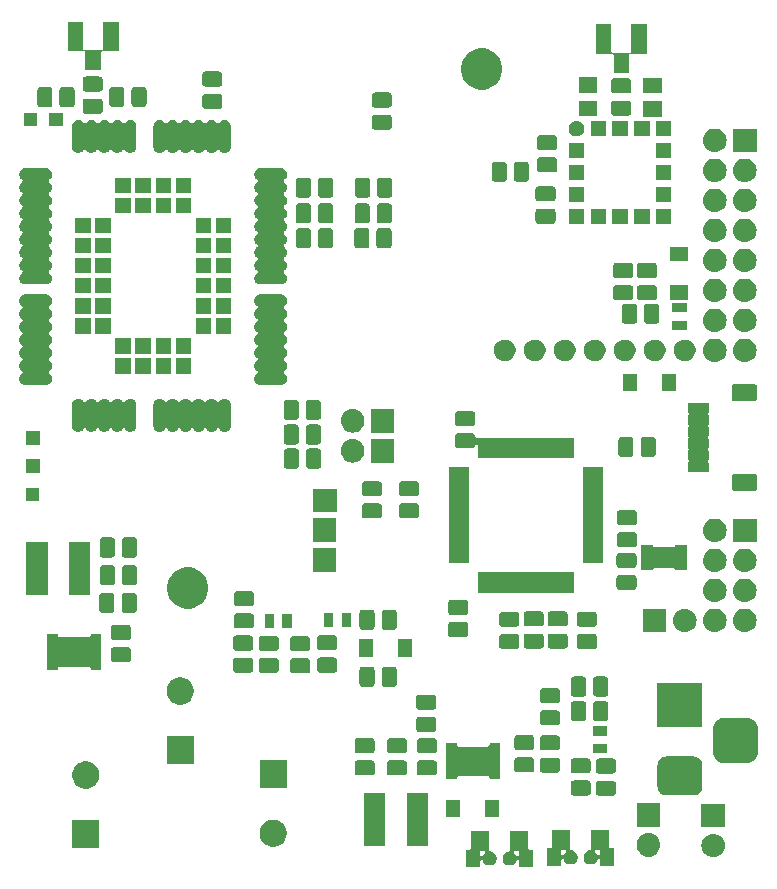
<source format=gbr>
G04 #@! TF.GenerationSoftware,KiCad,Pcbnew,5.0.2+dfsg1-1~bpo9+1*
G04 #@! TF.CreationDate,2019-03-13T07:25:58+01:00*
G04 #@! TF.ProjectId,sensenet_particlemeter,73656e73-656e-4657-945f-706172746963,1.0*
G04 #@! TF.SameCoordinates,Original*
G04 #@! TF.FileFunction,Soldermask,Top*
G04 #@! TF.FilePolarity,Negative*
%FSLAX46Y46*%
G04 Gerber Fmt 4.6, Leading zero omitted, Abs format (unit mm)*
G04 Created by KiCad (PCBNEW 5.0.2+dfsg1-1~bpo9+1) date Wed 13 Mar 2019 07:25:58 AM CET*
%MOMM*%
%LPD*%
G01*
G04 APERTURE LIST*
%ADD10C,0.100000*%
G04 APERTURE END LIST*
D10*
G36*
X175291920Y-124382560D02*
X175294322Y-124406946D01*
X175301435Y-124430395D01*
X175312986Y-124452006D01*
X175328532Y-124470948D01*
X175347474Y-124486494D01*
X175369085Y-124498045D01*
X175392534Y-124505158D01*
X175416920Y-124507560D01*
X175741920Y-124507560D01*
X175741920Y-126007560D01*
X174541920Y-126007560D01*
X174541920Y-125522483D01*
X174539518Y-125498097D01*
X174532405Y-125474648D01*
X174520854Y-125453037D01*
X174505308Y-125434095D01*
X174486366Y-125418549D01*
X174464755Y-125406998D01*
X174441306Y-125399885D01*
X174416920Y-125397483D01*
X174392534Y-125399885D01*
X174369085Y-125406998D01*
X174347474Y-125418549D01*
X174328532Y-125434095D01*
X174312986Y-125453037D01*
X174301435Y-125474647D01*
X174273633Y-125541767D01*
X174207968Y-125640041D01*
X174124401Y-125723608D01*
X174026127Y-125789273D01*
X173916932Y-125834503D01*
X173801016Y-125857560D01*
X173682824Y-125857560D01*
X173566908Y-125834503D01*
X173457713Y-125789273D01*
X173359439Y-125723608D01*
X173275872Y-125640041D01*
X173210207Y-125541767D01*
X173164977Y-125432572D01*
X173141920Y-125316656D01*
X173141920Y-125198464D01*
X173164977Y-125082548D01*
X173210207Y-124973353D01*
X173275872Y-124875079D01*
X173359439Y-124791512D01*
X173447666Y-124732560D01*
X174117225Y-124732560D01*
X174119627Y-124756946D01*
X174126740Y-124780395D01*
X174138291Y-124802006D01*
X174153837Y-124820948D01*
X174207968Y-124875079D01*
X174273633Y-124973353D01*
X174301435Y-125040473D01*
X174312986Y-125062083D01*
X174328532Y-125081025D01*
X174347474Y-125096571D01*
X174369085Y-125108122D01*
X174392534Y-125115235D01*
X174416920Y-125117637D01*
X174441306Y-125115235D01*
X174464756Y-125108122D01*
X174486366Y-125096571D01*
X174505308Y-125081025D01*
X174520854Y-125062083D01*
X174532405Y-125040472D01*
X174539518Y-125017023D01*
X174541920Y-124992637D01*
X174541920Y-124732560D01*
X174539518Y-124708174D01*
X174532405Y-124684725D01*
X174520854Y-124663114D01*
X174505308Y-124644172D01*
X174486366Y-124628626D01*
X174464755Y-124617075D01*
X174441306Y-124609962D01*
X174416920Y-124607560D01*
X174242225Y-124607560D01*
X174217839Y-124609962D01*
X174194390Y-124617075D01*
X174172779Y-124628626D01*
X174153837Y-124644172D01*
X174138291Y-124663114D01*
X174126740Y-124684725D01*
X174119627Y-124708174D01*
X174117225Y-124732560D01*
X173447666Y-124732560D01*
X173457713Y-124725847D01*
X173566908Y-124680617D01*
X173691306Y-124655873D01*
X173714755Y-124648760D01*
X173736366Y-124637209D01*
X173755308Y-124621664D01*
X173770853Y-124602722D01*
X173782405Y-124581111D01*
X173789518Y-124557662D01*
X173791920Y-124533275D01*
X173791920Y-122907560D01*
X175291920Y-122907560D01*
X175291920Y-124382560D01*
X175291920Y-124382560D01*
G37*
G36*
X171991920Y-124533275D02*
X171994322Y-124557661D01*
X172001435Y-124581110D01*
X172012986Y-124602721D01*
X172028532Y-124621663D01*
X172047474Y-124637209D01*
X172069085Y-124648760D01*
X172092534Y-124655873D01*
X172216932Y-124680617D01*
X172326127Y-124725847D01*
X172424401Y-124791512D01*
X172507968Y-124875079D01*
X172573633Y-124973353D01*
X172618863Y-125082548D01*
X172641920Y-125198464D01*
X172641920Y-125316656D01*
X172618863Y-125432572D01*
X172573633Y-125541767D01*
X172507968Y-125640041D01*
X172424401Y-125723608D01*
X172326127Y-125789273D01*
X172216932Y-125834503D01*
X172101016Y-125857560D01*
X171982824Y-125857560D01*
X171866908Y-125834503D01*
X171757713Y-125789273D01*
X171659439Y-125723608D01*
X171575872Y-125640041D01*
X171510207Y-125541767D01*
X171482405Y-125474647D01*
X171470854Y-125453037D01*
X171455308Y-125434095D01*
X171436366Y-125418549D01*
X171414755Y-125406998D01*
X171391306Y-125399885D01*
X171366920Y-125397483D01*
X171342534Y-125399885D01*
X171319084Y-125406998D01*
X171297474Y-125418549D01*
X171278532Y-125434095D01*
X171262986Y-125453037D01*
X171251435Y-125474648D01*
X171244322Y-125498097D01*
X171241920Y-125522483D01*
X171241920Y-126007560D01*
X170041920Y-126007560D01*
X170041920Y-124732560D01*
X171241920Y-124732560D01*
X171241920Y-124992637D01*
X171244322Y-125017023D01*
X171251435Y-125040472D01*
X171262986Y-125062083D01*
X171278532Y-125081025D01*
X171297474Y-125096571D01*
X171319085Y-125108122D01*
X171342534Y-125115235D01*
X171366920Y-125117637D01*
X171391306Y-125115235D01*
X171414755Y-125108122D01*
X171436366Y-125096571D01*
X171455308Y-125081025D01*
X171470854Y-125062083D01*
X171482405Y-125040473D01*
X171510207Y-124973353D01*
X171575872Y-124875079D01*
X171630003Y-124820948D01*
X171645549Y-124802006D01*
X171657100Y-124780395D01*
X171664213Y-124756946D01*
X171666615Y-124732560D01*
X171664213Y-124708174D01*
X171657100Y-124684725D01*
X171645549Y-124663114D01*
X171630003Y-124644172D01*
X171611061Y-124628626D01*
X171589450Y-124617075D01*
X171566001Y-124609962D01*
X171541615Y-124607560D01*
X171366920Y-124607560D01*
X171342534Y-124609962D01*
X171319085Y-124617075D01*
X171297474Y-124628626D01*
X171278532Y-124644172D01*
X171262986Y-124663114D01*
X171251435Y-124684725D01*
X171244322Y-124708174D01*
X171241920Y-124732560D01*
X170041920Y-124732560D01*
X170041920Y-124507560D01*
X170366920Y-124507560D01*
X170391306Y-124505158D01*
X170414755Y-124498045D01*
X170436366Y-124486494D01*
X170455308Y-124470948D01*
X170470854Y-124452006D01*
X170482405Y-124430395D01*
X170489518Y-124406946D01*
X170491920Y-124382560D01*
X170491920Y-122907560D01*
X171991920Y-122907560D01*
X171991920Y-124533275D01*
X171991920Y-124533275D01*
G37*
G36*
X182149920Y-124290360D02*
X182152322Y-124314746D01*
X182159435Y-124338195D01*
X182170986Y-124359806D01*
X182186532Y-124378748D01*
X182205474Y-124394294D01*
X182227085Y-124405845D01*
X182250534Y-124412958D01*
X182274920Y-124415360D01*
X182599920Y-124415360D01*
X182599920Y-125915360D01*
X181399920Y-125915360D01*
X181399920Y-125430283D01*
X181397518Y-125405897D01*
X181390405Y-125382448D01*
X181378854Y-125360837D01*
X181363308Y-125341895D01*
X181344366Y-125326349D01*
X181322755Y-125314798D01*
X181299306Y-125307685D01*
X181274920Y-125305283D01*
X181250534Y-125307685D01*
X181227085Y-125314798D01*
X181205474Y-125326349D01*
X181186532Y-125341895D01*
X181170986Y-125360837D01*
X181159435Y-125382447D01*
X181131633Y-125449567D01*
X181065968Y-125547841D01*
X180982401Y-125631408D01*
X180884127Y-125697073D01*
X180774932Y-125742303D01*
X180659016Y-125765360D01*
X180540824Y-125765360D01*
X180424908Y-125742303D01*
X180315713Y-125697073D01*
X180217439Y-125631408D01*
X180133872Y-125547841D01*
X180068207Y-125449567D01*
X180022977Y-125340372D01*
X179999920Y-125224456D01*
X179999920Y-125106264D01*
X180022977Y-124990348D01*
X180068207Y-124881153D01*
X180133872Y-124782879D01*
X180217439Y-124699312D01*
X180305666Y-124640360D01*
X180975225Y-124640360D01*
X180977627Y-124664746D01*
X180984740Y-124688195D01*
X180996291Y-124709806D01*
X181011837Y-124728748D01*
X181065968Y-124782879D01*
X181131633Y-124881153D01*
X181159435Y-124948273D01*
X181170986Y-124969883D01*
X181186532Y-124988825D01*
X181205474Y-125004371D01*
X181227085Y-125015922D01*
X181250534Y-125023035D01*
X181274920Y-125025437D01*
X181299306Y-125023035D01*
X181322756Y-125015922D01*
X181344366Y-125004371D01*
X181363308Y-124988825D01*
X181378854Y-124969883D01*
X181390405Y-124948272D01*
X181397518Y-124924823D01*
X181399920Y-124900437D01*
X181399920Y-124640360D01*
X181397518Y-124615974D01*
X181390405Y-124592525D01*
X181378854Y-124570914D01*
X181363308Y-124551972D01*
X181344366Y-124536426D01*
X181322755Y-124524875D01*
X181299306Y-124517762D01*
X181274920Y-124515360D01*
X181100225Y-124515360D01*
X181075839Y-124517762D01*
X181052390Y-124524875D01*
X181030779Y-124536426D01*
X181011837Y-124551972D01*
X180996291Y-124570914D01*
X180984740Y-124592525D01*
X180977627Y-124615974D01*
X180975225Y-124640360D01*
X180305666Y-124640360D01*
X180315713Y-124633647D01*
X180424908Y-124588417D01*
X180549306Y-124563673D01*
X180572755Y-124556560D01*
X180594366Y-124545009D01*
X180613308Y-124529464D01*
X180628853Y-124510522D01*
X180640405Y-124488911D01*
X180647518Y-124465462D01*
X180649920Y-124441075D01*
X180649920Y-122815360D01*
X182149920Y-122815360D01*
X182149920Y-124290360D01*
X182149920Y-124290360D01*
G37*
G36*
X178849920Y-124441075D02*
X178852322Y-124465461D01*
X178859435Y-124488910D01*
X178870986Y-124510521D01*
X178886532Y-124529463D01*
X178905474Y-124545009D01*
X178927085Y-124556560D01*
X178950534Y-124563673D01*
X179074932Y-124588417D01*
X179184127Y-124633647D01*
X179282401Y-124699312D01*
X179365968Y-124782879D01*
X179431633Y-124881153D01*
X179476863Y-124990348D01*
X179499920Y-125106264D01*
X179499920Y-125224456D01*
X179476863Y-125340372D01*
X179431633Y-125449567D01*
X179365968Y-125547841D01*
X179282401Y-125631408D01*
X179184127Y-125697073D01*
X179074932Y-125742303D01*
X178959016Y-125765360D01*
X178840824Y-125765360D01*
X178724908Y-125742303D01*
X178615713Y-125697073D01*
X178517439Y-125631408D01*
X178433872Y-125547841D01*
X178368207Y-125449567D01*
X178340405Y-125382447D01*
X178328854Y-125360837D01*
X178313308Y-125341895D01*
X178294366Y-125326349D01*
X178272755Y-125314798D01*
X178249306Y-125307685D01*
X178224920Y-125305283D01*
X178200534Y-125307685D01*
X178177084Y-125314798D01*
X178155474Y-125326349D01*
X178136532Y-125341895D01*
X178120986Y-125360837D01*
X178109435Y-125382448D01*
X178102322Y-125405897D01*
X178099920Y-125430283D01*
X178099920Y-125915360D01*
X176899920Y-125915360D01*
X176899920Y-124640360D01*
X178099920Y-124640360D01*
X178099920Y-124900437D01*
X178102322Y-124924823D01*
X178109435Y-124948272D01*
X178120986Y-124969883D01*
X178136532Y-124988825D01*
X178155474Y-125004371D01*
X178177085Y-125015922D01*
X178200534Y-125023035D01*
X178224920Y-125025437D01*
X178249306Y-125023035D01*
X178272755Y-125015922D01*
X178294366Y-125004371D01*
X178313308Y-124988825D01*
X178328854Y-124969883D01*
X178340405Y-124948273D01*
X178368207Y-124881153D01*
X178433872Y-124782879D01*
X178488003Y-124728748D01*
X178503549Y-124709806D01*
X178515100Y-124688195D01*
X178522213Y-124664746D01*
X178524615Y-124640360D01*
X178522213Y-124615974D01*
X178515100Y-124592525D01*
X178503549Y-124570914D01*
X178488003Y-124551972D01*
X178469061Y-124536426D01*
X178447450Y-124524875D01*
X178424001Y-124517762D01*
X178399615Y-124515360D01*
X178224920Y-124515360D01*
X178200534Y-124517762D01*
X178177085Y-124524875D01*
X178155474Y-124536426D01*
X178136532Y-124551972D01*
X178120986Y-124570914D01*
X178109435Y-124592525D01*
X178102322Y-124615974D01*
X178099920Y-124640360D01*
X176899920Y-124640360D01*
X176899920Y-124415360D01*
X177224920Y-124415360D01*
X177249306Y-124412958D01*
X177272755Y-124405845D01*
X177294366Y-124394294D01*
X177313308Y-124378748D01*
X177328854Y-124359806D01*
X177340405Y-124338195D01*
X177347518Y-124314746D01*
X177349920Y-124290360D01*
X177349920Y-122815360D01*
X178849920Y-122815360D01*
X178849920Y-124441075D01*
X178849920Y-124441075D01*
G37*
G36*
X191173550Y-123179829D02*
X191173553Y-123179830D01*
X191173554Y-123179830D01*
X191362055Y-123237011D01*
X191362057Y-123237012D01*
X191535780Y-123329869D01*
X191688048Y-123454832D01*
X191813011Y-123607100D01*
X191905868Y-123780823D01*
X191963051Y-123969330D01*
X191982358Y-124165360D01*
X191963051Y-124361390D01*
X191963050Y-124361393D01*
X191963050Y-124361394D01*
X191909955Y-124536426D01*
X191905868Y-124549897D01*
X191813011Y-124723620D01*
X191688048Y-124875888D01*
X191535780Y-125000851D01*
X191382936Y-125082548D01*
X191362055Y-125093709D01*
X191173554Y-125150890D01*
X191173553Y-125150890D01*
X191173550Y-125150891D01*
X191026644Y-125165360D01*
X190928396Y-125165360D01*
X190781490Y-125150891D01*
X190781487Y-125150890D01*
X190781486Y-125150890D01*
X190592985Y-125093709D01*
X190572104Y-125082548D01*
X190419260Y-125000851D01*
X190266992Y-124875888D01*
X190142029Y-124723620D01*
X190049172Y-124549897D01*
X190045086Y-124536426D01*
X189991990Y-124361394D01*
X189991990Y-124361393D01*
X189991989Y-124361390D01*
X189972682Y-124165360D01*
X189991989Y-123969330D01*
X190049172Y-123780823D01*
X190142029Y-123607100D01*
X190266992Y-123454832D01*
X190419260Y-123329869D01*
X190592983Y-123237012D01*
X190592985Y-123237011D01*
X190781486Y-123179830D01*
X190781487Y-123179830D01*
X190781490Y-123179829D01*
X190928396Y-123165360D01*
X191026644Y-123165360D01*
X191173550Y-123179829D01*
X191173550Y-123179829D01*
G37*
G36*
X185687150Y-123129029D02*
X185687153Y-123129030D01*
X185687154Y-123129030D01*
X185875655Y-123186211D01*
X185875657Y-123186212D01*
X186049380Y-123279069D01*
X186201648Y-123404032D01*
X186326611Y-123556300D01*
X186419468Y-123730023D01*
X186476651Y-123918530D01*
X186495958Y-124114560D01*
X186476651Y-124310590D01*
X186476650Y-124310593D01*
X186476650Y-124310594D01*
X186419788Y-124498045D01*
X186419468Y-124499097D01*
X186326611Y-124672820D01*
X186201648Y-124825088D01*
X186049380Y-124950051D01*
X185875657Y-125042908D01*
X185875655Y-125042909D01*
X185687154Y-125100090D01*
X185687153Y-125100090D01*
X185687150Y-125100091D01*
X185540244Y-125114560D01*
X185441996Y-125114560D01*
X185295090Y-125100091D01*
X185295087Y-125100090D01*
X185295086Y-125100090D01*
X185106585Y-125042909D01*
X185106583Y-125042908D01*
X184932860Y-124950051D01*
X184780592Y-124825088D01*
X184655629Y-124672820D01*
X184562772Y-124499097D01*
X184562453Y-124498045D01*
X184505590Y-124310594D01*
X184505590Y-124310593D01*
X184505589Y-124310590D01*
X184486282Y-124114560D01*
X184505589Y-123918530D01*
X184562772Y-123730023D01*
X184655629Y-123556300D01*
X184780592Y-123404032D01*
X184932860Y-123279069D01*
X185106583Y-123186212D01*
X185106585Y-123186211D01*
X185295086Y-123129030D01*
X185295087Y-123129030D01*
X185295090Y-123129029D01*
X185441996Y-123114560D01*
X185540244Y-123114560D01*
X185687150Y-123129029D01*
X185687150Y-123129029D01*
G37*
G36*
X138990720Y-124350160D02*
X136690720Y-124350160D01*
X136690720Y-122050160D01*
X138990720Y-122050160D01*
X138990720Y-124350160D01*
X138990720Y-124350160D01*
G37*
G36*
X154051163Y-122014354D02*
X154260448Y-122101043D01*
X154448805Y-122226899D01*
X154608981Y-122387075D01*
X154734837Y-122575432D01*
X154821526Y-122784717D01*
X154865720Y-123006894D01*
X154865720Y-123233426D01*
X154821526Y-123455603D01*
X154734837Y-123664888D01*
X154608981Y-123853245D01*
X154448805Y-124013421D01*
X154260448Y-124139277D01*
X154051163Y-124225966D01*
X153828986Y-124270160D01*
X153602454Y-124270160D01*
X153380277Y-124225966D01*
X153170992Y-124139277D01*
X152982635Y-124013421D01*
X152822459Y-123853245D01*
X152696603Y-123664888D01*
X152609914Y-123455603D01*
X152565720Y-123233426D01*
X152565720Y-123006894D01*
X152609914Y-122784717D01*
X152696603Y-122575432D01*
X152822459Y-122387075D01*
X152982635Y-122226899D01*
X153170992Y-122101043D01*
X153380277Y-122014354D01*
X153602454Y-121970160D01*
X153828986Y-121970160D01*
X154051163Y-122014354D01*
X154051163Y-122014354D01*
G37*
G36*
X166829720Y-124180160D02*
X165029720Y-124180160D01*
X165029720Y-119680160D01*
X166829720Y-119680160D01*
X166829720Y-124180160D01*
X166829720Y-124180160D01*
G37*
G36*
X163229720Y-124180160D02*
X161429720Y-124180160D01*
X161429720Y-119680160D01*
X163229720Y-119680160D01*
X163229720Y-124180160D01*
X163229720Y-124180160D01*
G37*
G36*
X191977520Y-122625360D02*
X189977520Y-122625360D01*
X189977520Y-120625360D01*
X191977520Y-120625360D01*
X191977520Y-122625360D01*
X191977520Y-122625360D01*
G37*
G36*
X186491120Y-122574560D02*
X184491120Y-122574560D01*
X184491120Y-120574560D01*
X186491120Y-120574560D01*
X186491120Y-122574560D01*
X186491120Y-122574560D01*
G37*
G36*
X169556720Y-121791160D02*
X168356720Y-121791160D01*
X168356720Y-120291160D01*
X169556720Y-120291160D01*
X169556720Y-121791160D01*
X169556720Y-121791160D01*
G37*
G36*
X172856720Y-121791160D02*
X171656720Y-121791160D01*
X171656720Y-120291160D01*
X172856720Y-120291160D01*
X172856720Y-121791160D01*
X172856720Y-121791160D01*
G37*
G36*
X182527942Y-118679677D02*
X182575905Y-118694226D01*
X182620095Y-118717846D01*
X182658838Y-118749642D01*
X182690634Y-118788385D01*
X182714254Y-118832575D01*
X182728803Y-118880538D01*
X182734320Y-118936551D01*
X182734320Y-119686769D01*
X182728803Y-119742782D01*
X182714254Y-119790745D01*
X182690634Y-119834935D01*
X182658838Y-119873678D01*
X182620095Y-119905474D01*
X182575905Y-119929094D01*
X182527942Y-119943643D01*
X182471929Y-119949160D01*
X181296711Y-119949160D01*
X181240698Y-119943643D01*
X181192735Y-119929094D01*
X181148545Y-119905474D01*
X181109802Y-119873678D01*
X181078006Y-119834935D01*
X181054386Y-119790745D01*
X181039837Y-119742782D01*
X181034320Y-119686769D01*
X181034320Y-118936551D01*
X181039837Y-118880538D01*
X181054386Y-118832575D01*
X181078006Y-118788385D01*
X181109802Y-118749642D01*
X181148545Y-118717846D01*
X181192735Y-118694226D01*
X181240698Y-118679677D01*
X181296711Y-118674160D01*
X182471929Y-118674160D01*
X182527942Y-118679677D01*
X182527942Y-118679677D01*
G37*
G36*
X180394342Y-118664677D02*
X180442305Y-118679226D01*
X180486495Y-118702846D01*
X180525238Y-118734642D01*
X180557034Y-118773385D01*
X180580654Y-118817575D01*
X180595203Y-118865538D01*
X180600720Y-118921551D01*
X180600720Y-119671769D01*
X180595203Y-119727782D01*
X180580654Y-119775745D01*
X180557034Y-119819935D01*
X180525238Y-119858678D01*
X180486495Y-119890474D01*
X180442305Y-119914094D01*
X180394342Y-119928643D01*
X180338329Y-119934160D01*
X179163111Y-119934160D01*
X179107098Y-119928643D01*
X179059135Y-119914094D01*
X179014945Y-119890474D01*
X178976202Y-119858678D01*
X178944406Y-119819935D01*
X178920786Y-119775745D01*
X178906237Y-119727782D01*
X178900720Y-119671769D01*
X178900720Y-118921551D01*
X178906237Y-118865538D01*
X178920786Y-118817575D01*
X178944406Y-118773385D01*
X178976202Y-118734642D01*
X179014945Y-118702846D01*
X179059135Y-118679226D01*
X179107098Y-118664677D01*
X179163111Y-118659160D01*
X180338329Y-118659160D01*
X180394342Y-118664677D01*
X180394342Y-118664677D01*
G37*
G36*
X189443255Y-116640604D02*
X189586187Y-116683962D01*
X189717908Y-116754368D01*
X189833361Y-116849119D01*
X189928112Y-116964572D01*
X189998518Y-117096293D01*
X190041876Y-117239225D01*
X190057120Y-117394000D01*
X190057120Y-119156720D01*
X190041876Y-119311495D01*
X189998518Y-119454427D01*
X189928112Y-119586148D01*
X189833361Y-119701601D01*
X189717908Y-119796352D01*
X189586187Y-119866758D01*
X189443255Y-119910116D01*
X189288480Y-119925360D01*
X187025760Y-119925360D01*
X186870985Y-119910116D01*
X186728053Y-119866758D01*
X186596332Y-119796352D01*
X186480879Y-119701601D01*
X186386128Y-119586148D01*
X186315722Y-119454427D01*
X186272364Y-119311495D01*
X186257120Y-119156720D01*
X186257120Y-117394000D01*
X186272364Y-117239225D01*
X186315722Y-117096293D01*
X186386128Y-116964572D01*
X186480879Y-116849119D01*
X186596332Y-116754368D01*
X186728053Y-116683962D01*
X186870985Y-116640604D01*
X187025760Y-116625360D01*
X189288480Y-116625360D01*
X189443255Y-116640604D01*
X189443255Y-116640604D01*
G37*
G36*
X138176163Y-117094354D02*
X138385448Y-117181043D01*
X138573805Y-117306899D01*
X138733981Y-117467075D01*
X138859837Y-117655432D01*
X138946526Y-117864717D01*
X138990720Y-118086894D01*
X138990720Y-118313426D01*
X138946526Y-118535603D01*
X138859837Y-118744888D01*
X138733981Y-118933245D01*
X138573805Y-119093421D01*
X138385448Y-119219277D01*
X138176163Y-119305966D01*
X137953986Y-119350160D01*
X137727454Y-119350160D01*
X137505277Y-119305966D01*
X137295992Y-119219277D01*
X137107635Y-119093421D01*
X136947459Y-118933245D01*
X136821603Y-118744888D01*
X136734914Y-118535603D01*
X136690720Y-118313426D01*
X136690720Y-118086894D01*
X136734914Y-117864717D01*
X136821603Y-117655432D01*
X136947459Y-117467075D01*
X137107635Y-117306899D01*
X137295992Y-117181043D01*
X137505277Y-117094354D01*
X137727454Y-117050160D01*
X137953986Y-117050160D01*
X138176163Y-117094354D01*
X138176163Y-117094354D01*
G37*
G36*
X154865720Y-119270160D02*
X152565720Y-119270160D01*
X152565720Y-116970160D01*
X154865720Y-116970160D01*
X154865720Y-119270160D01*
X154865720Y-119270160D01*
G37*
G36*
X169300220Y-115660660D02*
X169302622Y-115685046D01*
X169309735Y-115708495D01*
X169321286Y-115730106D01*
X169336832Y-115749048D01*
X169355774Y-115764594D01*
X169377385Y-115776145D01*
X169400834Y-115783258D01*
X169425220Y-115785660D01*
X171915220Y-115785660D01*
X171939606Y-115783258D01*
X171963055Y-115776145D01*
X171984666Y-115764594D01*
X172003608Y-115749048D01*
X172019154Y-115730106D01*
X172030705Y-115708495D01*
X172037818Y-115685046D01*
X172040220Y-115660660D01*
X172040220Y-115515660D01*
X172970220Y-115515660D01*
X172970220Y-118565660D01*
X172040220Y-118565660D01*
X172040220Y-118420660D01*
X172037818Y-118396274D01*
X172030705Y-118372825D01*
X172019154Y-118351214D01*
X172003608Y-118332272D01*
X171984666Y-118316726D01*
X171963055Y-118305175D01*
X171939606Y-118298062D01*
X171915220Y-118295660D01*
X169425220Y-118295660D01*
X169400834Y-118298062D01*
X169377385Y-118305175D01*
X169355774Y-118316726D01*
X169336832Y-118332272D01*
X169321286Y-118351214D01*
X169309735Y-118372825D01*
X169302622Y-118396274D01*
X169300220Y-118420660D01*
X169300220Y-118565660D01*
X168370220Y-118565660D01*
X168370220Y-115515660D01*
X169300220Y-115515660D01*
X169300220Y-115660660D01*
X169300220Y-115660660D01*
G37*
G36*
X164836842Y-116965177D02*
X164884805Y-116979726D01*
X164928995Y-117003346D01*
X164967738Y-117035142D01*
X164999534Y-117073885D01*
X165023154Y-117118075D01*
X165037703Y-117166038D01*
X165043220Y-117222051D01*
X165043220Y-117972269D01*
X165037703Y-118028282D01*
X165023154Y-118076245D01*
X164999534Y-118120435D01*
X164967738Y-118159178D01*
X164928995Y-118190974D01*
X164884805Y-118214594D01*
X164836842Y-118229143D01*
X164780829Y-118234660D01*
X163605611Y-118234660D01*
X163549598Y-118229143D01*
X163501635Y-118214594D01*
X163457445Y-118190974D01*
X163418702Y-118159178D01*
X163386906Y-118120435D01*
X163363286Y-118076245D01*
X163348737Y-118028282D01*
X163343220Y-117972269D01*
X163343220Y-117222051D01*
X163348737Y-117166038D01*
X163363286Y-117118075D01*
X163386906Y-117073885D01*
X163418702Y-117035142D01*
X163457445Y-117003346D01*
X163501635Y-116979726D01*
X163549598Y-116965177D01*
X163605611Y-116959660D01*
X164780829Y-116959660D01*
X164836842Y-116965177D01*
X164836842Y-116965177D01*
G37*
G36*
X162106342Y-116965177D02*
X162154305Y-116979726D01*
X162198495Y-117003346D01*
X162237238Y-117035142D01*
X162269034Y-117073885D01*
X162292654Y-117118075D01*
X162307203Y-117166038D01*
X162312720Y-117222051D01*
X162312720Y-117972269D01*
X162307203Y-118028282D01*
X162292654Y-118076245D01*
X162269034Y-118120435D01*
X162237238Y-118159178D01*
X162198495Y-118190974D01*
X162154305Y-118214594D01*
X162106342Y-118229143D01*
X162050329Y-118234660D01*
X160875111Y-118234660D01*
X160819098Y-118229143D01*
X160771135Y-118214594D01*
X160726945Y-118190974D01*
X160688202Y-118159178D01*
X160656406Y-118120435D01*
X160632786Y-118076245D01*
X160618237Y-118028282D01*
X160612720Y-117972269D01*
X160612720Y-117222051D01*
X160618237Y-117166038D01*
X160632786Y-117118075D01*
X160656406Y-117073885D01*
X160688202Y-117035142D01*
X160726945Y-117003346D01*
X160771135Y-116979726D01*
X160819098Y-116965177D01*
X160875111Y-116959660D01*
X162050329Y-116959660D01*
X162106342Y-116965177D01*
X162106342Y-116965177D01*
G37*
G36*
X167376842Y-116965177D02*
X167424805Y-116979726D01*
X167468995Y-117003346D01*
X167507738Y-117035142D01*
X167539534Y-117073885D01*
X167563154Y-117118075D01*
X167577703Y-117166038D01*
X167583220Y-117222051D01*
X167583220Y-117972269D01*
X167577703Y-118028282D01*
X167563154Y-118076245D01*
X167539534Y-118120435D01*
X167507738Y-118159178D01*
X167468995Y-118190974D01*
X167424805Y-118214594D01*
X167376842Y-118229143D01*
X167320829Y-118234660D01*
X166145611Y-118234660D01*
X166089598Y-118229143D01*
X166041635Y-118214594D01*
X165997445Y-118190974D01*
X165958702Y-118159178D01*
X165926906Y-118120435D01*
X165903286Y-118076245D01*
X165888737Y-118028282D01*
X165883220Y-117972269D01*
X165883220Y-117222051D01*
X165888737Y-117166038D01*
X165903286Y-117118075D01*
X165926906Y-117073885D01*
X165958702Y-117035142D01*
X165997445Y-117003346D01*
X166041635Y-116979726D01*
X166089598Y-116965177D01*
X166145611Y-116959660D01*
X167320829Y-116959660D01*
X167376842Y-116965177D01*
X167376842Y-116965177D01*
G37*
G36*
X182527942Y-116804677D02*
X182575905Y-116819226D01*
X182620095Y-116842846D01*
X182658838Y-116874642D01*
X182690634Y-116913385D01*
X182714254Y-116957575D01*
X182728803Y-117005538D01*
X182734320Y-117061551D01*
X182734320Y-117811769D01*
X182728803Y-117867782D01*
X182714254Y-117915745D01*
X182690634Y-117959935D01*
X182658838Y-117998678D01*
X182620095Y-118030474D01*
X182575905Y-118054094D01*
X182527942Y-118068643D01*
X182471929Y-118074160D01*
X181296711Y-118074160D01*
X181240698Y-118068643D01*
X181192735Y-118054094D01*
X181148545Y-118030474D01*
X181109802Y-117998678D01*
X181078006Y-117959935D01*
X181054386Y-117915745D01*
X181039837Y-117867782D01*
X181034320Y-117811769D01*
X181034320Y-117061551D01*
X181039837Y-117005538D01*
X181054386Y-116957575D01*
X181078006Y-116913385D01*
X181109802Y-116874642D01*
X181148545Y-116842846D01*
X181192735Y-116819226D01*
X181240698Y-116804677D01*
X181296711Y-116799160D01*
X182471929Y-116799160D01*
X182527942Y-116804677D01*
X182527942Y-116804677D01*
G37*
G36*
X180394342Y-116789677D02*
X180442305Y-116804226D01*
X180486495Y-116827846D01*
X180525238Y-116859642D01*
X180557034Y-116898385D01*
X180580654Y-116942575D01*
X180595203Y-116990538D01*
X180600720Y-117046551D01*
X180600720Y-117796769D01*
X180595203Y-117852782D01*
X180580654Y-117900745D01*
X180557034Y-117944935D01*
X180525238Y-117983678D01*
X180486495Y-118015474D01*
X180442305Y-118039094D01*
X180394342Y-118053643D01*
X180338329Y-118059160D01*
X179163111Y-118059160D01*
X179107098Y-118053643D01*
X179059135Y-118039094D01*
X179014945Y-118015474D01*
X178976202Y-117983678D01*
X178944406Y-117944935D01*
X178920786Y-117900745D01*
X178906237Y-117852782D01*
X178900720Y-117796769D01*
X178900720Y-117046551D01*
X178906237Y-116990538D01*
X178920786Y-116942575D01*
X178944406Y-116898385D01*
X178976202Y-116859642D01*
X179014945Y-116827846D01*
X179059135Y-116804226D01*
X179107098Y-116789677D01*
X179163111Y-116784160D01*
X180338329Y-116784160D01*
X180394342Y-116789677D01*
X180394342Y-116789677D01*
G37*
G36*
X177790842Y-116727177D02*
X177838805Y-116741726D01*
X177882995Y-116765346D01*
X177921738Y-116797142D01*
X177953534Y-116835885D01*
X177977154Y-116880075D01*
X177991703Y-116928038D01*
X177997220Y-116984051D01*
X177997220Y-117734269D01*
X177991703Y-117790282D01*
X177977154Y-117838245D01*
X177953534Y-117882435D01*
X177921738Y-117921178D01*
X177882995Y-117952974D01*
X177838805Y-117976594D01*
X177790842Y-117991143D01*
X177734829Y-117996660D01*
X176559611Y-117996660D01*
X176503598Y-117991143D01*
X176455635Y-117976594D01*
X176411445Y-117952974D01*
X176372702Y-117921178D01*
X176340906Y-117882435D01*
X176317286Y-117838245D01*
X176302737Y-117790282D01*
X176297220Y-117734269D01*
X176297220Y-116984051D01*
X176302737Y-116928038D01*
X176317286Y-116880075D01*
X176340906Y-116835885D01*
X176372702Y-116797142D01*
X176411445Y-116765346D01*
X176455635Y-116741726D01*
X176503598Y-116727177D01*
X176559611Y-116721660D01*
X177734829Y-116721660D01*
X177790842Y-116727177D01*
X177790842Y-116727177D01*
G37*
G36*
X175631842Y-116711177D02*
X175679805Y-116725726D01*
X175723995Y-116749346D01*
X175762738Y-116781142D01*
X175794534Y-116819885D01*
X175818154Y-116864075D01*
X175832703Y-116912038D01*
X175838220Y-116968051D01*
X175838220Y-117718269D01*
X175832703Y-117774282D01*
X175818154Y-117822245D01*
X175794534Y-117866435D01*
X175762738Y-117905178D01*
X175723995Y-117936974D01*
X175679805Y-117960594D01*
X175631842Y-117975143D01*
X175575829Y-117980660D01*
X174400611Y-117980660D01*
X174344598Y-117975143D01*
X174296635Y-117960594D01*
X174252445Y-117936974D01*
X174213702Y-117905178D01*
X174181906Y-117866435D01*
X174158286Y-117822245D01*
X174143737Y-117774282D01*
X174138220Y-117718269D01*
X174138220Y-116968051D01*
X174143737Y-116912038D01*
X174158286Y-116864075D01*
X174181906Y-116819885D01*
X174213702Y-116781142D01*
X174252445Y-116749346D01*
X174296635Y-116725726D01*
X174344598Y-116711177D01*
X174400611Y-116705660D01*
X175575829Y-116705660D01*
X175631842Y-116711177D01*
X175631842Y-116711177D01*
G37*
G36*
X146991720Y-117238160D02*
X144691720Y-117238160D01*
X144691720Y-114938160D01*
X146991720Y-114938160D01*
X146991720Y-117238160D01*
X146991720Y-117238160D01*
G37*
G36*
X194042641Y-113393006D02*
X194209022Y-113443477D01*
X194362355Y-113525435D01*
X194496750Y-113635730D01*
X194607045Y-113770125D01*
X194689003Y-113923458D01*
X194739474Y-114089839D01*
X194757120Y-114269000D01*
X194757120Y-116281720D01*
X194739474Y-116460881D01*
X194689003Y-116627262D01*
X194607045Y-116780595D01*
X194496750Y-116914990D01*
X194362355Y-117025285D01*
X194209022Y-117107243D01*
X194042641Y-117157714D01*
X193863480Y-117175360D01*
X191850760Y-117175360D01*
X191671599Y-117157714D01*
X191505218Y-117107243D01*
X191351885Y-117025285D01*
X191217490Y-116914990D01*
X191107195Y-116780595D01*
X191025237Y-116627262D01*
X190974766Y-116460881D01*
X190957120Y-116281720D01*
X190957120Y-114269000D01*
X190974766Y-114089839D01*
X191025237Y-113923458D01*
X191107195Y-113770125D01*
X191217490Y-113635730D01*
X191351885Y-113525435D01*
X191505218Y-113443477D01*
X191671599Y-113393006D01*
X191850760Y-113375360D01*
X193863480Y-113375360D01*
X194042641Y-113393006D01*
X194042641Y-113393006D01*
G37*
G36*
X181976320Y-116374560D02*
X180776320Y-116374560D01*
X180776320Y-115574560D01*
X181976320Y-115574560D01*
X181976320Y-116374560D01*
X181976320Y-116374560D01*
G37*
G36*
X167376842Y-115090177D02*
X167424805Y-115104726D01*
X167468995Y-115128346D01*
X167507738Y-115160142D01*
X167539534Y-115198885D01*
X167563154Y-115243075D01*
X167577703Y-115291038D01*
X167583220Y-115347051D01*
X167583220Y-116097269D01*
X167577703Y-116153282D01*
X167563154Y-116201245D01*
X167539534Y-116245435D01*
X167507738Y-116284178D01*
X167468995Y-116315974D01*
X167424805Y-116339594D01*
X167376842Y-116354143D01*
X167320829Y-116359660D01*
X166145611Y-116359660D01*
X166089598Y-116354143D01*
X166041635Y-116339594D01*
X165997445Y-116315974D01*
X165958702Y-116284178D01*
X165926906Y-116245435D01*
X165903286Y-116201245D01*
X165888737Y-116153282D01*
X165883220Y-116097269D01*
X165883220Y-115347051D01*
X165888737Y-115291038D01*
X165903286Y-115243075D01*
X165926906Y-115198885D01*
X165958702Y-115160142D01*
X165997445Y-115128346D01*
X166041635Y-115104726D01*
X166089598Y-115090177D01*
X166145611Y-115084660D01*
X167320829Y-115084660D01*
X167376842Y-115090177D01*
X167376842Y-115090177D01*
G37*
G36*
X164836842Y-115090177D02*
X164884805Y-115104726D01*
X164928995Y-115128346D01*
X164967738Y-115160142D01*
X164999534Y-115198885D01*
X165023154Y-115243075D01*
X165037703Y-115291038D01*
X165043220Y-115347051D01*
X165043220Y-116097269D01*
X165037703Y-116153282D01*
X165023154Y-116201245D01*
X164999534Y-116245435D01*
X164967738Y-116284178D01*
X164928995Y-116315974D01*
X164884805Y-116339594D01*
X164836842Y-116354143D01*
X164780829Y-116359660D01*
X163605611Y-116359660D01*
X163549598Y-116354143D01*
X163501635Y-116339594D01*
X163457445Y-116315974D01*
X163418702Y-116284178D01*
X163386906Y-116245435D01*
X163363286Y-116201245D01*
X163348737Y-116153282D01*
X163343220Y-116097269D01*
X163343220Y-115347051D01*
X163348737Y-115291038D01*
X163363286Y-115243075D01*
X163386906Y-115198885D01*
X163418702Y-115160142D01*
X163457445Y-115128346D01*
X163501635Y-115104726D01*
X163549598Y-115090177D01*
X163605611Y-115084660D01*
X164780829Y-115084660D01*
X164836842Y-115090177D01*
X164836842Y-115090177D01*
G37*
G36*
X162106342Y-115090177D02*
X162154305Y-115104726D01*
X162198495Y-115128346D01*
X162237238Y-115160142D01*
X162269034Y-115198885D01*
X162292654Y-115243075D01*
X162307203Y-115291038D01*
X162312720Y-115347051D01*
X162312720Y-116097269D01*
X162307203Y-116153282D01*
X162292654Y-116201245D01*
X162269034Y-116245435D01*
X162237238Y-116284178D01*
X162198495Y-116315974D01*
X162154305Y-116339594D01*
X162106342Y-116354143D01*
X162050329Y-116359660D01*
X160875111Y-116359660D01*
X160819098Y-116354143D01*
X160771135Y-116339594D01*
X160726945Y-116315974D01*
X160688202Y-116284178D01*
X160656406Y-116245435D01*
X160632786Y-116201245D01*
X160618237Y-116153282D01*
X160612720Y-116097269D01*
X160612720Y-115347051D01*
X160618237Y-115291038D01*
X160632786Y-115243075D01*
X160656406Y-115198885D01*
X160688202Y-115160142D01*
X160726945Y-115128346D01*
X160771135Y-115104726D01*
X160819098Y-115090177D01*
X160875111Y-115084660D01*
X162050329Y-115084660D01*
X162106342Y-115090177D01*
X162106342Y-115090177D01*
G37*
G36*
X177790842Y-114852177D02*
X177838805Y-114866726D01*
X177882995Y-114890346D01*
X177921738Y-114922142D01*
X177953534Y-114960885D01*
X177977154Y-115005075D01*
X177991703Y-115053038D01*
X177997220Y-115109051D01*
X177997220Y-115859269D01*
X177991703Y-115915282D01*
X177977154Y-115963245D01*
X177953534Y-116007435D01*
X177921738Y-116046178D01*
X177882995Y-116077974D01*
X177838805Y-116101594D01*
X177790842Y-116116143D01*
X177734829Y-116121660D01*
X176559611Y-116121660D01*
X176503598Y-116116143D01*
X176455635Y-116101594D01*
X176411445Y-116077974D01*
X176372702Y-116046178D01*
X176340906Y-116007435D01*
X176317286Y-115963245D01*
X176302737Y-115915282D01*
X176297220Y-115859269D01*
X176297220Y-115109051D01*
X176302737Y-115053038D01*
X176317286Y-115005075D01*
X176340906Y-114960885D01*
X176372702Y-114922142D01*
X176411445Y-114890346D01*
X176455635Y-114866726D01*
X176503598Y-114852177D01*
X176559611Y-114846660D01*
X177734829Y-114846660D01*
X177790842Y-114852177D01*
X177790842Y-114852177D01*
G37*
G36*
X175631842Y-114836177D02*
X175679805Y-114850726D01*
X175723995Y-114874346D01*
X175762738Y-114906142D01*
X175794534Y-114944885D01*
X175818154Y-114989075D01*
X175832703Y-115037038D01*
X175838220Y-115093051D01*
X175838220Y-115843269D01*
X175832703Y-115899282D01*
X175818154Y-115947245D01*
X175794534Y-115991435D01*
X175762738Y-116030178D01*
X175723995Y-116061974D01*
X175679805Y-116085594D01*
X175631842Y-116100143D01*
X175575829Y-116105660D01*
X174400611Y-116105660D01*
X174344598Y-116100143D01*
X174296635Y-116085594D01*
X174252445Y-116061974D01*
X174213702Y-116030178D01*
X174181906Y-115991435D01*
X174158286Y-115947245D01*
X174143737Y-115899282D01*
X174138220Y-115843269D01*
X174138220Y-115093051D01*
X174143737Y-115037038D01*
X174158286Y-114989075D01*
X174181906Y-114944885D01*
X174213702Y-114906142D01*
X174252445Y-114874346D01*
X174296635Y-114850726D01*
X174344598Y-114836177D01*
X174400611Y-114830660D01*
X175575829Y-114830660D01*
X175631842Y-114836177D01*
X175631842Y-114836177D01*
G37*
G36*
X181976320Y-114874560D02*
X180776320Y-114874560D01*
X180776320Y-114074560D01*
X181976320Y-114074560D01*
X181976320Y-114874560D01*
X181976320Y-114874560D01*
G37*
G36*
X167313342Y-113267177D02*
X167361305Y-113281726D01*
X167405495Y-113305346D01*
X167444238Y-113337142D01*
X167476034Y-113375885D01*
X167499654Y-113420075D01*
X167514203Y-113468038D01*
X167519720Y-113524051D01*
X167519720Y-114274269D01*
X167514203Y-114330282D01*
X167499654Y-114378245D01*
X167476034Y-114422435D01*
X167444238Y-114461178D01*
X167405495Y-114492974D01*
X167361305Y-114516594D01*
X167313342Y-114531143D01*
X167257329Y-114536660D01*
X166082111Y-114536660D01*
X166026098Y-114531143D01*
X165978135Y-114516594D01*
X165933945Y-114492974D01*
X165895202Y-114461178D01*
X165863406Y-114422435D01*
X165839786Y-114378245D01*
X165825237Y-114330282D01*
X165819720Y-114274269D01*
X165819720Y-113524051D01*
X165825237Y-113468038D01*
X165839786Y-113420075D01*
X165863406Y-113375885D01*
X165895202Y-113337142D01*
X165933945Y-113305346D01*
X165978135Y-113281726D01*
X166026098Y-113267177D01*
X166082111Y-113261660D01*
X167257329Y-113261660D01*
X167313342Y-113267177D01*
X167313342Y-113267177D01*
G37*
G36*
X190057120Y-114175360D02*
X186257120Y-114175360D01*
X186257120Y-110375360D01*
X190057120Y-110375360D01*
X190057120Y-114175360D01*
X190057120Y-114175360D01*
G37*
G36*
X177790842Y-112726677D02*
X177838805Y-112741226D01*
X177882995Y-112764846D01*
X177921738Y-112796642D01*
X177953534Y-112835385D01*
X177977154Y-112879575D01*
X177991703Y-112927538D01*
X177997220Y-112983551D01*
X177997220Y-113733769D01*
X177991703Y-113789782D01*
X177977154Y-113837745D01*
X177953534Y-113881935D01*
X177921738Y-113920678D01*
X177882995Y-113952474D01*
X177838805Y-113976094D01*
X177790842Y-113990643D01*
X177734829Y-113996160D01*
X176559611Y-113996160D01*
X176503598Y-113990643D01*
X176455635Y-113976094D01*
X176411445Y-113952474D01*
X176372702Y-113920678D01*
X176340906Y-113881935D01*
X176317286Y-113837745D01*
X176302737Y-113789782D01*
X176297220Y-113733769D01*
X176297220Y-112983551D01*
X176302737Y-112927538D01*
X176317286Y-112879575D01*
X176340906Y-112835385D01*
X176372702Y-112796642D01*
X176411445Y-112764846D01*
X176455635Y-112741226D01*
X176503598Y-112726677D01*
X176559611Y-112721160D01*
X177734829Y-112721160D01*
X177790842Y-112726677D01*
X177790842Y-112726677D01*
G37*
G36*
X181881342Y-111941677D02*
X181929305Y-111956226D01*
X181973495Y-111979846D01*
X182012238Y-112011642D01*
X182044034Y-112050385D01*
X182067654Y-112094575D01*
X182082203Y-112142538D01*
X182087720Y-112198551D01*
X182087720Y-113373769D01*
X182082203Y-113429782D01*
X182067654Y-113477745D01*
X182044034Y-113521935D01*
X182012238Y-113560678D01*
X181973495Y-113592474D01*
X181929305Y-113616094D01*
X181881342Y-113630643D01*
X181825329Y-113636160D01*
X181075111Y-113636160D01*
X181019098Y-113630643D01*
X180971135Y-113616094D01*
X180926945Y-113592474D01*
X180888202Y-113560678D01*
X180856406Y-113521935D01*
X180832786Y-113477745D01*
X180818237Y-113429782D01*
X180812720Y-113373769D01*
X180812720Y-112198551D01*
X180818237Y-112142538D01*
X180832786Y-112094575D01*
X180856406Y-112050385D01*
X180888202Y-112011642D01*
X180926945Y-111979846D01*
X180971135Y-111956226D01*
X181019098Y-111941677D01*
X181075111Y-111936160D01*
X181825329Y-111936160D01*
X181881342Y-111941677D01*
X181881342Y-111941677D01*
G37*
G36*
X180006342Y-111941677D02*
X180054305Y-111956226D01*
X180098495Y-111979846D01*
X180137238Y-112011642D01*
X180169034Y-112050385D01*
X180192654Y-112094575D01*
X180207203Y-112142538D01*
X180212720Y-112198551D01*
X180212720Y-113373769D01*
X180207203Y-113429782D01*
X180192654Y-113477745D01*
X180169034Y-113521935D01*
X180137238Y-113560678D01*
X180098495Y-113592474D01*
X180054305Y-113616094D01*
X180006342Y-113630643D01*
X179950329Y-113636160D01*
X179200111Y-113636160D01*
X179144098Y-113630643D01*
X179096135Y-113616094D01*
X179051945Y-113592474D01*
X179013202Y-113560678D01*
X178981406Y-113521935D01*
X178957786Y-113477745D01*
X178943237Y-113429782D01*
X178937720Y-113373769D01*
X178937720Y-112198551D01*
X178943237Y-112142538D01*
X178957786Y-112094575D01*
X178981406Y-112050385D01*
X179013202Y-112011642D01*
X179051945Y-111979846D01*
X179096135Y-111956226D01*
X179144098Y-111941677D01*
X179200111Y-111936160D01*
X179950329Y-111936160D01*
X180006342Y-111941677D01*
X180006342Y-111941677D01*
G37*
G36*
X167313342Y-111392177D02*
X167361305Y-111406726D01*
X167405495Y-111430346D01*
X167444238Y-111462142D01*
X167476034Y-111500885D01*
X167499654Y-111545075D01*
X167514203Y-111593038D01*
X167519720Y-111649051D01*
X167519720Y-112399269D01*
X167514203Y-112455282D01*
X167499654Y-112503245D01*
X167476034Y-112547435D01*
X167444238Y-112586178D01*
X167405495Y-112617974D01*
X167361305Y-112641594D01*
X167313342Y-112656143D01*
X167257329Y-112661660D01*
X166082111Y-112661660D01*
X166026098Y-112656143D01*
X165978135Y-112641594D01*
X165933945Y-112617974D01*
X165895202Y-112586178D01*
X165863406Y-112547435D01*
X165839786Y-112503245D01*
X165825237Y-112455282D01*
X165819720Y-112399269D01*
X165819720Y-111649051D01*
X165825237Y-111593038D01*
X165839786Y-111545075D01*
X165863406Y-111500885D01*
X165895202Y-111462142D01*
X165933945Y-111430346D01*
X165978135Y-111406726D01*
X166026098Y-111392177D01*
X166082111Y-111386660D01*
X167257329Y-111386660D01*
X167313342Y-111392177D01*
X167313342Y-111392177D01*
G37*
G36*
X146177163Y-109982354D02*
X146386448Y-110069043D01*
X146574805Y-110194899D01*
X146734981Y-110355075D01*
X146860837Y-110543432D01*
X146947526Y-110752717D01*
X146991720Y-110974894D01*
X146991720Y-111201426D01*
X146947526Y-111423603D01*
X146860837Y-111632888D01*
X146734981Y-111821245D01*
X146574805Y-111981421D01*
X146386448Y-112107277D01*
X146177163Y-112193966D01*
X145954986Y-112238160D01*
X145728454Y-112238160D01*
X145506277Y-112193966D01*
X145296992Y-112107277D01*
X145108635Y-111981421D01*
X144948459Y-111821245D01*
X144822603Y-111632888D01*
X144735914Y-111423603D01*
X144691720Y-111201426D01*
X144691720Y-110974894D01*
X144735914Y-110752717D01*
X144822603Y-110543432D01*
X144948459Y-110355075D01*
X145108635Y-110194899D01*
X145296992Y-110069043D01*
X145506277Y-109982354D01*
X145728454Y-109938160D01*
X145954986Y-109938160D01*
X146177163Y-109982354D01*
X146177163Y-109982354D01*
G37*
G36*
X177790842Y-110851677D02*
X177838805Y-110866226D01*
X177882995Y-110889846D01*
X177921738Y-110921642D01*
X177953534Y-110960385D01*
X177977154Y-111004575D01*
X177991703Y-111052538D01*
X177997220Y-111108551D01*
X177997220Y-111858769D01*
X177991703Y-111914782D01*
X177977154Y-111962745D01*
X177953534Y-112006935D01*
X177921738Y-112045678D01*
X177882995Y-112077474D01*
X177838805Y-112101094D01*
X177790842Y-112115643D01*
X177734829Y-112121160D01*
X176559611Y-112121160D01*
X176503598Y-112115643D01*
X176455635Y-112101094D01*
X176411445Y-112077474D01*
X176372702Y-112045678D01*
X176340906Y-112006935D01*
X176317286Y-111962745D01*
X176302737Y-111914782D01*
X176297220Y-111858769D01*
X176297220Y-111108551D01*
X176302737Y-111052538D01*
X176317286Y-111004575D01*
X176340906Y-110960385D01*
X176372702Y-110921642D01*
X176411445Y-110889846D01*
X176455635Y-110866226D01*
X176503598Y-110851677D01*
X176559611Y-110846160D01*
X177734829Y-110846160D01*
X177790842Y-110851677D01*
X177790842Y-110851677D01*
G37*
G36*
X180006342Y-109858877D02*
X180054305Y-109873426D01*
X180098495Y-109897046D01*
X180137238Y-109928842D01*
X180169034Y-109967585D01*
X180192654Y-110011775D01*
X180207203Y-110059738D01*
X180212720Y-110115751D01*
X180212720Y-111290969D01*
X180207203Y-111346982D01*
X180192654Y-111394945D01*
X180169034Y-111439135D01*
X180137238Y-111477878D01*
X180098495Y-111509674D01*
X180054305Y-111533294D01*
X180006342Y-111547843D01*
X179950329Y-111553360D01*
X179200111Y-111553360D01*
X179144098Y-111547843D01*
X179096135Y-111533294D01*
X179051945Y-111509674D01*
X179013202Y-111477878D01*
X178981406Y-111439135D01*
X178957786Y-111394945D01*
X178943237Y-111346982D01*
X178937720Y-111290969D01*
X178937720Y-110115751D01*
X178943237Y-110059738D01*
X178957786Y-110011775D01*
X178981406Y-109967585D01*
X179013202Y-109928842D01*
X179051945Y-109897046D01*
X179096135Y-109873426D01*
X179144098Y-109858877D01*
X179200111Y-109853360D01*
X179950329Y-109853360D01*
X180006342Y-109858877D01*
X180006342Y-109858877D01*
G37*
G36*
X181881342Y-109858877D02*
X181929305Y-109873426D01*
X181973495Y-109897046D01*
X182012238Y-109928842D01*
X182044034Y-109967585D01*
X182067654Y-110011775D01*
X182082203Y-110059738D01*
X182087720Y-110115751D01*
X182087720Y-111290969D01*
X182082203Y-111346982D01*
X182067654Y-111394945D01*
X182044034Y-111439135D01*
X182012238Y-111477878D01*
X181973495Y-111509674D01*
X181929305Y-111533294D01*
X181881342Y-111547843D01*
X181825329Y-111553360D01*
X181075111Y-111553360D01*
X181019098Y-111547843D01*
X180971135Y-111533294D01*
X180926945Y-111509674D01*
X180888202Y-111477878D01*
X180856406Y-111439135D01*
X180832786Y-111394945D01*
X180818237Y-111346982D01*
X180812720Y-111290969D01*
X180812720Y-110115751D01*
X180818237Y-110059738D01*
X180832786Y-110011775D01*
X180856406Y-109967585D01*
X180888202Y-109928842D01*
X180926945Y-109897046D01*
X180971135Y-109873426D01*
X181019098Y-109858877D01*
X181075111Y-109853360D01*
X181825329Y-109853360D01*
X181881342Y-109858877D01*
X181881342Y-109858877D01*
G37*
G36*
X162099342Y-109020677D02*
X162147305Y-109035226D01*
X162191495Y-109058846D01*
X162230238Y-109090642D01*
X162262034Y-109129385D01*
X162285654Y-109173575D01*
X162300203Y-109221538D01*
X162305720Y-109277551D01*
X162305720Y-110452769D01*
X162300203Y-110508782D01*
X162285654Y-110556745D01*
X162262034Y-110600935D01*
X162230238Y-110639678D01*
X162191495Y-110671474D01*
X162147305Y-110695094D01*
X162099342Y-110709643D01*
X162043329Y-110715160D01*
X161293111Y-110715160D01*
X161237098Y-110709643D01*
X161189135Y-110695094D01*
X161144945Y-110671474D01*
X161106202Y-110639678D01*
X161074406Y-110600935D01*
X161050786Y-110556745D01*
X161036237Y-110508782D01*
X161030720Y-110452769D01*
X161030720Y-109277551D01*
X161036237Y-109221538D01*
X161050786Y-109173575D01*
X161074406Y-109129385D01*
X161106202Y-109090642D01*
X161144945Y-109058846D01*
X161189135Y-109035226D01*
X161237098Y-109020677D01*
X161293111Y-109015160D01*
X162043329Y-109015160D01*
X162099342Y-109020677D01*
X162099342Y-109020677D01*
G37*
G36*
X163974342Y-109020677D02*
X164022305Y-109035226D01*
X164066495Y-109058846D01*
X164105238Y-109090642D01*
X164137034Y-109129385D01*
X164160654Y-109173575D01*
X164175203Y-109221538D01*
X164180720Y-109277551D01*
X164180720Y-110452769D01*
X164175203Y-110508782D01*
X164160654Y-110556745D01*
X164137034Y-110600935D01*
X164105238Y-110639678D01*
X164066495Y-110671474D01*
X164022305Y-110695094D01*
X163974342Y-110709643D01*
X163918329Y-110715160D01*
X163168111Y-110715160D01*
X163112098Y-110709643D01*
X163064135Y-110695094D01*
X163019945Y-110671474D01*
X162981202Y-110639678D01*
X162949406Y-110600935D01*
X162925786Y-110556745D01*
X162911237Y-110508782D01*
X162905720Y-110452769D01*
X162905720Y-109277551D01*
X162911237Y-109221538D01*
X162925786Y-109173575D01*
X162949406Y-109129385D01*
X162981202Y-109090642D01*
X163019945Y-109058846D01*
X163064135Y-109035226D01*
X163112098Y-109020677D01*
X163168111Y-109015160D01*
X163918329Y-109015160D01*
X163974342Y-109020677D01*
X163974342Y-109020677D01*
G37*
G36*
X156645342Y-108329177D02*
X156693305Y-108343726D01*
X156737495Y-108367346D01*
X156776238Y-108399142D01*
X156808034Y-108437885D01*
X156831654Y-108482075D01*
X156846203Y-108530038D01*
X156851720Y-108586051D01*
X156851720Y-109336269D01*
X156846203Y-109392282D01*
X156831654Y-109440245D01*
X156808034Y-109484435D01*
X156776238Y-109523178D01*
X156737495Y-109554974D01*
X156693305Y-109578594D01*
X156645342Y-109593143D01*
X156589329Y-109598660D01*
X155414111Y-109598660D01*
X155358098Y-109593143D01*
X155310135Y-109578594D01*
X155265945Y-109554974D01*
X155227202Y-109523178D01*
X155195406Y-109484435D01*
X155171786Y-109440245D01*
X155157237Y-109392282D01*
X155151720Y-109336269D01*
X155151720Y-108586051D01*
X155157237Y-108530038D01*
X155171786Y-108482075D01*
X155195406Y-108437885D01*
X155227202Y-108399142D01*
X155265945Y-108367346D01*
X155310135Y-108343726D01*
X155358098Y-108329177D01*
X155414111Y-108323660D01*
X156589329Y-108323660D01*
X156645342Y-108329177D01*
X156645342Y-108329177D01*
G37*
G36*
X153978342Y-108280677D02*
X154026305Y-108295226D01*
X154070495Y-108318846D01*
X154109238Y-108350642D01*
X154141034Y-108389385D01*
X154164654Y-108433575D01*
X154179203Y-108481538D01*
X154184720Y-108537551D01*
X154184720Y-109287769D01*
X154179203Y-109343782D01*
X154164654Y-109391745D01*
X154141034Y-109435935D01*
X154109238Y-109474678D01*
X154070495Y-109506474D01*
X154026305Y-109530094D01*
X153978342Y-109544643D01*
X153922329Y-109550160D01*
X152747111Y-109550160D01*
X152691098Y-109544643D01*
X152643135Y-109530094D01*
X152598945Y-109506474D01*
X152560202Y-109474678D01*
X152528406Y-109435935D01*
X152504786Y-109391745D01*
X152490237Y-109343782D01*
X152484720Y-109287769D01*
X152484720Y-108537551D01*
X152490237Y-108481538D01*
X152504786Y-108433575D01*
X152528406Y-108389385D01*
X152560202Y-108350642D01*
X152598945Y-108318846D01*
X152643135Y-108295226D01*
X152691098Y-108280677D01*
X152747111Y-108275160D01*
X153922329Y-108275160D01*
X153978342Y-108280677D01*
X153978342Y-108280677D01*
G37*
G36*
X151819342Y-108265677D02*
X151867305Y-108280226D01*
X151911495Y-108303846D01*
X151950238Y-108335642D01*
X151982034Y-108374385D01*
X152005654Y-108418575D01*
X152020203Y-108466538D01*
X152025720Y-108522551D01*
X152025720Y-109272769D01*
X152020203Y-109328782D01*
X152005654Y-109376745D01*
X151982034Y-109420935D01*
X151950238Y-109459678D01*
X151911495Y-109491474D01*
X151867305Y-109515094D01*
X151819342Y-109529643D01*
X151763329Y-109535160D01*
X150588111Y-109535160D01*
X150532098Y-109529643D01*
X150484135Y-109515094D01*
X150439945Y-109491474D01*
X150401202Y-109459678D01*
X150369406Y-109420935D01*
X150345786Y-109376745D01*
X150331237Y-109328782D01*
X150325720Y-109272769D01*
X150325720Y-108522551D01*
X150331237Y-108466538D01*
X150345786Y-108418575D01*
X150369406Y-108374385D01*
X150401202Y-108335642D01*
X150439945Y-108303846D01*
X150484135Y-108280226D01*
X150532098Y-108265677D01*
X150588111Y-108260160D01*
X151763329Y-108260160D01*
X151819342Y-108265677D01*
X151819342Y-108265677D01*
G37*
G36*
X158931342Y-108250677D02*
X158979305Y-108265226D01*
X159023495Y-108288846D01*
X159062238Y-108320642D01*
X159094034Y-108359385D01*
X159117654Y-108403575D01*
X159132203Y-108451538D01*
X159137720Y-108507551D01*
X159137720Y-109257769D01*
X159132203Y-109313782D01*
X159117654Y-109361745D01*
X159094034Y-109405935D01*
X159062238Y-109444678D01*
X159023495Y-109476474D01*
X158979305Y-109500094D01*
X158931342Y-109514643D01*
X158875329Y-109520160D01*
X157700111Y-109520160D01*
X157644098Y-109514643D01*
X157596135Y-109500094D01*
X157551945Y-109476474D01*
X157513202Y-109444678D01*
X157481406Y-109405935D01*
X157457786Y-109361745D01*
X157443237Y-109313782D01*
X157437720Y-109257769D01*
X157437720Y-108507551D01*
X157443237Y-108451538D01*
X157457786Y-108403575D01*
X157481406Y-108359385D01*
X157513202Y-108320642D01*
X157551945Y-108288846D01*
X157596135Y-108265226D01*
X157644098Y-108250677D01*
X157700111Y-108245160D01*
X158875329Y-108245160D01*
X158931342Y-108250677D01*
X158931342Y-108250677D01*
G37*
G36*
X135518220Y-106389660D02*
X135520622Y-106414046D01*
X135527735Y-106437495D01*
X135539286Y-106459106D01*
X135554832Y-106478048D01*
X135573774Y-106493594D01*
X135595385Y-106505145D01*
X135618834Y-106512258D01*
X135643220Y-106514660D01*
X138133220Y-106514660D01*
X138157606Y-106512258D01*
X138181055Y-106505145D01*
X138202666Y-106493594D01*
X138221608Y-106478048D01*
X138237154Y-106459106D01*
X138248705Y-106437495D01*
X138255818Y-106414046D01*
X138258220Y-106389660D01*
X138258220Y-106244660D01*
X139188220Y-106244660D01*
X139188220Y-109294660D01*
X138258220Y-109294660D01*
X138258220Y-109149660D01*
X138255818Y-109125274D01*
X138248705Y-109101825D01*
X138237154Y-109080214D01*
X138221608Y-109061272D01*
X138202666Y-109045726D01*
X138181055Y-109034175D01*
X138157606Y-109027062D01*
X138133220Y-109024660D01*
X135643220Y-109024660D01*
X135618834Y-109027062D01*
X135595385Y-109034175D01*
X135573774Y-109045726D01*
X135554832Y-109061272D01*
X135539286Y-109080214D01*
X135527735Y-109101825D01*
X135520622Y-109125274D01*
X135518220Y-109149660D01*
X135518220Y-109294660D01*
X134588220Y-109294660D01*
X134588220Y-106244660D01*
X135518220Y-106244660D01*
X135518220Y-106389660D01*
X135518220Y-106389660D01*
G37*
G36*
X141468842Y-107376677D02*
X141516805Y-107391226D01*
X141560995Y-107414846D01*
X141599738Y-107446642D01*
X141631534Y-107485385D01*
X141655154Y-107529575D01*
X141669703Y-107577538D01*
X141675220Y-107633551D01*
X141675220Y-108383769D01*
X141669703Y-108439782D01*
X141655154Y-108487745D01*
X141631534Y-108531935D01*
X141599738Y-108570678D01*
X141560995Y-108602474D01*
X141516805Y-108626094D01*
X141468842Y-108640643D01*
X141412829Y-108646160D01*
X140237611Y-108646160D01*
X140181598Y-108640643D01*
X140133635Y-108626094D01*
X140089445Y-108602474D01*
X140050702Y-108570678D01*
X140018906Y-108531935D01*
X139995286Y-108487745D01*
X139980737Y-108439782D01*
X139975220Y-108383769D01*
X139975220Y-107633551D01*
X139980737Y-107577538D01*
X139995286Y-107529575D01*
X140018906Y-107485385D01*
X140050702Y-107446642D01*
X140089445Y-107414846D01*
X140133635Y-107391226D01*
X140181598Y-107376677D01*
X140237611Y-107371160D01*
X141412829Y-107371160D01*
X141468842Y-107376677D01*
X141468842Y-107376677D01*
G37*
G36*
X162190720Y-108202160D02*
X160990720Y-108202160D01*
X160990720Y-106702160D01*
X162190720Y-106702160D01*
X162190720Y-108202160D01*
X162190720Y-108202160D01*
G37*
G36*
X165490720Y-108202160D02*
X164290720Y-108202160D01*
X164290720Y-106702160D01*
X165490720Y-106702160D01*
X165490720Y-108202160D01*
X165490720Y-108202160D01*
G37*
G36*
X156645342Y-106454177D02*
X156693305Y-106468726D01*
X156737495Y-106492346D01*
X156776238Y-106524142D01*
X156808034Y-106562885D01*
X156831654Y-106607075D01*
X156846203Y-106655038D01*
X156851720Y-106711051D01*
X156851720Y-107461269D01*
X156846203Y-107517282D01*
X156831654Y-107565245D01*
X156808034Y-107609435D01*
X156776238Y-107648178D01*
X156737495Y-107679974D01*
X156693305Y-107703594D01*
X156645342Y-107718143D01*
X156589329Y-107723660D01*
X155414111Y-107723660D01*
X155358098Y-107718143D01*
X155310135Y-107703594D01*
X155265945Y-107679974D01*
X155227202Y-107648178D01*
X155195406Y-107609435D01*
X155171786Y-107565245D01*
X155157237Y-107517282D01*
X155151720Y-107461269D01*
X155151720Y-106711051D01*
X155157237Y-106655038D01*
X155171786Y-106607075D01*
X155195406Y-106562885D01*
X155227202Y-106524142D01*
X155265945Y-106492346D01*
X155310135Y-106468726D01*
X155358098Y-106454177D01*
X155414111Y-106448660D01*
X156589329Y-106448660D01*
X156645342Y-106454177D01*
X156645342Y-106454177D01*
G37*
G36*
X153978342Y-106405677D02*
X154026305Y-106420226D01*
X154070495Y-106443846D01*
X154109238Y-106475642D01*
X154141034Y-106514385D01*
X154164654Y-106558575D01*
X154179203Y-106606538D01*
X154184720Y-106662551D01*
X154184720Y-107412769D01*
X154179203Y-107468782D01*
X154164654Y-107516745D01*
X154141034Y-107560935D01*
X154109238Y-107599678D01*
X154070495Y-107631474D01*
X154026305Y-107655094D01*
X153978342Y-107669643D01*
X153922329Y-107675160D01*
X152747111Y-107675160D01*
X152691098Y-107669643D01*
X152643135Y-107655094D01*
X152598945Y-107631474D01*
X152560202Y-107599678D01*
X152528406Y-107560935D01*
X152504786Y-107516745D01*
X152490237Y-107468782D01*
X152484720Y-107412769D01*
X152484720Y-106662551D01*
X152490237Y-106606538D01*
X152504786Y-106558575D01*
X152528406Y-106514385D01*
X152560202Y-106475642D01*
X152598945Y-106443846D01*
X152643135Y-106420226D01*
X152691098Y-106405677D01*
X152747111Y-106400160D01*
X153922329Y-106400160D01*
X153978342Y-106405677D01*
X153978342Y-106405677D01*
G37*
G36*
X151819342Y-106390677D02*
X151867305Y-106405226D01*
X151911495Y-106428846D01*
X151950238Y-106460642D01*
X151982034Y-106499385D01*
X152005654Y-106543575D01*
X152020203Y-106591538D01*
X152025720Y-106647551D01*
X152025720Y-107397769D01*
X152020203Y-107453782D01*
X152005654Y-107501745D01*
X151982034Y-107545935D01*
X151950238Y-107584678D01*
X151911495Y-107616474D01*
X151867305Y-107640094D01*
X151819342Y-107654643D01*
X151763329Y-107660160D01*
X150588111Y-107660160D01*
X150532098Y-107654643D01*
X150484135Y-107640094D01*
X150439945Y-107616474D01*
X150401202Y-107584678D01*
X150369406Y-107545935D01*
X150345786Y-107501745D01*
X150331237Y-107453782D01*
X150325720Y-107397769D01*
X150325720Y-106647551D01*
X150331237Y-106591538D01*
X150345786Y-106543575D01*
X150369406Y-106499385D01*
X150401202Y-106460642D01*
X150439945Y-106428846D01*
X150484135Y-106405226D01*
X150532098Y-106390677D01*
X150588111Y-106385160D01*
X151763329Y-106385160D01*
X151819342Y-106390677D01*
X151819342Y-106390677D01*
G37*
G36*
X158931342Y-106375677D02*
X158979305Y-106390226D01*
X159023495Y-106413846D01*
X159062238Y-106445642D01*
X159094034Y-106484385D01*
X159117654Y-106528575D01*
X159132203Y-106576538D01*
X159137720Y-106632551D01*
X159137720Y-107382769D01*
X159132203Y-107438782D01*
X159117654Y-107486745D01*
X159094034Y-107530935D01*
X159062238Y-107569678D01*
X159023495Y-107601474D01*
X158979305Y-107625094D01*
X158931342Y-107639643D01*
X158875329Y-107645160D01*
X157700111Y-107645160D01*
X157644098Y-107639643D01*
X157596135Y-107625094D01*
X157551945Y-107601474D01*
X157513202Y-107569678D01*
X157481406Y-107530935D01*
X157457786Y-107486745D01*
X157443237Y-107438782D01*
X157437720Y-107382769D01*
X157437720Y-106632551D01*
X157443237Y-106576538D01*
X157457786Y-106528575D01*
X157481406Y-106484385D01*
X157513202Y-106445642D01*
X157551945Y-106413846D01*
X157596135Y-106390226D01*
X157644098Y-106375677D01*
X157700111Y-106370160D01*
X158875329Y-106370160D01*
X158931342Y-106375677D01*
X158931342Y-106375677D01*
G37*
G36*
X180932822Y-106248917D02*
X180980785Y-106263466D01*
X181024975Y-106287086D01*
X181063718Y-106318882D01*
X181095514Y-106357625D01*
X181119134Y-106401815D01*
X181133683Y-106449778D01*
X181139200Y-106505791D01*
X181139200Y-107256009D01*
X181133683Y-107312022D01*
X181119134Y-107359985D01*
X181095514Y-107404175D01*
X181063718Y-107442918D01*
X181024975Y-107474714D01*
X180980785Y-107498334D01*
X180932822Y-107512883D01*
X180876809Y-107518400D01*
X179701591Y-107518400D01*
X179645578Y-107512883D01*
X179597615Y-107498334D01*
X179553425Y-107474714D01*
X179514682Y-107442918D01*
X179482886Y-107404175D01*
X179459266Y-107359985D01*
X179444717Y-107312022D01*
X179439200Y-107256009D01*
X179439200Y-106505791D01*
X179444717Y-106449778D01*
X179459266Y-106401815D01*
X179482886Y-106357625D01*
X179514682Y-106318882D01*
X179553425Y-106287086D01*
X179597615Y-106263466D01*
X179645578Y-106248917D01*
X179701591Y-106243400D01*
X180876809Y-106243400D01*
X180932822Y-106248917D01*
X180932822Y-106248917D01*
G37*
G36*
X174354222Y-106248917D02*
X174402185Y-106263466D01*
X174446375Y-106287086D01*
X174485118Y-106318882D01*
X174516914Y-106357625D01*
X174540534Y-106401815D01*
X174555083Y-106449778D01*
X174560600Y-106505791D01*
X174560600Y-107256009D01*
X174555083Y-107312022D01*
X174540534Y-107359985D01*
X174516914Y-107404175D01*
X174485118Y-107442918D01*
X174446375Y-107474714D01*
X174402185Y-107498334D01*
X174354222Y-107512883D01*
X174298209Y-107518400D01*
X173122991Y-107518400D01*
X173066978Y-107512883D01*
X173019015Y-107498334D01*
X172974825Y-107474714D01*
X172936082Y-107442918D01*
X172904286Y-107404175D01*
X172880666Y-107359985D01*
X172866117Y-107312022D01*
X172860600Y-107256009D01*
X172860600Y-106505791D01*
X172866117Y-106449778D01*
X172880666Y-106401815D01*
X172904286Y-106357625D01*
X172936082Y-106318882D01*
X172974825Y-106287086D01*
X173019015Y-106263466D01*
X173066978Y-106248917D01*
X173122991Y-106243400D01*
X174298209Y-106243400D01*
X174354222Y-106248917D01*
X174354222Y-106248917D01*
G37*
G36*
X178443622Y-106223517D02*
X178491585Y-106238066D01*
X178535775Y-106261686D01*
X178574518Y-106293482D01*
X178606314Y-106332225D01*
X178629934Y-106376415D01*
X178644483Y-106424378D01*
X178650000Y-106480391D01*
X178650000Y-107230609D01*
X178644483Y-107286622D01*
X178629934Y-107334585D01*
X178606314Y-107378775D01*
X178574518Y-107417518D01*
X178535775Y-107449314D01*
X178491585Y-107472934D01*
X178443622Y-107487483D01*
X178387609Y-107493000D01*
X177212391Y-107493000D01*
X177156378Y-107487483D01*
X177108415Y-107472934D01*
X177064225Y-107449314D01*
X177025482Y-107417518D01*
X176993686Y-107378775D01*
X176970066Y-107334585D01*
X176955517Y-107286622D01*
X176950000Y-107230609D01*
X176950000Y-106480391D01*
X176955517Y-106424378D01*
X176970066Y-106376415D01*
X176993686Y-106332225D01*
X177025482Y-106293482D01*
X177064225Y-106261686D01*
X177108415Y-106238066D01*
X177156378Y-106223517D01*
X177212391Y-106218000D01*
X178387609Y-106218000D01*
X178443622Y-106223517D01*
X178443622Y-106223517D01*
G37*
G36*
X176411622Y-106223517D02*
X176459585Y-106238066D01*
X176503775Y-106261686D01*
X176542518Y-106293482D01*
X176574314Y-106332225D01*
X176597934Y-106376415D01*
X176612483Y-106424378D01*
X176618000Y-106480391D01*
X176618000Y-107230609D01*
X176612483Y-107286622D01*
X176597934Y-107334585D01*
X176574314Y-107378775D01*
X176542518Y-107417518D01*
X176503775Y-107449314D01*
X176459585Y-107472934D01*
X176411622Y-107487483D01*
X176355609Y-107493000D01*
X175180391Y-107493000D01*
X175124378Y-107487483D01*
X175076415Y-107472934D01*
X175032225Y-107449314D01*
X174993482Y-107417518D01*
X174961686Y-107378775D01*
X174938066Y-107334585D01*
X174923517Y-107286622D01*
X174918000Y-107230609D01*
X174918000Y-106480391D01*
X174923517Y-106424378D01*
X174938066Y-106376415D01*
X174961686Y-106332225D01*
X174993482Y-106293482D01*
X175032225Y-106261686D01*
X175076415Y-106238066D01*
X175124378Y-106223517D01*
X175180391Y-106218000D01*
X176355609Y-106218000D01*
X176411622Y-106223517D01*
X176411622Y-106223517D01*
G37*
G36*
X141468842Y-105501677D02*
X141516805Y-105516226D01*
X141560995Y-105539846D01*
X141599738Y-105571642D01*
X141631534Y-105610385D01*
X141655154Y-105654575D01*
X141669703Y-105702538D01*
X141675220Y-105758551D01*
X141675220Y-106508769D01*
X141669703Y-106564782D01*
X141655154Y-106612745D01*
X141631534Y-106656935D01*
X141599738Y-106695678D01*
X141560995Y-106727474D01*
X141516805Y-106751094D01*
X141468842Y-106765643D01*
X141412829Y-106771160D01*
X140237611Y-106771160D01*
X140181598Y-106765643D01*
X140133635Y-106751094D01*
X140089445Y-106727474D01*
X140050702Y-106695678D01*
X140018906Y-106656935D01*
X139995286Y-106612745D01*
X139980737Y-106564782D01*
X139975220Y-106508769D01*
X139975220Y-105758551D01*
X139980737Y-105702538D01*
X139995286Y-105654575D01*
X140018906Y-105610385D01*
X140050702Y-105571642D01*
X140089445Y-105539846D01*
X140133635Y-105516226D01*
X140181598Y-105501677D01*
X140237611Y-105496160D01*
X141412829Y-105496160D01*
X141468842Y-105501677D01*
X141468842Y-105501677D01*
G37*
G36*
X170031142Y-105240777D02*
X170079105Y-105255326D01*
X170123295Y-105278946D01*
X170162038Y-105310742D01*
X170193834Y-105349485D01*
X170217454Y-105393675D01*
X170232003Y-105441638D01*
X170237520Y-105497651D01*
X170237520Y-106247869D01*
X170232003Y-106303882D01*
X170217454Y-106351845D01*
X170193834Y-106396035D01*
X170162038Y-106434778D01*
X170123295Y-106466574D01*
X170079105Y-106490194D01*
X170031142Y-106504743D01*
X169975129Y-106510260D01*
X168799911Y-106510260D01*
X168743898Y-106504743D01*
X168695935Y-106490194D01*
X168651745Y-106466574D01*
X168613002Y-106434778D01*
X168581206Y-106396035D01*
X168557586Y-106351845D01*
X168543037Y-106303882D01*
X168537520Y-106247869D01*
X168537520Y-105497651D01*
X168543037Y-105441638D01*
X168557586Y-105393675D01*
X168581206Y-105349485D01*
X168613002Y-105310742D01*
X168651745Y-105278946D01*
X168695935Y-105255326D01*
X168743898Y-105240777D01*
X168799911Y-105235260D01*
X169975129Y-105235260D01*
X170031142Y-105240777D01*
X170031142Y-105240777D01*
G37*
G36*
X188760550Y-104129829D02*
X188760553Y-104129830D01*
X188760554Y-104129830D01*
X188949055Y-104187011D01*
X188949057Y-104187012D01*
X189122780Y-104279869D01*
X189275048Y-104404832D01*
X189400011Y-104557100D01*
X189439400Y-104630791D01*
X189492869Y-104730825D01*
X189550050Y-104919326D01*
X189550051Y-104919330D01*
X189569358Y-105115360D01*
X189550051Y-105311390D01*
X189550050Y-105311393D01*
X189550050Y-105311394D01*
X189493550Y-105497651D01*
X189492868Y-105499897D01*
X189400011Y-105673620D01*
X189275048Y-105825888D01*
X189122780Y-105950851D01*
X189122778Y-105950852D01*
X188949055Y-106043709D01*
X188760554Y-106100890D01*
X188760553Y-106100890D01*
X188760550Y-106100891D01*
X188613644Y-106115360D01*
X188515396Y-106115360D01*
X188368490Y-106100891D01*
X188368487Y-106100890D01*
X188368486Y-106100890D01*
X188179985Y-106043709D01*
X188006262Y-105950852D01*
X188006260Y-105950851D01*
X187853992Y-105825888D01*
X187729029Y-105673620D01*
X187636172Y-105499897D01*
X187635491Y-105497651D01*
X187578990Y-105311394D01*
X187578990Y-105311393D01*
X187578989Y-105311390D01*
X187559682Y-105115360D01*
X187578989Y-104919330D01*
X187578990Y-104919326D01*
X187636171Y-104730825D01*
X187689640Y-104630791D01*
X187729029Y-104557100D01*
X187853992Y-104404832D01*
X188006260Y-104279869D01*
X188179983Y-104187012D01*
X188179985Y-104187011D01*
X188368486Y-104129830D01*
X188368487Y-104129830D01*
X188368490Y-104129829D01*
X188515396Y-104115360D01*
X188613644Y-104115360D01*
X188760550Y-104129829D01*
X188760550Y-104129829D01*
G37*
G36*
X187024520Y-106115360D02*
X185024520Y-106115360D01*
X185024520Y-104115360D01*
X187024520Y-104115360D01*
X187024520Y-106115360D01*
X187024520Y-106115360D01*
G37*
G36*
X193853250Y-104117129D02*
X193853253Y-104117130D01*
X193853254Y-104117130D01*
X194041755Y-104174311D01*
X194041757Y-104174312D01*
X194215480Y-104267169D01*
X194367748Y-104392132D01*
X194492711Y-104544400D01*
X194581456Y-104710430D01*
X194585569Y-104718125D01*
X194620237Y-104832410D01*
X194642751Y-104906630D01*
X194662058Y-105102660D01*
X194642751Y-105298690D01*
X194642750Y-105298693D01*
X194642750Y-105298694D01*
X194599389Y-105441638D01*
X194585568Y-105487197D01*
X194492711Y-105660920D01*
X194367748Y-105813188D01*
X194215480Y-105938151D01*
X194215478Y-105938152D01*
X194041755Y-106031009D01*
X193853254Y-106088190D01*
X193853253Y-106088190D01*
X193853250Y-106088191D01*
X193706344Y-106102660D01*
X193608096Y-106102660D01*
X193461190Y-106088191D01*
X193461187Y-106088190D01*
X193461186Y-106088190D01*
X193272685Y-106031009D01*
X193098962Y-105938152D01*
X193098960Y-105938151D01*
X192946692Y-105813188D01*
X192821729Y-105660920D01*
X192728872Y-105487197D01*
X192715052Y-105441638D01*
X192671690Y-105298694D01*
X192671690Y-105298693D01*
X192671689Y-105298690D01*
X192652382Y-105102660D01*
X192671689Y-104906630D01*
X192694203Y-104832410D01*
X192728871Y-104718125D01*
X192732984Y-104710430D01*
X192821729Y-104544400D01*
X192946692Y-104392132D01*
X193098960Y-104267169D01*
X193272683Y-104174312D01*
X193272685Y-104174311D01*
X193461186Y-104117130D01*
X193461187Y-104117130D01*
X193461190Y-104117129D01*
X193608096Y-104102660D01*
X193706344Y-104102660D01*
X193853250Y-104117129D01*
X193853250Y-104117129D01*
G37*
G36*
X191313250Y-104117129D02*
X191313253Y-104117130D01*
X191313254Y-104117130D01*
X191501755Y-104174311D01*
X191501757Y-104174312D01*
X191675480Y-104267169D01*
X191827748Y-104392132D01*
X191952711Y-104544400D01*
X192041456Y-104710430D01*
X192045569Y-104718125D01*
X192080237Y-104832410D01*
X192102751Y-104906630D01*
X192122058Y-105102660D01*
X192102751Y-105298690D01*
X192102750Y-105298693D01*
X192102750Y-105298694D01*
X192059389Y-105441638D01*
X192045568Y-105487197D01*
X191952711Y-105660920D01*
X191827748Y-105813188D01*
X191675480Y-105938151D01*
X191675478Y-105938152D01*
X191501755Y-106031009D01*
X191313254Y-106088190D01*
X191313253Y-106088190D01*
X191313250Y-106088191D01*
X191166344Y-106102660D01*
X191068096Y-106102660D01*
X190921190Y-106088191D01*
X190921187Y-106088190D01*
X190921186Y-106088190D01*
X190732685Y-106031009D01*
X190558962Y-105938152D01*
X190558960Y-105938151D01*
X190406692Y-105813188D01*
X190281729Y-105660920D01*
X190188872Y-105487197D01*
X190175052Y-105441638D01*
X190131690Y-105298694D01*
X190131690Y-105298693D01*
X190131689Y-105298690D01*
X190112382Y-105102660D01*
X190131689Y-104906630D01*
X190154203Y-104832410D01*
X190188871Y-104718125D01*
X190192984Y-104710430D01*
X190281729Y-104544400D01*
X190406692Y-104392132D01*
X190558960Y-104267169D01*
X190732683Y-104174312D01*
X190732685Y-104174311D01*
X190921186Y-104117130D01*
X190921187Y-104117130D01*
X190921190Y-104117129D01*
X191068096Y-104102660D01*
X191166344Y-104102660D01*
X191313250Y-104117129D01*
X191313250Y-104117129D01*
G37*
G36*
X162099342Y-104194677D02*
X162147305Y-104209226D01*
X162191495Y-104232846D01*
X162230238Y-104264642D01*
X162262034Y-104303385D01*
X162285654Y-104347575D01*
X162300203Y-104395538D01*
X162305720Y-104451551D01*
X162305720Y-105626769D01*
X162300203Y-105682782D01*
X162285654Y-105730745D01*
X162262034Y-105774935D01*
X162230238Y-105813678D01*
X162191495Y-105845474D01*
X162147305Y-105869094D01*
X162099342Y-105883643D01*
X162043329Y-105889160D01*
X161293111Y-105889160D01*
X161237098Y-105883643D01*
X161189135Y-105869094D01*
X161144945Y-105845474D01*
X161106202Y-105813678D01*
X161074406Y-105774935D01*
X161050786Y-105730745D01*
X161036237Y-105682782D01*
X161030720Y-105626769D01*
X161030720Y-104451551D01*
X161036237Y-104395538D01*
X161050786Y-104347575D01*
X161074406Y-104303385D01*
X161106202Y-104264642D01*
X161144945Y-104232846D01*
X161189135Y-104209226D01*
X161237098Y-104194677D01*
X161293111Y-104189160D01*
X162043329Y-104189160D01*
X162099342Y-104194677D01*
X162099342Y-104194677D01*
G37*
G36*
X163974342Y-104194677D02*
X164022305Y-104209226D01*
X164066495Y-104232846D01*
X164105238Y-104264642D01*
X164137034Y-104303385D01*
X164160654Y-104347575D01*
X164175203Y-104395538D01*
X164180720Y-104451551D01*
X164180720Y-105626769D01*
X164175203Y-105682782D01*
X164160654Y-105730745D01*
X164137034Y-105774935D01*
X164105238Y-105813678D01*
X164066495Y-105845474D01*
X164022305Y-105869094D01*
X163974342Y-105883643D01*
X163918329Y-105889160D01*
X163168111Y-105889160D01*
X163112098Y-105883643D01*
X163064135Y-105869094D01*
X163019945Y-105845474D01*
X162981202Y-105813678D01*
X162949406Y-105774935D01*
X162925786Y-105730745D01*
X162911237Y-105682782D01*
X162905720Y-105626769D01*
X162905720Y-104451551D01*
X162911237Y-104395538D01*
X162925786Y-104347575D01*
X162949406Y-104303385D01*
X162981202Y-104264642D01*
X163019945Y-104232846D01*
X163064135Y-104209226D01*
X163112098Y-104194677D01*
X163168111Y-104189160D01*
X163918329Y-104189160D01*
X163974342Y-104194677D01*
X163974342Y-104194677D01*
G37*
G36*
X151882842Y-104519177D02*
X151930805Y-104533726D01*
X151974995Y-104557346D01*
X152013738Y-104589142D01*
X152045534Y-104627885D01*
X152069154Y-104672075D01*
X152083703Y-104720038D01*
X152089220Y-104776051D01*
X152089220Y-105526269D01*
X152083703Y-105582282D01*
X152069154Y-105630245D01*
X152045534Y-105674435D01*
X152013738Y-105713178D01*
X151974995Y-105744974D01*
X151930805Y-105768594D01*
X151882842Y-105783143D01*
X151826829Y-105788660D01*
X150651611Y-105788660D01*
X150595598Y-105783143D01*
X150547635Y-105768594D01*
X150503445Y-105744974D01*
X150464702Y-105713178D01*
X150432906Y-105674435D01*
X150409286Y-105630245D01*
X150394737Y-105582282D01*
X150389220Y-105526269D01*
X150389220Y-104776051D01*
X150394737Y-104720038D01*
X150409286Y-104672075D01*
X150432906Y-104627885D01*
X150464702Y-104589142D01*
X150503445Y-104557346D01*
X150547635Y-104533726D01*
X150595598Y-104519177D01*
X150651611Y-104513660D01*
X151826829Y-104513660D01*
X151882842Y-104519177D01*
X151882842Y-104519177D01*
G37*
G36*
X153810220Y-105766160D02*
X153010220Y-105766160D01*
X153010220Y-104566160D01*
X153810220Y-104566160D01*
X153810220Y-105766160D01*
X153810220Y-105766160D01*
G37*
G36*
X155310220Y-105766160D02*
X154510220Y-105766160D01*
X154510220Y-104566160D01*
X155310220Y-104566160D01*
X155310220Y-105766160D01*
X155310220Y-105766160D01*
G37*
G36*
X158826720Y-105702660D02*
X158026720Y-105702660D01*
X158026720Y-104502660D01*
X158826720Y-104502660D01*
X158826720Y-105702660D01*
X158826720Y-105702660D01*
G37*
G36*
X160326720Y-105702660D02*
X159526720Y-105702660D01*
X159526720Y-104502660D01*
X160326720Y-104502660D01*
X160326720Y-105702660D01*
X160326720Y-105702660D01*
G37*
G36*
X180932822Y-104373917D02*
X180980785Y-104388466D01*
X181024975Y-104412086D01*
X181063718Y-104443882D01*
X181095514Y-104482625D01*
X181119134Y-104526815D01*
X181133683Y-104574778D01*
X181139200Y-104630791D01*
X181139200Y-105381009D01*
X181133683Y-105437022D01*
X181119134Y-105484985D01*
X181095514Y-105529175D01*
X181063718Y-105567918D01*
X181024975Y-105599714D01*
X180980785Y-105623334D01*
X180932822Y-105637883D01*
X180876809Y-105643400D01*
X179701591Y-105643400D01*
X179645578Y-105637883D01*
X179597615Y-105623334D01*
X179553425Y-105599714D01*
X179514682Y-105567918D01*
X179482886Y-105529175D01*
X179459266Y-105484985D01*
X179444717Y-105437022D01*
X179439200Y-105381009D01*
X179439200Y-104630791D01*
X179444717Y-104574778D01*
X179459266Y-104526815D01*
X179482886Y-104482625D01*
X179514682Y-104443882D01*
X179553425Y-104412086D01*
X179597615Y-104388466D01*
X179645578Y-104373917D01*
X179701591Y-104368400D01*
X180876809Y-104368400D01*
X180932822Y-104373917D01*
X180932822Y-104373917D01*
G37*
G36*
X174354222Y-104373917D02*
X174402185Y-104388466D01*
X174446375Y-104412086D01*
X174485118Y-104443882D01*
X174516914Y-104482625D01*
X174540534Y-104526815D01*
X174555083Y-104574778D01*
X174560600Y-104630791D01*
X174560600Y-105381009D01*
X174555083Y-105437022D01*
X174540534Y-105484985D01*
X174516914Y-105529175D01*
X174485118Y-105567918D01*
X174446375Y-105599714D01*
X174402185Y-105623334D01*
X174354222Y-105637883D01*
X174298209Y-105643400D01*
X173122991Y-105643400D01*
X173066978Y-105637883D01*
X173019015Y-105623334D01*
X172974825Y-105599714D01*
X172936082Y-105567918D01*
X172904286Y-105529175D01*
X172880666Y-105484985D01*
X172866117Y-105437022D01*
X172860600Y-105381009D01*
X172860600Y-104630791D01*
X172866117Y-104574778D01*
X172880666Y-104526815D01*
X172904286Y-104482625D01*
X172936082Y-104443882D01*
X172974825Y-104412086D01*
X173019015Y-104388466D01*
X173066978Y-104373917D01*
X173122991Y-104368400D01*
X174298209Y-104368400D01*
X174354222Y-104373917D01*
X174354222Y-104373917D01*
G37*
G36*
X178443622Y-104348517D02*
X178491585Y-104363066D01*
X178535775Y-104386686D01*
X178574518Y-104418482D01*
X178606314Y-104457225D01*
X178629934Y-104501415D01*
X178644483Y-104549378D01*
X178650000Y-104605391D01*
X178650000Y-105355609D01*
X178644483Y-105411622D01*
X178629934Y-105459585D01*
X178606314Y-105503775D01*
X178574518Y-105542518D01*
X178535775Y-105574314D01*
X178491585Y-105597934D01*
X178443622Y-105612483D01*
X178387609Y-105618000D01*
X177212391Y-105618000D01*
X177156378Y-105612483D01*
X177108415Y-105597934D01*
X177064225Y-105574314D01*
X177025482Y-105542518D01*
X176993686Y-105503775D01*
X176970066Y-105459585D01*
X176955517Y-105411622D01*
X176950000Y-105355609D01*
X176950000Y-104605391D01*
X176955517Y-104549378D01*
X176970066Y-104501415D01*
X176993686Y-104457225D01*
X177025482Y-104418482D01*
X177064225Y-104386686D01*
X177108415Y-104363066D01*
X177156378Y-104348517D01*
X177212391Y-104343000D01*
X178387609Y-104343000D01*
X178443622Y-104348517D01*
X178443622Y-104348517D01*
G37*
G36*
X176411622Y-104348517D02*
X176459585Y-104363066D01*
X176503775Y-104386686D01*
X176542518Y-104418482D01*
X176574314Y-104457225D01*
X176597934Y-104501415D01*
X176612483Y-104549378D01*
X176618000Y-104605391D01*
X176618000Y-105355609D01*
X176612483Y-105411622D01*
X176597934Y-105459585D01*
X176574314Y-105503775D01*
X176542518Y-105542518D01*
X176503775Y-105574314D01*
X176459585Y-105597934D01*
X176411622Y-105612483D01*
X176355609Y-105618000D01*
X175180391Y-105618000D01*
X175124378Y-105612483D01*
X175076415Y-105597934D01*
X175032225Y-105574314D01*
X174993482Y-105542518D01*
X174961686Y-105503775D01*
X174938066Y-105459585D01*
X174923517Y-105411622D01*
X174918000Y-105355609D01*
X174918000Y-104605391D01*
X174923517Y-104549378D01*
X174938066Y-104501415D01*
X174961686Y-104457225D01*
X174993482Y-104418482D01*
X175032225Y-104386686D01*
X175076415Y-104363066D01*
X175124378Y-104348517D01*
X175180391Y-104343000D01*
X176355609Y-104343000D01*
X176411622Y-104348517D01*
X176411622Y-104348517D01*
G37*
G36*
X170031142Y-103365777D02*
X170079105Y-103380326D01*
X170123295Y-103403946D01*
X170162038Y-103435742D01*
X170193834Y-103474485D01*
X170217454Y-103518675D01*
X170232003Y-103566638D01*
X170237520Y-103622651D01*
X170237520Y-104372869D01*
X170232003Y-104428882D01*
X170217454Y-104476845D01*
X170193834Y-104521035D01*
X170162038Y-104559778D01*
X170123295Y-104591574D01*
X170079105Y-104615194D01*
X170031142Y-104629743D01*
X169975129Y-104635260D01*
X168799911Y-104635260D01*
X168743898Y-104629743D01*
X168695935Y-104615194D01*
X168651745Y-104591574D01*
X168613002Y-104559778D01*
X168581206Y-104521035D01*
X168557586Y-104476845D01*
X168543037Y-104428882D01*
X168537520Y-104372869D01*
X168537520Y-103622651D01*
X168543037Y-103566638D01*
X168557586Y-103518675D01*
X168581206Y-103474485D01*
X168613002Y-103435742D01*
X168651745Y-103403946D01*
X168695935Y-103380326D01*
X168743898Y-103365777D01*
X168799911Y-103360260D01*
X169975129Y-103360260D01*
X170031142Y-103365777D01*
X170031142Y-103365777D01*
G37*
G36*
X140078249Y-102788469D02*
X140126212Y-102803018D01*
X140170402Y-102826638D01*
X140209145Y-102858434D01*
X140240941Y-102897177D01*
X140264561Y-102941367D01*
X140279110Y-102989330D01*
X140284627Y-103045343D01*
X140284627Y-104220561D01*
X140279110Y-104276574D01*
X140264561Y-104324537D01*
X140240941Y-104368727D01*
X140209145Y-104407470D01*
X140170402Y-104439266D01*
X140126212Y-104462886D01*
X140078249Y-104477435D01*
X140022236Y-104482952D01*
X139272018Y-104482952D01*
X139216005Y-104477435D01*
X139168042Y-104462886D01*
X139123852Y-104439266D01*
X139085109Y-104407470D01*
X139053313Y-104368727D01*
X139029693Y-104324537D01*
X139015144Y-104276574D01*
X139009627Y-104220561D01*
X139009627Y-103045343D01*
X139015144Y-102989330D01*
X139029693Y-102941367D01*
X139053313Y-102897177D01*
X139085109Y-102858434D01*
X139123852Y-102826638D01*
X139168042Y-102803018D01*
X139216005Y-102788469D01*
X139272018Y-102782952D01*
X140022236Y-102782952D01*
X140078249Y-102788469D01*
X140078249Y-102788469D01*
G37*
G36*
X141953249Y-102788469D02*
X142001212Y-102803018D01*
X142045402Y-102826638D01*
X142084145Y-102858434D01*
X142115941Y-102897177D01*
X142139561Y-102941367D01*
X142154110Y-102989330D01*
X142159627Y-103045343D01*
X142159627Y-104220561D01*
X142154110Y-104276574D01*
X142139561Y-104324537D01*
X142115941Y-104368727D01*
X142084145Y-104407470D01*
X142045402Y-104439266D01*
X142001212Y-104462886D01*
X141953249Y-104477435D01*
X141897236Y-104482952D01*
X141147018Y-104482952D01*
X141091005Y-104477435D01*
X141043042Y-104462886D01*
X140998852Y-104439266D01*
X140960109Y-104407470D01*
X140928313Y-104368727D01*
X140904693Y-104324537D01*
X140890144Y-104276574D01*
X140884627Y-104220561D01*
X140884627Y-103045343D01*
X140890144Y-102989330D01*
X140904693Y-102941367D01*
X140928313Y-102897177D01*
X140960109Y-102858434D01*
X140998852Y-102826638D01*
X141043042Y-102803018D01*
X141091005Y-102788469D01*
X141147018Y-102782952D01*
X141897236Y-102782952D01*
X141953249Y-102788469D01*
X141953249Y-102788469D01*
G37*
G36*
X146987176Y-100689411D02*
X147305656Y-100821330D01*
X147592280Y-101012846D01*
X147836034Y-101256600D01*
X148027550Y-101543224D01*
X148159469Y-101861704D01*
X148226720Y-102199800D01*
X148226720Y-102544520D01*
X148159469Y-102882616D01*
X148027550Y-103201096D01*
X147836034Y-103487720D01*
X147592280Y-103731474D01*
X147305656Y-103922990D01*
X146987176Y-104054909D01*
X146649080Y-104122160D01*
X146304360Y-104122160D01*
X145966264Y-104054909D01*
X145647784Y-103922990D01*
X145361160Y-103731474D01*
X145117406Y-103487720D01*
X144925890Y-103201096D01*
X144793971Y-102882616D01*
X144726720Y-102544520D01*
X144726720Y-102199800D01*
X144793971Y-101861704D01*
X144925890Y-101543224D01*
X145117406Y-101256600D01*
X145361160Y-101012846D01*
X145647784Y-100821330D01*
X145966264Y-100689411D01*
X146304360Y-100622160D01*
X146649080Y-100622160D01*
X146987176Y-100689411D01*
X146987176Y-100689411D01*
G37*
G36*
X151882842Y-102644177D02*
X151930805Y-102658726D01*
X151974995Y-102682346D01*
X152013738Y-102714142D01*
X152045534Y-102752885D01*
X152069154Y-102797075D01*
X152083703Y-102845038D01*
X152089220Y-102901051D01*
X152089220Y-103651269D01*
X152083703Y-103707282D01*
X152069154Y-103755245D01*
X152045534Y-103799435D01*
X152013738Y-103838178D01*
X151974995Y-103869974D01*
X151930805Y-103893594D01*
X151882842Y-103908143D01*
X151826829Y-103913660D01*
X150651611Y-103913660D01*
X150595598Y-103908143D01*
X150547635Y-103893594D01*
X150503445Y-103869974D01*
X150464702Y-103838178D01*
X150432906Y-103799435D01*
X150409286Y-103755245D01*
X150394737Y-103707282D01*
X150389220Y-103651269D01*
X150389220Y-102901051D01*
X150394737Y-102845038D01*
X150409286Y-102797075D01*
X150432906Y-102752885D01*
X150464702Y-102714142D01*
X150503445Y-102682346D01*
X150547635Y-102658726D01*
X150595598Y-102644177D01*
X150651611Y-102638660D01*
X151826829Y-102638660D01*
X151882842Y-102644177D01*
X151882842Y-102644177D01*
G37*
G36*
X191313250Y-101577129D02*
X191313253Y-101577130D01*
X191313254Y-101577130D01*
X191501755Y-101634311D01*
X191501757Y-101634312D01*
X191675480Y-101727169D01*
X191827748Y-101852132D01*
X191952711Y-102004400D01*
X191952712Y-102004402D01*
X192045569Y-102178125D01*
X192102750Y-102366626D01*
X192102751Y-102366630D01*
X192122058Y-102562660D01*
X192102751Y-102758690D01*
X192102750Y-102758693D01*
X192102750Y-102758694D01*
X192052419Y-102924614D01*
X192045568Y-102947197D01*
X191952711Y-103120920D01*
X191827748Y-103273188D01*
X191675480Y-103398151D01*
X191675478Y-103398152D01*
X191501755Y-103491009D01*
X191313254Y-103548190D01*
X191313253Y-103548190D01*
X191313250Y-103548191D01*
X191166344Y-103562660D01*
X191068096Y-103562660D01*
X190921190Y-103548191D01*
X190921187Y-103548190D01*
X190921186Y-103548190D01*
X190732685Y-103491009D01*
X190558962Y-103398152D01*
X190558960Y-103398151D01*
X190406692Y-103273188D01*
X190281729Y-103120920D01*
X190188872Y-102947197D01*
X190182022Y-102924614D01*
X190131690Y-102758694D01*
X190131690Y-102758693D01*
X190131689Y-102758690D01*
X190112382Y-102562660D01*
X190131689Y-102366630D01*
X190131690Y-102366626D01*
X190188871Y-102178125D01*
X190281728Y-102004402D01*
X190281729Y-102004400D01*
X190406692Y-101852132D01*
X190558960Y-101727169D01*
X190732683Y-101634312D01*
X190732685Y-101634311D01*
X190921186Y-101577130D01*
X190921187Y-101577130D01*
X190921190Y-101577129D01*
X191068096Y-101562660D01*
X191166344Y-101562660D01*
X191313250Y-101577129D01*
X191313250Y-101577129D01*
G37*
G36*
X193853250Y-101577129D02*
X193853253Y-101577130D01*
X193853254Y-101577130D01*
X194041755Y-101634311D01*
X194041757Y-101634312D01*
X194215480Y-101727169D01*
X194367748Y-101852132D01*
X194492711Y-102004400D01*
X194492712Y-102004402D01*
X194585569Y-102178125D01*
X194642750Y-102366626D01*
X194642751Y-102366630D01*
X194662058Y-102562660D01*
X194642751Y-102758690D01*
X194642750Y-102758693D01*
X194642750Y-102758694D01*
X194592419Y-102924614D01*
X194585568Y-102947197D01*
X194492711Y-103120920D01*
X194367748Y-103273188D01*
X194215480Y-103398151D01*
X194215478Y-103398152D01*
X194041755Y-103491009D01*
X193853254Y-103548190D01*
X193853253Y-103548190D01*
X193853250Y-103548191D01*
X193706344Y-103562660D01*
X193608096Y-103562660D01*
X193461190Y-103548191D01*
X193461187Y-103548190D01*
X193461186Y-103548190D01*
X193272685Y-103491009D01*
X193098962Y-103398152D01*
X193098960Y-103398151D01*
X192946692Y-103273188D01*
X192821729Y-103120920D01*
X192728872Y-102947197D01*
X192722022Y-102924614D01*
X192671690Y-102758694D01*
X192671690Y-102758693D01*
X192671689Y-102758690D01*
X192652382Y-102562660D01*
X192671689Y-102366630D01*
X192671690Y-102366626D01*
X192728871Y-102178125D01*
X192821728Y-102004402D01*
X192821729Y-102004400D01*
X192946692Y-101852132D01*
X193098960Y-101727169D01*
X193272683Y-101634312D01*
X193272685Y-101634311D01*
X193461186Y-101577130D01*
X193461187Y-101577130D01*
X193461190Y-101577129D01*
X193608096Y-101562660D01*
X193706344Y-101562660D01*
X193853250Y-101577129D01*
X193853250Y-101577129D01*
G37*
G36*
X138232720Y-102971160D02*
X136432720Y-102971160D01*
X136432720Y-98471160D01*
X138232720Y-98471160D01*
X138232720Y-102971160D01*
X138232720Y-102971160D01*
G37*
G36*
X134632720Y-102971160D02*
X132832720Y-102971160D01*
X132832720Y-98471160D01*
X134632720Y-98471160D01*
X134632720Y-102971160D01*
X134632720Y-102971160D01*
G37*
G36*
X179183000Y-102752500D02*
X171083000Y-102752500D01*
X171083000Y-101052500D01*
X179183000Y-101052500D01*
X179183000Y-102752500D01*
X179183000Y-102752500D01*
G37*
G36*
X184280542Y-101257577D02*
X184328505Y-101272126D01*
X184372695Y-101295746D01*
X184411438Y-101327542D01*
X184443234Y-101366285D01*
X184466854Y-101410475D01*
X184481403Y-101458438D01*
X184486920Y-101514451D01*
X184486920Y-102264669D01*
X184481403Y-102320682D01*
X184466854Y-102368645D01*
X184443234Y-102412835D01*
X184411438Y-102451578D01*
X184372695Y-102483374D01*
X184328505Y-102506994D01*
X184280542Y-102521543D01*
X184224529Y-102527060D01*
X183049311Y-102527060D01*
X182993298Y-102521543D01*
X182945335Y-102506994D01*
X182901145Y-102483374D01*
X182862402Y-102451578D01*
X182830606Y-102412835D01*
X182806986Y-102368645D01*
X182792437Y-102320682D01*
X182786920Y-102264669D01*
X182786920Y-101514451D01*
X182792437Y-101458438D01*
X182806986Y-101410475D01*
X182830606Y-101366285D01*
X182862402Y-101327542D01*
X182901145Y-101295746D01*
X182945335Y-101272126D01*
X182993298Y-101257577D01*
X183049311Y-101252060D01*
X184224529Y-101252060D01*
X184280542Y-101257577D01*
X184280542Y-101257577D01*
G37*
G36*
X140111749Y-100438969D02*
X140159712Y-100453518D01*
X140203902Y-100477138D01*
X140242645Y-100508934D01*
X140274441Y-100547677D01*
X140298061Y-100591867D01*
X140312610Y-100639830D01*
X140318127Y-100695843D01*
X140318127Y-101871061D01*
X140312610Y-101927074D01*
X140298061Y-101975037D01*
X140274441Y-102019227D01*
X140242645Y-102057970D01*
X140203902Y-102089766D01*
X140159712Y-102113386D01*
X140111749Y-102127935D01*
X140055736Y-102133452D01*
X139305518Y-102133452D01*
X139249505Y-102127935D01*
X139201542Y-102113386D01*
X139157352Y-102089766D01*
X139118609Y-102057970D01*
X139086813Y-102019227D01*
X139063193Y-101975037D01*
X139048644Y-101927074D01*
X139043127Y-101871061D01*
X139043127Y-100695843D01*
X139048644Y-100639830D01*
X139063193Y-100591867D01*
X139086813Y-100547677D01*
X139118609Y-100508934D01*
X139157352Y-100477138D01*
X139201542Y-100453518D01*
X139249505Y-100438969D01*
X139305518Y-100433452D01*
X140055736Y-100433452D01*
X140111749Y-100438969D01*
X140111749Y-100438969D01*
G37*
G36*
X141986749Y-100438969D02*
X142034712Y-100453518D01*
X142078902Y-100477138D01*
X142117645Y-100508934D01*
X142149441Y-100547677D01*
X142173061Y-100591867D01*
X142187610Y-100639830D01*
X142193127Y-100695843D01*
X142193127Y-101871061D01*
X142187610Y-101927074D01*
X142173061Y-101975037D01*
X142149441Y-102019227D01*
X142117645Y-102057970D01*
X142078902Y-102089766D01*
X142034712Y-102113386D01*
X141986749Y-102127935D01*
X141930736Y-102133452D01*
X141180518Y-102133452D01*
X141124505Y-102127935D01*
X141076542Y-102113386D01*
X141032352Y-102089766D01*
X140993609Y-102057970D01*
X140961813Y-102019227D01*
X140938193Y-101975037D01*
X140923644Y-101927074D01*
X140918127Y-101871061D01*
X140918127Y-100695843D01*
X140923644Y-100639830D01*
X140938193Y-100591867D01*
X140961813Y-100547677D01*
X140993609Y-100508934D01*
X141032352Y-100477138D01*
X141076542Y-100453518D01*
X141124505Y-100438969D01*
X141180518Y-100433452D01*
X141930736Y-100433452D01*
X141986749Y-100438969D01*
X141986749Y-100438969D01*
G37*
G36*
X191313250Y-99037129D02*
X191313253Y-99037130D01*
X191313254Y-99037130D01*
X191501755Y-99094311D01*
X191501757Y-99094312D01*
X191675480Y-99187169D01*
X191827748Y-99312132D01*
X191952711Y-99464400D01*
X191952712Y-99464402D01*
X192045569Y-99638125D01*
X192076553Y-99740266D01*
X192102751Y-99826630D01*
X192122058Y-100022660D01*
X192102751Y-100218690D01*
X192102750Y-100218693D01*
X192102750Y-100218694D01*
X192067982Y-100333310D01*
X192045568Y-100407197D01*
X191952711Y-100580920D01*
X191827748Y-100733188D01*
X191675480Y-100858151D01*
X191675478Y-100858152D01*
X191501755Y-100951009D01*
X191313254Y-101008190D01*
X191313253Y-101008190D01*
X191313250Y-101008191D01*
X191166344Y-101022660D01*
X191068096Y-101022660D01*
X190921190Y-101008191D01*
X190921187Y-101008190D01*
X190921186Y-101008190D01*
X190732685Y-100951009D01*
X190558962Y-100858152D01*
X190558960Y-100858151D01*
X190406692Y-100733188D01*
X190281729Y-100580920D01*
X190188872Y-100407197D01*
X190166459Y-100333310D01*
X190131690Y-100218694D01*
X190131690Y-100218693D01*
X190131689Y-100218690D01*
X190112382Y-100022660D01*
X190131689Y-99826630D01*
X190157887Y-99740266D01*
X190188871Y-99638125D01*
X190281728Y-99464402D01*
X190281729Y-99464400D01*
X190406692Y-99312132D01*
X190558960Y-99187169D01*
X190732683Y-99094312D01*
X190732685Y-99094311D01*
X190921186Y-99037130D01*
X190921187Y-99037130D01*
X190921190Y-99037129D01*
X191068096Y-99022660D01*
X191166344Y-99022660D01*
X191313250Y-99037129D01*
X191313250Y-99037129D01*
G37*
G36*
X193853250Y-99037129D02*
X193853253Y-99037130D01*
X193853254Y-99037130D01*
X194041755Y-99094311D01*
X194041757Y-99094312D01*
X194215480Y-99187169D01*
X194367748Y-99312132D01*
X194492711Y-99464400D01*
X194492712Y-99464402D01*
X194585569Y-99638125D01*
X194616553Y-99740266D01*
X194642751Y-99826630D01*
X194662058Y-100022660D01*
X194642751Y-100218690D01*
X194642750Y-100218693D01*
X194642750Y-100218694D01*
X194607982Y-100333310D01*
X194585568Y-100407197D01*
X194492711Y-100580920D01*
X194367748Y-100733188D01*
X194215480Y-100858151D01*
X194215478Y-100858152D01*
X194041755Y-100951009D01*
X193853254Y-101008190D01*
X193853253Y-101008190D01*
X193853250Y-101008191D01*
X193706344Y-101022660D01*
X193608096Y-101022660D01*
X193461190Y-101008191D01*
X193461187Y-101008190D01*
X193461186Y-101008190D01*
X193272685Y-100951009D01*
X193098962Y-100858152D01*
X193098960Y-100858151D01*
X192946692Y-100733188D01*
X192821729Y-100580920D01*
X192728872Y-100407197D01*
X192706459Y-100333310D01*
X192671690Y-100218694D01*
X192671690Y-100218693D01*
X192671689Y-100218690D01*
X192652382Y-100022660D01*
X192671689Y-99826630D01*
X192697887Y-99740266D01*
X192728871Y-99638125D01*
X192821728Y-99464402D01*
X192821729Y-99464400D01*
X192946692Y-99312132D01*
X193098960Y-99187169D01*
X193272683Y-99094312D01*
X193272685Y-99094311D01*
X193461186Y-99037130D01*
X193461187Y-99037130D01*
X193461190Y-99037129D01*
X193608096Y-99022660D01*
X193706344Y-99022660D01*
X193853250Y-99037129D01*
X193853250Y-99037129D01*
G37*
G36*
X159084520Y-101009960D02*
X157084520Y-101009960D01*
X157084520Y-99009960D01*
X159084520Y-99009960D01*
X159084520Y-101009960D01*
X159084520Y-101009960D01*
G37*
G36*
X185886920Y-98806760D02*
X185889322Y-98831146D01*
X185896435Y-98854595D01*
X185907986Y-98876206D01*
X185923532Y-98895148D01*
X185942474Y-98910694D01*
X185964085Y-98922245D01*
X185987534Y-98929358D01*
X186011920Y-98931760D01*
X187611920Y-98931760D01*
X187636306Y-98929358D01*
X187659755Y-98922245D01*
X187681366Y-98910694D01*
X187700308Y-98895148D01*
X187715854Y-98876206D01*
X187727405Y-98854595D01*
X187734518Y-98831146D01*
X187736920Y-98806760D01*
X187736920Y-98756760D01*
X188786920Y-98756760D01*
X188786920Y-100856760D01*
X187736920Y-100856760D01*
X187736920Y-100806760D01*
X187734518Y-100782374D01*
X187727405Y-100758925D01*
X187715854Y-100737314D01*
X187700308Y-100718372D01*
X187681366Y-100702826D01*
X187659755Y-100691275D01*
X187636306Y-100684162D01*
X187611920Y-100681760D01*
X186011920Y-100681760D01*
X185987534Y-100684162D01*
X185964085Y-100691275D01*
X185942474Y-100702826D01*
X185923532Y-100718372D01*
X185907986Y-100737314D01*
X185896435Y-100758925D01*
X185889322Y-100782374D01*
X185886920Y-100806760D01*
X185886920Y-100856760D01*
X184836920Y-100856760D01*
X184836920Y-98756760D01*
X185886920Y-98756760D01*
X185886920Y-98806760D01*
X185886920Y-98806760D01*
G37*
G36*
X184280542Y-99382577D02*
X184328505Y-99397126D01*
X184372695Y-99420746D01*
X184411438Y-99452542D01*
X184443234Y-99491285D01*
X184466854Y-99535475D01*
X184481403Y-99583438D01*
X184486920Y-99639451D01*
X184486920Y-100389669D01*
X184481403Y-100445682D01*
X184466854Y-100493645D01*
X184443234Y-100537835D01*
X184411438Y-100576578D01*
X184372695Y-100608374D01*
X184328505Y-100631994D01*
X184280542Y-100646543D01*
X184224529Y-100652060D01*
X183049311Y-100652060D01*
X182993298Y-100646543D01*
X182945335Y-100631994D01*
X182901145Y-100608374D01*
X182862402Y-100576578D01*
X182830606Y-100537835D01*
X182806986Y-100493645D01*
X182792437Y-100445682D01*
X182786920Y-100389669D01*
X182786920Y-99639451D01*
X182792437Y-99583438D01*
X182806986Y-99535475D01*
X182830606Y-99491285D01*
X182862402Y-99452542D01*
X182901145Y-99420746D01*
X182945335Y-99397126D01*
X182993298Y-99382577D01*
X183049311Y-99377060D01*
X184224529Y-99377060D01*
X184280542Y-99382577D01*
X184280542Y-99382577D01*
G37*
G36*
X170283000Y-100252500D02*
X168583000Y-100252500D01*
X168583000Y-92152500D01*
X170283000Y-92152500D01*
X170283000Y-100252500D01*
X170283000Y-100252500D01*
G37*
G36*
X181683000Y-100252500D02*
X179983000Y-100252500D01*
X179983000Y-92152500D01*
X181683000Y-92152500D01*
X181683000Y-100252500D01*
X181683000Y-100252500D01*
G37*
G36*
X140111749Y-98089469D02*
X140159712Y-98104018D01*
X140203902Y-98127638D01*
X140242645Y-98159434D01*
X140274441Y-98198177D01*
X140298061Y-98242367D01*
X140312610Y-98290330D01*
X140318127Y-98346343D01*
X140318127Y-99521561D01*
X140312610Y-99577574D01*
X140298061Y-99625537D01*
X140274441Y-99669727D01*
X140242645Y-99708470D01*
X140203902Y-99740266D01*
X140159712Y-99763886D01*
X140111749Y-99778435D01*
X140055736Y-99783952D01*
X139305518Y-99783952D01*
X139249505Y-99778435D01*
X139201542Y-99763886D01*
X139157352Y-99740266D01*
X139118609Y-99708470D01*
X139086813Y-99669727D01*
X139063193Y-99625537D01*
X139048644Y-99577574D01*
X139043127Y-99521561D01*
X139043127Y-98346343D01*
X139048644Y-98290330D01*
X139063193Y-98242367D01*
X139086813Y-98198177D01*
X139118609Y-98159434D01*
X139157352Y-98127638D01*
X139201542Y-98104018D01*
X139249505Y-98089469D01*
X139305518Y-98083952D01*
X140055736Y-98083952D01*
X140111749Y-98089469D01*
X140111749Y-98089469D01*
G37*
G36*
X141986749Y-98089469D02*
X142034712Y-98104018D01*
X142078902Y-98127638D01*
X142117645Y-98159434D01*
X142149441Y-98198177D01*
X142173061Y-98242367D01*
X142187610Y-98290330D01*
X142193127Y-98346343D01*
X142193127Y-99521561D01*
X142187610Y-99577574D01*
X142173061Y-99625537D01*
X142149441Y-99669727D01*
X142117645Y-99708470D01*
X142078902Y-99740266D01*
X142034712Y-99763886D01*
X141986749Y-99778435D01*
X141930736Y-99783952D01*
X141180518Y-99783952D01*
X141124505Y-99778435D01*
X141076542Y-99763886D01*
X141032352Y-99740266D01*
X140993609Y-99708470D01*
X140961813Y-99669727D01*
X140938193Y-99625537D01*
X140923644Y-99577574D01*
X140918127Y-99521561D01*
X140918127Y-98346343D01*
X140923644Y-98290330D01*
X140938193Y-98242367D01*
X140961813Y-98198177D01*
X140993609Y-98159434D01*
X141032352Y-98127638D01*
X141076542Y-98104018D01*
X141124505Y-98089469D01*
X141180518Y-98083952D01*
X141930736Y-98083952D01*
X141986749Y-98089469D01*
X141986749Y-98089469D01*
G37*
G36*
X184305942Y-97648477D02*
X184353905Y-97663026D01*
X184398095Y-97686646D01*
X184436838Y-97718442D01*
X184468634Y-97757185D01*
X184492254Y-97801375D01*
X184506803Y-97849338D01*
X184512320Y-97905351D01*
X184512320Y-98655569D01*
X184506803Y-98711582D01*
X184492254Y-98759545D01*
X184468634Y-98803735D01*
X184436838Y-98842478D01*
X184398095Y-98874274D01*
X184353905Y-98897894D01*
X184305942Y-98912443D01*
X184249929Y-98917960D01*
X183074711Y-98917960D01*
X183018698Y-98912443D01*
X182970735Y-98897894D01*
X182926545Y-98874274D01*
X182887802Y-98842478D01*
X182856006Y-98803735D01*
X182832386Y-98759545D01*
X182817837Y-98711582D01*
X182812320Y-98655569D01*
X182812320Y-97905351D01*
X182817837Y-97849338D01*
X182832386Y-97801375D01*
X182856006Y-97757185D01*
X182887802Y-97718442D01*
X182926545Y-97686646D01*
X182970735Y-97663026D01*
X183018698Y-97648477D01*
X183074711Y-97642960D01*
X184249929Y-97642960D01*
X184305942Y-97648477D01*
X184305942Y-97648477D01*
G37*
G36*
X191313250Y-96497129D02*
X191313253Y-96497130D01*
X191313254Y-96497130D01*
X191501755Y-96554311D01*
X191501757Y-96554312D01*
X191675480Y-96647169D01*
X191827748Y-96772132D01*
X191952711Y-96924400D01*
X192045568Y-97098123D01*
X192102751Y-97286630D01*
X192122058Y-97482660D01*
X192102751Y-97678690D01*
X192102750Y-97678693D01*
X192102750Y-97678694D01*
X192050986Y-97849338D01*
X192045568Y-97867197D01*
X191952711Y-98040920D01*
X191827748Y-98193188D01*
X191675480Y-98318151D01*
X191517296Y-98402702D01*
X191501755Y-98411009D01*
X191313254Y-98468190D01*
X191313253Y-98468190D01*
X191313250Y-98468191D01*
X191166344Y-98482660D01*
X191068096Y-98482660D01*
X190921190Y-98468191D01*
X190921187Y-98468190D01*
X190921186Y-98468190D01*
X190732685Y-98411009D01*
X190717144Y-98402702D01*
X190558960Y-98318151D01*
X190406692Y-98193188D01*
X190281729Y-98040920D01*
X190188872Y-97867197D01*
X190183455Y-97849338D01*
X190131690Y-97678694D01*
X190131690Y-97678693D01*
X190131689Y-97678690D01*
X190112382Y-97482660D01*
X190131689Y-97286630D01*
X190188872Y-97098123D01*
X190281729Y-96924400D01*
X190406692Y-96772132D01*
X190558960Y-96647169D01*
X190732683Y-96554312D01*
X190732685Y-96554311D01*
X190921186Y-96497130D01*
X190921187Y-96497130D01*
X190921190Y-96497129D01*
X191068096Y-96482660D01*
X191166344Y-96482660D01*
X191313250Y-96497129D01*
X191313250Y-96497129D01*
G37*
G36*
X194657220Y-98482660D02*
X192657220Y-98482660D01*
X192657220Y-96482660D01*
X194657220Y-96482660D01*
X194657220Y-98482660D01*
X194657220Y-98482660D01*
G37*
G36*
X159084520Y-98469960D02*
X157084520Y-98469960D01*
X157084520Y-96469960D01*
X159084520Y-96469960D01*
X159084520Y-98469960D01*
X159084520Y-98469960D01*
G37*
G36*
X184305942Y-95773477D02*
X184353905Y-95788026D01*
X184398095Y-95811646D01*
X184436838Y-95843442D01*
X184468634Y-95882185D01*
X184492254Y-95926375D01*
X184506803Y-95974338D01*
X184512320Y-96030351D01*
X184512320Y-96780569D01*
X184506803Y-96836582D01*
X184492254Y-96884545D01*
X184468634Y-96928735D01*
X184436838Y-96967478D01*
X184398095Y-96999274D01*
X184353905Y-97022894D01*
X184305942Y-97037443D01*
X184249929Y-97042960D01*
X183074711Y-97042960D01*
X183018698Y-97037443D01*
X182970735Y-97022894D01*
X182926545Y-96999274D01*
X182887802Y-96967478D01*
X182856006Y-96928735D01*
X182832386Y-96884545D01*
X182817837Y-96836582D01*
X182812320Y-96780569D01*
X182812320Y-96030351D01*
X182817837Y-95974338D01*
X182832386Y-95926375D01*
X182856006Y-95882185D01*
X182887802Y-95843442D01*
X182926545Y-95811646D01*
X182970735Y-95788026D01*
X183018698Y-95773477D01*
X183074711Y-95767960D01*
X184249929Y-95767960D01*
X184305942Y-95773477D01*
X184305942Y-95773477D01*
G37*
G36*
X162715942Y-95210077D02*
X162763905Y-95224626D01*
X162808095Y-95248246D01*
X162846838Y-95280042D01*
X162878634Y-95318785D01*
X162902254Y-95362975D01*
X162916803Y-95410938D01*
X162922320Y-95466951D01*
X162922320Y-96217169D01*
X162916803Y-96273182D01*
X162902254Y-96321145D01*
X162878634Y-96365335D01*
X162846838Y-96404078D01*
X162808095Y-96435874D01*
X162763905Y-96459494D01*
X162715942Y-96474043D01*
X162659929Y-96479560D01*
X161484711Y-96479560D01*
X161428698Y-96474043D01*
X161380735Y-96459494D01*
X161336545Y-96435874D01*
X161297802Y-96404078D01*
X161266006Y-96365335D01*
X161242386Y-96321145D01*
X161227837Y-96273182D01*
X161222320Y-96217169D01*
X161222320Y-95466951D01*
X161227837Y-95410938D01*
X161242386Y-95362975D01*
X161266006Y-95318785D01*
X161297802Y-95280042D01*
X161336545Y-95248246D01*
X161380735Y-95224626D01*
X161428698Y-95210077D01*
X161484711Y-95204560D01*
X162659929Y-95204560D01*
X162715942Y-95210077D01*
X162715942Y-95210077D01*
G37*
G36*
X165865542Y-95199917D02*
X165913505Y-95214466D01*
X165957695Y-95238086D01*
X165996438Y-95269882D01*
X166028234Y-95308625D01*
X166051854Y-95352815D01*
X166066403Y-95400778D01*
X166071920Y-95456791D01*
X166071920Y-96207009D01*
X166066403Y-96263022D01*
X166051854Y-96310985D01*
X166028234Y-96355175D01*
X165996438Y-96393918D01*
X165957695Y-96425714D01*
X165913505Y-96449334D01*
X165865542Y-96463883D01*
X165809529Y-96469400D01*
X164634311Y-96469400D01*
X164578298Y-96463883D01*
X164530335Y-96449334D01*
X164486145Y-96425714D01*
X164447402Y-96393918D01*
X164415606Y-96355175D01*
X164391986Y-96310985D01*
X164377437Y-96263022D01*
X164371920Y-96207009D01*
X164371920Y-95456791D01*
X164377437Y-95400778D01*
X164391986Y-95352815D01*
X164415606Y-95308625D01*
X164447402Y-95269882D01*
X164486145Y-95238086D01*
X164530335Y-95214466D01*
X164578298Y-95199917D01*
X164634311Y-95194400D01*
X165809529Y-95194400D01*
X165865542Y-95199917D01*
X165865542Y-95199917D01*
G37*
G36*
X159097220Y-95942660D02*
X157097220Y-95942660D01*
X157097220Y-93942660D01*
X159097220Y-93942660D01*
X159097220Y-95942660D01*
X159097220Y-95942660D01*
G37*
G36*
X133925000Y-95012200D02*
X132775000Y-95012200D01*
X132775000Y-93862200D01*
X133925000Y-93862200D01*
X133925000Y-95012200D01*
X133925000Y-95012200D01*
G37*
G36*
X162715942Y-93335077D02*
X162763905Y-93349626D01*
X162808095Y-93373246D01*
X162846838Y-93405042D01*
X162878634Y-93443785D01*
X162902254Y-93487975D01*
X162916803Y-93535938D01*
X162922320Y-93591951D01*
X162922320Y-94342169D01*
X162916803Y-94398182D01*
X162902254Y-94446145D01*
X162878634Y-94490335D01*
X162846838Y-94529078D01*
X162808095Y-94560874D01*
X162763905Y-94584494D01*
X162715942Y-94599043D01*
X162659929Y-94604560D01*
X161484711Y-94604560D01*
X161428698Y-94599043D01*
X161380735Y-94584494D01*
X161336545Y-94560874D01*
X161297802Y-94529078D01*
X161266006Y-94490335D01*
X161242386Y-94446145D01*
X161227837Y-94398182D01*
X161222320Y-94342169D01*
X161222320Y-93591951D01*
X161227837Y-93535938D01*
X161242386Y-93487975D01*
X161266006Y-93443785D01*
X161297802Y-93405042D01*
X161336545Y-93373246D01*
X161380735Y-93349626D01*
X161428698Y-93335077D01*
X161484711Y-93329560D01*
X162659929Y-93329560D01*
X162715942Y-93335077D01*
X162715942Y-93335077D01*
G37*
G36*
X165865542Y-93324917D02*
X165913505Y-93339466D01*
X165957695Y-93363086D01*
X165996438Y-93394882D01*
X166028234Y-93433625D01*
X166051854Y-93477815D01*
X166066403Y-93525778D01*
X166071920Y-93581791D01*
X166071920Y-94332009D01*
X166066403Y-94388022D01*
X166051854Y-94435985D01*
X166028234Y-94480175D01*
X165996438Y-94518918D01*
X165957695Y-94550714D01*
X165913505Y-94574334D01*
X165865542Y-94588883D01*
X165809529Y-94594400D01*
X164634311Y-94594400D01*
X164578298Y-94588883D01*
X164530335Y-94574334D01*
X164486145Y-94550714D01*
X164447402Y-94518918D01*
X164415606Y-94480175D01*
X164391986Y-94435985D01*
X164377437Y-94388022D01*
X164371920Y-94332009D01*
X164371920Y-93581791D01*
X164377437Y-93525778D01*
X164391986Y-93477815D01*
X164415606Y-93433625D01*
X164447402Y-93394882D01*
X164486145Y-93363086D01*
X164530335Y-93339466D01*
X164578298Y-93324917D01*
X164634311Y-93319400D01*
X165809529Y-93319400D01*
X165865542Y-93324917D01*
X165865542Y-93324917D01*
G37*
G36*
X194472030Y-92676545D02*
X194516750Y-92690111D01*
X194557966Y-92712141D01*
X194594091Y-92741789D01*
X194623739Y-92777914D01*
X194645769Y-92819130D01*
X194659335Y-92863850D01*
X194664520Y-92916500D01*
X194664520Y-93926220D01*
X194659335Y-93978870D01*
X194645769Y-94023590D01*
X194623739Y-94064806D01*
X194594091Y-94100931D01*
X194557966Y-94130579D01*
X194516750Y-94152609D01*
X194472030Y-94166175D01*
X194419380Y-94171360D01*
X192809660Y-94171360D01*
X192757010Y-94166175D01*
X192712290Y-94152609D01*
X192671074Y-94130579D01*
X192634949Y-94100931D01*
X192605301Y-94064806D01*
X192583271Y-94023590D01*
X192569705Y-93978870D01*
X192564520Y-93926220D01*
X192564520Y-92916500D01*
X192569705Y-92863850D01*
X192583271Y-92819130D01*
X192605301Y-92777914D01*
X192634949Y-92741789D01*
X192671074Y-92712141D01*
X192712290Y-92690111D01*
X192757010Y-92676545D01*
X192809660Y-92671360D01*
X194419380Y-92671360D01*
X194472030Y-92676545D01*
X194472030Y-92676545D01*
G37*
G36*
X133950400Y-92599200D02*
X132800400Y-92599200D01*
X132800400Y-91449200D01*
X133950400Y-91449200D01*
X133950400Y-92599200D01*
X133950400Y-92599200D01*
G37*
G36*
X190483603Y-86675075D02*
X190513974Y-86684288D01*
X190541963Y-86699248D01*
X190566497Y-86719383D01*
X190586632Y-86743917D01*
X190601592Y-86771906D01*
X190610805Y-86802277D01*
X190614520Y-86840000D01*
X190614520Y-87402720D01*
X190610805Y-87440443D01*
X190601592Y-87470814D01*
X190586632Y-87498803D01*
X190566496Y-87523338D01*
X190564796Y-87524733D01*
X190547469Y-87542060D01*
X190533854Y-87562434D01*
X190524477Y-87585073D01*
X190519696Y-87609107D01*
X190519696Y-87633611D01*
X190524476Y-87657644D01*
X190533853Y-87680283D01*
X190547467Y-87700658D01*
X190564796Y-87717987D01*
X190566496Y-87719382D01*
X190586632Y-87743917D01*
X190601592Y-87771906D01*
X190610805Y-87802277D01*
X190614520Y-87840000D01*
X190614520Y-88402720D01*
X190610805Y-88440443D01*
X190601592Y-88470814D01*
X190586632Y-88498803D01*
X190566496Y-88523338D01*
X190564796Y-88524733D01*
X190547469Y-88542060D01*
X190533854Y-88562434D01*
X190524477Y-88585073D01*
X190519696Y-88609107D01*
X190519696Y-88633611D01*
X190524476Y-88657644D01*
X190533853Y-88680283D01*
X190547467Y-88700658D01*
X190564796Y-88717987D01*
X190566496Y-88719382D01*
X190586632Y-88743917D01*
X190601592Y-88771906D01*
X190610805Y-88802277D01*
X190614520Y-88840000D01*
X190614520Y-89402720D01*
X190610805Y-89440443D01*
X190601592Y-89470814D01*
X190586632Y-89498803D01*
X190566496Y-89523338D01*
X190564796Y-89524733D01*
X190547469Y-89542060D01*
X190533854Y-89562434D01*
X190524477Y-89585073D01*
X190519696Y-89609107D01*
X190519696Y-89633611D01*
X190524476Y-89657644D01*
X190533853Y-89680283D01*
X190547467Y-89700658D01*
X190564796Y-89717987D01*
X190566496Y-89719382D01*
X190586632Y-89743917D01*
X190601592Y-89771906D01*
X190610805Y-89802277D01*
X190614520Y-89840000D01*
X190614520Y-90402720D01*
X190610805Y-90440443D01*
X190601592Y-90470814D01*
X190586632Y-90498803D01*
X190566496Y-90523338D01*
X190564796Y-90524733D01*
X190547469Y-90542060D01*
X190533854Y-90562434D01*
X190524477Y-90585073D01*
X190519696Y-90609107D01*
X190519696Y-90633611D01*
X190524476Y-90657644D01*
X190533853Y-90680283D01*
X190547467Y-90700658D01*
X190564796Y-90717987D01*
X190566496Y-90719382D01*
X190586632Y-90743917D01*
X190601592Y-90771906D01*
X190610805Y-90802277D01*
X190614520Y-90840000D01*
X190614520Y-91402720D01*
X190610805Y-91440443D01*
X190601592Y-91470814D01*
X190586632Y-91498803D01*
X190566496Y-91523338D01*
X190564796Y-91524733D01*
X190547469Y-91542060D01*
X190533854Y-91562434D01*
X190524477Y-91585073D01*
X190519696Y-91609107D01*
X190519696Y-91633611D01*
X190524476Y-91657644D01*
X190533853Y-91680283D01*
X190547467Y-91700658D01*
X190564796Y-91717987D01*
X190566496Y-91719382D01*
X190586632Y-91743917D01*
X190601592Y-91771906D01*
X190610805Y-91802277D01*
X190614520Y-91840000D01*
X190614520Y-92402720D01*
X190610805Y-92440443D01*
X190601592Y-92470814D01*
X190586632Y-92498803D01*
X190566497Y-92523337D01*
X190541963Y-92543472D01*
X190513974Y-92558432D01*
X190483603Y-92567645D01*
X190445880Y-92571360D01*
X188983160Y-92571360D01*
X188945437Y-92567645D01*
X188915066Y-92558432D01*
X188887077Y-92543472D01*
X188862543Y-92523337D01*
X188842408Y-92498803D01*
X188827448Y-92470814D01*
X188818235Y-92440443D01*
X188814520Y-92402720D01*
X188814520Y-91840000D01*
X188818235Y-91802277D01*
X188827448Y-91771906D01*
X188842408Y-91743917D01*
X188862544Y-91719382D01*
X188864244Y-91717987D01*
X188881571Y-91700660D01*
X188895186Y-91680286D01*
X188904563Y-91657647D01*
X188909344Y-91633613D01*
X188909344Y-91609109D01*
X188904564Y-91585076D01*
X188895187Y-91562437D01*
X188881573Y-91542062D01*
X188864244Y-91524733D01*
X188862544Y-91523338D01*
X188842408Y-91498803D01*
X188827448Y-91470814D01*
X188818235Y-91440443D01*
X188814520Y-91402720D01*
X188814520Y-90840000D01*
X188818235Y-90802277D01*
X188827448Y-90771906D01*
X188842408Y-90743917D01*
X188862544Y-90719382D01*
X188864244Y-90717987D01*
X188881571Y-90700660D01*
X188895186Y-90680286D01*
X188904563Y-90657647D01*
X188909344Y-90633613D01*
X188909344Y-90609109D01*
X188904564Y-90585076D01*
X188895187Y-90562437D01*
X188881573Y-90542062D01*
X188864244Y-90524733D01*
X188862544Y-90523338D01*
X188842408Y-90498803D01*
X188827448Y-90470814D01*
X188818235Y-90440443D01*
X188814520Y-90402720D01*
X188814520Y-89840000D01*
X188818235Y-89802277D01*
X188827448Y-89771906D01*
X188842408Y-89743917D01*
X188862544Y-89719382D01*
X188864244Y-89717987D01*
X188881571Y-89700660D01*
X188895186Y-89680286D01*
X188904563Y-89657647D01*
X188909344Y-89633613D01*
X188909344Y-89609109D01*
X188904564Y-89585076D01*
X188895187Y-89562437D01*
X188881573Y-89542062D01*
X188864244Y-89524733D01*
X188862544Y-89523338D01*
X188842408Y-89498803D01*
X188827448Y-89470814D01*
X188818235Y-89440443D01*
X188814520Y-89402720D01*
X188814520Y-88840000D01*
X188818235Y-88802277D01*
X188827448Y-88771906D01*
X188842408Y-88743917D01*
X188862544Y-88719382D01*
X188864244Y-88717987D01*
X188881571Y-88700660D01*
X188895186Y-88680286D01*
X188904563Y-88657647D01*
X188909344Y-88633613D01*
X188909344Y-88609109D01*
X188904564Y-88585076D01*
X188895187Y-88562437D01*
X188881573Y-88542062D01*
X188864244Y-88524733D01*
X188862544Y-88523338D01*
X188842408Y-88498803D01*
X188827448Y-88470814D01*
X188818235Y-88440443D01*
X188814520Y-88402720D01*
X188814520Y-87840000D01*
X188818235Y-87802277D01*
X188827448Y-87771906D01*
X188842408Y-87743917D01*
X188862544Y-87719382D01*
X188864244Y-87717987D01*
X188881571Y-87700660D01*
X188895186Y-87680286D01*
X188904563Y-87657647D01*
X188909344Y-87633613D01*
X188909344Y-87609109D01*
X188904564Y-87585076D01*
X188895187Y-87562437D01*
X188881573Y-87542062D01*
X188864244Y-87524733D01*
X188862544Y-87523338D01*
X188842408Y-87498803D01*
X188827448Y-87470814D01*
X188818235Y-87440443D01*
X188814520Y-87402720D01*
X188814520Y-86840000D01*
X188818235Y-86802277D01*
X188827448Y-86771906D01*
X188842408Y-86743917D01*
X188862543Y-86719383D01*
X188887077Y-86699248D01*
X188915066Y-86684288D01*
X188945437Y-86675075D01*
X188983160Y-86671360D01*
X190445880Y-86671360D01*
X190483603Y-86675075D01*
X190483603Y-86675075D01*
G37*
G36*
X155700842Y-90554877D02*
X155748805Y-90569426D01*
X155792995Y-90593046D01*
X155831738Y-90624842D01*
X155863534Y-90663585D01*
X155887154Y-90707775D01*
X155901703Y-90755738D01*
X155907220Y-90811751D01*
X155907220Y-91986969D01*
X155901703Y-92042982D01*
X155887154Y-92090945D01*
X155863534Y-92135135D01*
X155831738Y-92173878D01*
X155792995Y-92205674D01*
X155748805Y-92229294D01*
X155700842Y-92243843D01*
X155644829Y-92249360D01*
X154894611Y-92249360D01*
X154838598Y-92243843D01*
X154790635Y-92229294D01*
X154746445Y-92205674D01*
X154707702Y-92173878D01*
X154675906Y-92135135D01*
X154652286Y-92090945D01*
X154637737Y-92042982D01*
X154632220Y-91986969D01*
X154632220Y-90811751D01*
X154637737Y-90755738D01*
X154652286Y-90707775D01*
X154675906Y-90663585D01*
X154707702Y-90624842D01*
X154746445Y-90593046D01*
X154790635Y-90569426D01*
X154838598Y-90554877D01*
X154894611Y-90549360D01*
X155644829Y-90549360D01*
X155700842Y-90554877D01*
X155700842Y-90554877D01*
G37*
G36*
X157575842Y-90554877D02*
X157623805Y-90569426D01*
X157667995Y-90593046D01*
X157706738Y-90624842D01*
X157738534Y-90663585D01*
X157762154Y-90707775D01*
X157776703Y-90755738D01*
X157782220Y-90811751D01*
X157782220Y-91986969D01*
X157776703Y-92042982D01*
X157762154Y-92090945D01*
X157738534Y-92135135D01*
X157706738Y-92173878D01*
X157667995Y-92205674D01*
X157623805Y-92229294D01*
X157575842Y-92243843D01*
X157519829Y-92249360D01*
X156769611Y-92249360D01*
X156713598Y-92243843D01*
X156665635Y-92229294D01*
X156621445Y-92205674D01*
X156582702Y-92173878D01*
X156550906Y-92135135D01*
X156527286Y-92090945D01*
X156512737Y-92042982D01*
X156507220Y-91986969D01*
X156507220Y-90811751D01*
X156512737Y-90755738D01*
X156527286Y-90707775D01*
X156550906Y-90663585D01*
X156582702Y-90624842D01*
X156621445Y-90593046D01*
X156665635Y-90569426D01*
X156713598Y-90554877D01*
X156769611Y-90549360D01*
X157519829Y-90549360D01*
X157575842Y-90554877D01*
X157575842Y-90554877D01*
G37*
G36*
X160642750Y-89766129D02*
X160642753Y-89766130D01*
X160642754Y-89766130D01*
X160831255Y-89823311D01*
X160831257Y-89823312D01*
X161004980Y-89916169D01*
X161157248Y-90041132D01*
X161282211Y-90193400D01*
X161361495Y-90341730D01*
X161375069Y-90367125D01*
X161425197Y-90532375D01*
X161432251Y-90555630D01*
X161451558Y-90751660D01*
X161432251Y-90947690D01*
X161432250Y-90947693D01*
X161432250Y-90947694D01*
X161392956Y-91077230D01*
X161375068Y-91136197D01*
X161282211Y-91309920D01*
X161157248Y-91462188D01*
X161004980Y-91587151D01*
X160918056Y-91633613D01*
X160831255Y-91680009D01*
X160642754Y-91737190D01*
X160642753Y-91737190D01*
X160642750Y-91737191D01*
X160495844Y-91751660D01*
X160397596Y-91751660D01*
X160250690Y-91737191D01*
X160250687Y-91737190D01*
X160250686Y-91737190D01*
X160062185Y-91680009D01*
X159975384Y-91633613D01*
X159888460Y-91587151D01*
X159736192Y-91462188D01*
X159611229Y-91309920D01*
X159518372Y-91136197D01*
X159500485Y-91077230D01*
X159461190Y-90947694D01*
X159461190Y-90947693D01*
X159461189Y-90947690D01*
X159441882Y-90751660D01*
X159461189Y-90555630D01*
X159468243Y-90532375D01*
X159518371Y-90367125D01*
X159531945Y-90341730D01*
X159611229Y-90193400D01*
X159736192Y-90041132D01*
X159888460Y-89916169D01*
X160062183Y-89823312D01*
X160062185Y-89823311D01*
X160250686Y-89766130D01*
X160250687Y-89766130D01*
X160250690Y-89766129D01*
X160397596Y-89751660D01*
X160495844Y-89751660D01*
X160642750Y-89766129D01*
X160642750Y-89766129D01*
G37*
G36*
X163986720Y-91751660D02*
X161986720Y-91751660D01*
X161986720Y-89751660D01*
X163986720Y-89751660D01*
X163986720Y-91751660D01*
X163986720Y-91751660D01*
G37*
G36*
X170633122Y-89269017D02*
X170681085Y-89283566D01*
X170725275Y-89307186D01*
X170764018Y-89338982D01*
X170795814Y-89377725D01*
X170819434Y-89421915D01*
X170833983Y-89469878D01*
X170839500Y-89525891D01*
X170839500Y-89527500D01*
X170841902Y-89551886D01*
X170849015Y-89575335D01*
X170860566Y-89596946D01*
X170876112Y-89615888D01*
X170895054Y-89631434D01*
X170916665Y-89642985D01*
X170940114Y-89650098D01*
X170964500Y-89652500D01*
X179183000Y-89652500D01*
X179183000Y-91352500D01*
X171083000Y-91352500D01*
X171083000Y-90348242D01*
X171080598Y-90323856D01*
X171073485Y-90300407D01*
X171061934Y-90278796D01*
X171046388Y-90259854D01*
X171027446Y-90244308D01*
X171005835Y-90232757D01*
X170982386Y-90225644D01*
X170958000Y-90223242D01*
X170933614Y-90225644D01*
X170910165Y-90232757D01*
X170888554Y-90244308D01*
X170869612Y-90259854D01*
X170854066Y-90278796D01*
X170842515Y-90300407D01*
X170837356Y-90321002D01*
X170819434Y-90380085D01*
X170795814Y-90424275D01*
X170764018Y-90463018D01*
X170725275Y-90494814D01*
X170681085Y-90518434D01*
X170633122Y-90532983D01*
X170577109Y-90538500D01*
X169401891Y-90538500D01*
X169345878Y-90532983D01*
X169297915Y-90518434D01*
X169253725Y-90494814D01*
X169214982Y-90463018D01*
X169183186Y-90424275D01*
X169159566Y-90380085D01*
X169145017Y-90332122D01*
X169139500Y-90276109D01*
X169139500Y-89525891D01*
X169145017Y-89469878D01*
X169159566Y-89421915D01*
X169183186Y-89377725D01*
X169214982Y-89338982D01*
X169253725Y-89307186D01*
X169297915Y-89283566D01*
X169345878Y-89269017D01*
X169401891Y-89263500D01*
X170577109Y-89263500D01*
X170633122Y-89269017D01*
X170633122Y-89269017D01*
G37*
G36*
X185899622Y-89579517D02*
X185947585Y-89594066D01*
X185991775Y-89617686D01*
X186030518Y-89649482D01*
X186062314Y-89688225D01*
X186085934Y-89732415D01*
X186100483Y-89780378D01*
X186106000Y-89836391D01*
X186106000Y-91011609D01*
X186100483Y-91067622D01*
X186085934Y-91115585D01*
X186062314Y-91159775D01*
X186030518Y-91198518D01*
X185991775Y-91230314D01*
X185947585Y-91253934D01*
X185899622Y-91268483D01*
X185843609Y-91274000D01*
X185093391Y-91274000D01*
X185037378Y-91268483D01*
X184989415Y-91253934D01*
X184945225Y-91230314D01*
X184906482Y-91198518D01*
X184874686Y-91159775D01*
X184851066Y-91115585D01*
X184836517Y-91067622D01*
X184831000Y-91011609D01*
X184831000Y-89836391D01*
X184836517Y-89780378D01*
X184851066Y-89732415D01*
X184874686Y-89688225D01*
X184906482Y-89649482D01*
X184945225Y-89617686D01*
X184989415Y-89594066D01*
X185037378Y-89579517D01*
X185093391Y-89574000D01*
X185843609Y-89574000D01*
X185899622Y-89579517D01*
X185899622Y-89579517D01*
G37*
G36*
X184024622Y-89579517D02*
X184072585Y-89594066D01*
X184116775Y-89617686D01*
X184155518Y-89649482D01*
X184187314Y-89688225D01*
X184210934Y-89732415D01*
X184225483Y-89780378D01*
X184231000Y-89836391D01*
X184231000Y-91011609D01*
X184225483Y-91067622D01*
X184210934Y-91115585D01*
X184187314Y-91159775D01*
X184155518Y-91198518D01*
X184116775Y-91230314D01*
X184072585Y-91253934D01*
X184024622Y-91268483D01*
X183968609Y-91274000D01*
X183218391Y-91274000D01*
X183162378Y-91268483D01*
X183114415Y-91253934D01*
X183070225Y-91230314D01*
X183031482Y-91198518D01*
X182999686Y-91159775D01*
X182976066Y-91115585D01*
X182961517Y-91067622D01*
X182956000Y-91011609D01*
X182956000Y-89836391D01*
X182961517Y-89780378D01*
X182976066Y-89732415D01*
X182999686Y-89688225D01*
X183031482Y-89649482D01*
X183070225Y-89617686D01*
X183114415Y-89594066D01*
X183162378Y-89579517D01*
X183218391Y-89574000D01*
X183968609Y-89574000D01*
X184024622Y-89579517D01*
X184024622Y-89579517D01*
G37*
G36*
X133950400Y-90237000D02*
X132800400Y-90237000D01*
X132800400Y-89087000D01*
X133950400Y-89087000D01*
X133950400Y-90237000D01*
X133950400Y-90237000D01*
G37*
G36*
X155675442Y-88522877D02*
X155723405Y-88537426D01*
X155767595Y-88561046D01*
X155806338Y-88592842D01*
X155838134Y-88631585D01*
X155861754Y-88675775D01*
X155876303Y-88723738D01*
X155881820Y-88779751D01*
X155881820Y-89954969D01*
X155876303Y-90010982D01*
X155861754Y-90058945D01*
X155838134Y-90103135D01*
X155806338Y-90141878D01*
X155767595Y-90173674D01*
X155723405Y-90197294D01*
X155675442Y-90211843D01*
X155619429Y-90217360D01*
X154869211Y-90217360D01*
X154813198Y-90211843D01*
X154765235Y-90197294D01*
X154721045Y-90173674D01*
X154682302Y-90141878D01*
X154650506Y-90103135D01*
X154626886Y-90058945D01*
X154612337Y-90010982D01*
X154606820Y-89954969D01*
X154606820Y-88779751D01*
X154612337Y-88723738D01*
X154626886Y-88675775D01*
X154650506Y-88631585D01*
X154682302Y-88592842D01*
X154721045Y-88561046D01*
X154765235Y-88537426D01*
X154813198Y-88522877D01*
X154869211Y-88517360D01*
X155619429Y-88517360D01*
X155675442Y-88522877D01*
X155675442Y-88522877D01*
G37*
G36*
X157550442Y-88522877D02*
X157598405Y-88537426D01*
X157642595Y-88561046D01*
X157681338Y-88592842D01*
X157713134Y-88631585D01*
X157736754Y-88675775D01*
X157751303Y-88723738D01*
X157756820Y-88779751D01*
X157756820Y-89954969D01*
X157751303Y-90010982D01*
X157736754Y-90058945D01*
X157713134Y-90103135D01*
X157681338Y-90141878D01*
X157642595Y-90173674D01*
X157598405Y-90197294D01*
X157550442Y-90211843D01*
X157494429Y-90217360D01*
X156744211Y-90217360D01*
X156688198Y-90211843D01*
X156640235Y-90197294D01*
X156596045Y-90173674D01*
X156557302Y-90141878D01*
X156525506Y-90103135D01*
X156501886Y-90058945D01*
X156487337Y-90010982D01*
X156481820Y-89954969D01*
X156481820Y-88779751D01*
X156487337Y-88723738D01*
X156501886Y-88675775D01*
X156525506Y-88631585D01*
X156557302Y-88592842D01*
X156596045Y-88561046D01*
X156640235Y-88537426D01*
X156688198Y-88522877D01*
X156744211Y-88517360D01*
X157494429Y-88517360D01*
X157550442Y-88522877D01*
X157550442Y-88522877D01*
G37*
G36*
X163986720Y-89211660D02*
X161986720Y-89211660D01*
X161986720Y-87211660D01*
X163986720Y-87211660D01*
X163986720Y-89211660D01*
X163986720Y-89211660D01*
G37*
G36*
X160642750Y-87226129D02*
X160642753Y-87226130D01*
X160642754Y-87226130D01*
X160831255Y-87283311D01*
X160831257Y-87283312D01*
X161004980Y-87376169D01*
X161157248Y-87501132D01*
X161282211Y-87653400D01*
X161366052Y-87810256D01*
X161375069Y-87827125D01*
X161432250Y-88015626D01*
X161432251Y-88015630D01*
X161451558Y-88211660D01*
X161432251Y-88407690D01*
X161432250Y-88407693D01*
X161432250Y-88407694D01*
X161378443Y-88585073D01*
X161375068Y-88596197D01*
X161282211Y-88769920D01*
X161157248Y-88922188D01*
X161004980Y-89047151D01*
X160869806Y-89119403D01*
X160831255Y-89140009D01*
X160642754Y-89197190D01*
X160642753Y-89197190D01*
X160642750Y-89197191D01*
X160495844Y-89211660D01*
X160397596Y-89211660D01*
X160250690Y-89197191D01*
X160250687Y-89197190D01*
X160250686Y-89197190D01*
X160062185Y-89140009D01*
X160023634Y-89119403D01*
X159888460Y-89047151D01*
X159736192Y-88922188D01*
X159611229Y-88769920D01*
X159518372Y-88596197D01*
X159514998Y-88585073D01*
X159461190Y-88407694D01*
X159461190Y-88407693D01*
X159461189Y-88407690D01*
X159441882Y-88211660D01*
X159461189Y-88015630D01*
X159461190Y-88015626D01*
X159518371Y-87827125D01*
X159527388Y-87810256D01*
X159611229Y-87653400D01*
X159736192Y-87501132D01*
X159888460Y-87376169D01*
X160062183Y-87283312D01*
X160062185Y-87283311D01*
X160250686Y-87226130D01*
X160250687Y-87226130D01*
X160250690Y-87226129D01*
X160397596Y-87211660D01*
X160495844Y-87211660D01*
X160642750Y-87226129D01*
X160642750Y-87226129D01*
G37*
G36*
X141716913Y-86334596D02*
X141716916Y-86334597D01*
X141716917Y-86334597D01*
X141815880Y-86364617D01*
X141907086Y-86413367D01*
X141987027Y-86478973D01*
X141987028Y-86478975D01*
X141987030Y-86478976D01*
X142012525Y-86510042D01*
X142052633Y-86558914D01*
X142101383Y-86650119D01*
X142113822Y-86691125D01*
X142131404Y-86749086D01*
X142139000Y-86826208D01*
X142139000Y-88627792D01*
X142131404Y-88704914D01*
X142131403Y-88704917D01*
X142131403Y-88704918D01*
X142101870Y-88802277D01*
X142101382Y-88803883D01*
X142095087Y-88815660D01*
X142052633Y-88895086D01*
X141987027Y-88975027D01*
X141907086Y-89040633D01*
X141815881Y-89089383D01*
X141716918Y-89119403D01*
X141716917Y-89119403D01*
X141716914Y-89119404D01*
X141614000Y-89129540D01*
X141511087Y-89119404D01*
X141511084Y-89119403D01*
X141511083Y-89119403D01*
X141412120Y-89089383D01*
X141320915Y-89040633D01*
X141240974Y-88975027D01*
X141197610Y-88922188D01*
X141175369Y-88895088D01*
X141174243Y-88892981D01*
X141160630Y-88872606D01*
X141143303Y-88855278D01*
X141122929Y-88841664D01*
X141100290Y-88832285D01*
X141076257Y-88827504D01*
X141051752Y-88827504D01*
X141027719Y-88832283D01*
X141005080Y-88841660D01*
X140984705Y-88855273D01*
X140967377Y-88872600D01*
X140953763Y-88892974D01*
X140952635Y-88895084D01*
X140930391Y-88922188D01*
X140887027Y-88975027D01*
X140807086Y-89040633D01*
X140715881Y-89089383D01*
X140616918Y-89119403D01*
X140616917Y-89119403D01*
X140616914Y-89119404D01*
X140514000Y-89129540D01*
X140411087Y-89119404D01*
X140411084Y-89119403D01*
X140411083Y-89119403D01*
X140312120Y-89089383D01*
X140220915Y-89040633D01*
X140140974Y-88975027D01*
X140097610Y-88922188D01*
X140075369Y-88895088D01*
X140074243Y-88892981D01*
X140060630Y-88872606D01*
X140043303Y-88855278D01*
X140022929Y-88841664D01*
X140000290Y-88832285D01*
X139976257Y-88827504D01*
X139951752Y-88827504D01*
X139927719Y-88832283D01*
X139905080Y-88841660D01*
X139884705Y-88855273D01*
X139867377Y-88872600D01*
X139853763Y-88892974D01*
X139852635Y-88895084D01*
X139830391Y-88922188D01*
X139787027Y-88975027D01*
X139707086Y-89040633D01*
X139615881Y-89089383D01*
X139516918Y-89119403D01*
X139516917Y-89119403D01*
X139516914Y-89119404D01*
X139414000Y-89129540D01*
X139311087Y-89119404D01*
X139311084Y-89119403D01*
X139311083Y-89119403D01*
X139212120Y-89089383D01*
X139120915Y-89040633D01*
X139040974Y-88975027D01*
X138997610Y-88922188D01*
X138975369Y-88895088D01*
X138974243Y-88892981D01*
X138960630Y-88872606D01*
X138943303Y-88855278D01*
X138922929Y-88841664D01*
X138900290Y-88832285D01*
X138876257Y-88827504D01*
X138851752Y-88827504D01*
X138827719Y-88832283D01*
X138805080Y-88841660D01*
X138784705Y-88855273D01*
X138767377Y-88872600D01*
X138753763Y-88892974D01*
X138752635Y-88895084D01*
X138730391Y-88922188D01*
X138687027Y-88975027D01*
X138607086Y-89040633D01*
X138515881Y-89089383D01*
X138416918Y-89119403D01*
X138416917Y-89119403D01*
X138416914Y-89119404D01*
X138314000Y-89129540D01*
X138211087Y-89119404D01*
X138211084Y-89119403D01*
X138211083Y-89119403D01*
X138112120Y-89089383D01*
X138020915Y-89040633D01*
X137940974Y-88975027D01*
X137897610Y-88922188D01*
X137875369Y-88895088D01*
X137874243Y-88892981D01*
X137860630Y-88872606D01*
X137843303Y-88855278D01*
X137822929Y-88841664D01*
X137800290Y-88832285D01*
X137776257Y-88827504D01*
X137751752Y-88827504D01*
X137727719Y-88832283D01*
X137705080Y-88841660D01*
X137684705Y-88855273D01*
X137667377Y-88872600D01*
X137653763Y-88892974D01*
X137652635Y-88895084D01*
X137630391Y-88922188D01*
X137587027Y-88975027D01*
X137507086Y-89040633D01*
X137415881Y-89089383D01*
X137316918Y-89119403D01*
X137316917Y-89119403D01*
X137316914Y-89119404D01*
X137214000Y-89129540D01*
X137111087Y-89119404D01*
X137111084Y-89119403D01*
X137111083Y-89119403D01*
X137012120Y-89089383D01*
X136920915Y-89040633D01*
X136840974Y-88975027D01*
X136775368Y-88895086D01*
X136732914Y-88815660D01*
X136726619Y-88803883D01*
X136726132Y-88802277D01*
X136696598Y-88704918D01*
X136696598Y-88704917D01*
X136696597Y-88704914D01*
X136689001Y-88627792D01*
X136689000Y-86826209D01*
X136696596Y-86749087D01*
X136696597Y-86749083D01*
X136726617Y-86650120D01*
X136775367Y-86558914D01*
X136840973Y-86478973D01*
X136840975Y-86478972D01*
X136840976Y-86478970D01*
X136920913Y-86413368D01*
X136920912Y-86413368D01*
X136920914Y-86413367D01*
X137012119Y-86364617D01*
X137111082Y-86334597D01*
X137111083Y-86334597D01*
X137111086Y-86334596D01*
X137214000Y-86324460D01*
X137316913Y-86334596D01*
X137316916Y-86334597D01*
X137316917Y-86334597D01*
X137415880Y-86364617D01*
X137507086Y-86413367D01*
X137587027Y-86478973D01*
X137587028Y-86478975D01*
X137587030Y-86478976D01*
X137652632Y-86558912D01*
X137653758Y-86561019D01*
X137667371Y-86581394D01*
X137684698Y-86598722D01*
X137705072Y-86612336D01*
X137727711Y-86621715D01*
X137751744Y-86626496D01*
X137776249Y-86626496D01*
X137800282Y-86621717D01*
X137822921Y-86612340D01*
X137843296Y-86598727D01*
X137860624Y-86581400D01*
X137874240Y-86561023D01*
X137874242Y-86561019D01*
X137875367Y-86558914D01*
X137940973Y-86478973D01*
X137940975Y-86478972D01*
X137940976Y-86478970D01*
X138020913Y-86413368D01*
X138020912Y-86413368D01*
X138020914Y-86413367D01*
X138112119Y-86364617D01*
X138211082Y-86334597D01*
X138211083Y-86334597D01*
X138211086Y-86334596D01*
X138314000Y-86324460D01*
X138416913Y-86334596D01*
X138416916Y-86334597D01*
X138416917Y-86334597D01*
X138515880Y-86364617D01*
X138607086Y-86413367D01*
X138687027Y-86478973D01*
X138687028Y-86478975D01*
X138687030Y-86478976D01*
X138752632Y-86558912D01*
X138753758Y-86561019D01*
X138767371Y-86581394D01*
X138784698Y-86598722D01*
X138805072Y-86612336D01*
X138827711Y-86621715D01*
X138851744Y-86626496D01*
X138876249Y-86626496D01*
X138900282Y-86621717D01*
X138922921Y-86612340D01*
X138943296Y-86598727D01*
X138960624Y-86581400D01*
X138974240Y-86561023D01*
X138974242Y-86561019D01*
X138975367Y-86558914D01*
X139040973Y-86478973D01*
X139040975Y-86478972D01*
X139040976Y-86478970D01*
X139120913Y-86413368D01*
X139120912Y-86413368D01*
X139120914Y-86413367D01*
X139212119Y-86364617D01*
X139311082Y-86334597D01*
X139311083Y-86334597D01*
X139311086Y-86334596D01*
X139414000Y-86324460D01*
X139516913Y-86334596D01*
X139516916Y-86334597D01*
X139516917Y-86334597D01*
X139615880Y-86364617D01*
X139707086Y-86413367D01*
X139787027Y-86478973D01*
X139787028Y-86478975D01*
X139787030Y-86478976D01*
X139852632Y-86558912D01*
X139853758Y-86561019D01*
X139867371Y-86581394D01*
X139884698Y-86598722D01*
X139905072Y-86612336D01*
X139927711Y-86621715D01*
X139951744Y-86626496D01*
X139976249Y-86626496D01*
X140000282Y-86621717D01*
X140022921Y-86612340D01*
X140043296Y-86598727D01*
X140060624Y-86581400D01*
X140074240Y-86561023D01*
X140074242Y-86561019D01*
X140075367Y-86558914D01*
X140140973Y-86478973D01*
X140140975Y-86478972D01*
X140140976Y-86478970D01*
X140220913Y-86413368D01*
X140220912Y-86413368D01*
X140220914Y-86413367D01*
X140312119Y-86364617D01*
X140411082Y-86334597D01*
X140411083Y-86334597D01*
X140411086Y-86334596D01*
X140514000Y-86324460D01*
X140616913Y-86334596D01*
X140616916Y-86334597D01*
X140616917Y-86334597D01*
X140715880Y-86364617D01*
X140807086Y-86413367D01*
X140887027Y-86478973D01*
X140887028Y-86478975D01*
X140887030Y-86478976D01*
X140952632Y-86558912D01*
X140953758Y-86561019D01*
X140967371Y-86581394D01*
X140984698Y-86598722D01*
X141005072Y-86612336D01*
X141027711Y-86621715D01*
X141051744Y-86626496D01*
X141076249Y-86626496D01*
X141100282Y-86621717D01*
X141122921Y-86612340D01*
X141143296Y-86598727D01*
X141160624Y-86581400D01*
X141174240Y-86561023D01*
X141174242Y-86561019D01*
X141175367Y-86558914D01*
X141240973Y-86478973D01*
X141240975Y-86478972D01*
X141240976Y-86478970D01*
X141320913Y-86413368D01*
X141320912Y-86413368D01*
X141320914Y-86413367D01*
X141412119Y-86364617D01*
X141511082Y-86334597D01*
X141511083Y-86334597D01*
X141511086Y-86334596D01*
X141614000Y-86324460D01*
X141716913Y-86334596D01*
X141716913Y-86334596D01*
G37*
G36*
X149716913Y-86334596D02*
X149716916Y-86334597D01*
X149716917Y-86334597D01*
X149815880Y-86364617D01*
X149907086Y-86413367D01*
X149987027Y-86478973D01*
X149987028Y-86478975D01*
X149987030Y-86478976D01*
X150012525Y-86510042D01*
X150052633Y-86558914D01*
X150101383Y-86650119D01*
X150113822Y-86691125D01*
X150131404Y-86749086D01*
X150139000Y-86826208D01*
X150139000Y-88627792D01*
X150131404Y-88704914D01*
X150131403Y-88704917D01*
X150131403Y-88704918D01*
X150101870Y-88802277D01*
X150101382Y-88803883D01*
X150095087Y-88815660D01*
X150052633Y-88895086D01*
X149987027Y-88975027D01*
X149907086Y-89040633D01*
X149815881Y-89089383D01*
X149716918Y-89119403D01*
X149716917Y-89119403D01*
X149716914Y-89119404D01*
X149614000Y-89129540D01*
X149511087Y-89119404D01*
X149511084Y-89119403D01*
X149511083Y-89119403D01*
X149412120Y-89089383D01*
X149320915Y-89040633D01*
X149240974Y-88975027D01*
X149197610Y-88922188D01*
X149175369Y-88895088D01*
X149174243Y-88892981D01*
X149160630Y-88872606D01*
X149143303Y-88855278D01*
X149122929Y-88841664D01*
X149100290Y-88832285D01*
X149076257Y-88827504D01*
X149051752Y-88827504D01*
X149027719Y-88832283D01*
X149005080Y-88841660D01*
X148984705Y-88855273D01*
X148967377Y-88872600D01*
X148953763Y-88892974D01*
X148952635Y-88895084D01*
X148930391Y-88922188D01*
X148887027Y-88975027D01*
X148807086Y-89040633D01*
X148715881Y-89089383D01*
X148616918Y-89119403D01*
X148616917Y-89119403D01*
X148616914Y-89119404D01*
X148514000Y-89129540D01*
X148411087Y-89119404D01*
X148411084Y-89119403D01*
X148411083Y-89119403D01*
X148312120Y-89089383D01*
X148220915Y-89040633D01*
X148140974Y-88975027D01*
X148097610Y-88922188D01*
X148075369Y-88895088D01*
X148074243Y-88892981D01*
X148060630Y-88872606D01*
X148043303Y-88855278D01*
X148022929Y-88841664D01*
X148000290Y-88832285D01*
X147976257Y-88827504D01*
X147951752Y-88827504D01*
X147927719Y-88832283D01*
X147905080Y-88841660D01*
X147884705Y-88855273D01*
X147867377Y-88872600D01*
X147853763Y-88892974D01*
X147852635Y-88895084D01*
X147830391Y-88922188D01*
X147787027Y-88975027D01*
X147707086Y-89040633D01*
X147615881Y-89089383D01*
X147516918Y-89119403D01*
X147516917Y-89119403D01*
X147516914Y-89119404D01*
X147414000Y-89129540D01*
X147311087Y-89119404D01*
X147311084Y-89119403D01*
X147311083Y-89119403D01*
X147212120Y-89089383D01*
X147120915Y-89040633D01*
X147040974Y-88975027D01*
X146997610Y-88922188D01*
X146975369Y-88895088D01*
X146974243Y-88892981D01*
X146960630Y-88872606D01*
X146943303Y-88855278D01*
X146922929Y-88841664D01*
X146900290Y-88832285D01*
X146876257Y-88827504D01*
X146851752Y-88827504D01*
X146827719Y-88832283D01*
X146805080Y-88841660D01*
X146784705Y-88855273D01*
X146767377Y-88872600D01*
X146753763Y-88892974D01*
X146752635Y-88895084D01*
X146730391Y-88922188D01*
X146687027Y-88975027D01*
X146607086Y-89040633D01*
X146515881Y-89089383D01*
X146416918Y-89119403D01*
X146416917Y-89119403D01*
X146416914Y-89119404D01*
X146314000Y-89129540D01*
X146211087Y-89119404D01*
X146211084Y-89119403D01*
X146211083Y-89119403D01*
X146112120Y-89089383D01*
X146020915Y-89040633D01*
X145940974Y-88975027D01*
X145897610Y-88922188D01*
X145875369Y-88895088D01*
X145874243Y-88892981D01*
X145860630Y-88872606D01*
X145843303Y-88855278D01*
X145822929Y-88841664D01*
X145800290Y-88832285D01*
X145776257Y-88827504D01*
X145751752Y-88827504D01*
X145727719Y-88832283D01*
X145705080Y-88841660D01*
X145684705Y-88855273D01*
X145667377Y-88872600D01*
X145653763Y-88892974D01*
X145652635Y-88895084D01*
X145630391Y-88922188D01*
X145587027Y-88975027D01*
X145507086Y-89040633D01*
X145415881Y-89089383D01*
X145316918Y-89119403D01*
X145316917Y-89119403D01*
X145316914Y-89119404D01*
X145214000Y-89129540D01*
X145111087Y-89119404D01*
X145111084Y-89119403D01*
X145111083Y-89119403D01*
X145012120Y-89089383D01*
X144920915Y-89040633D01*
X144840974Y-88975027D01*
X144797610Y-88922188D01*
X144775369Y-88895088D01*
X144774243Y-88892981D01*
X144760630Y-88872606D01*
X144743303Y-88855278D01*
X144722929Y-88841664D01*
X144700290Y-88832285D01*
X144676257Y-88827504D01*
X144651752Y-88827504D01*
X144627719Y-88832283D01*
X144605080Y-88841660D01*
X144584705Y-88855273D01*
X144567377Y-88872600D01*
X144553763Y-88892974D01*
X144552635Y-88895084D01*
X144530391Y-88922188D01*
X144487027Y-88975027D01*
X144407086Y-89040633D01*
X144315881Y-89089383D01*
X144216918Y-89119403D01*
X144216917Y-89119403D01*
X144216914Y-89119404D01*
X144114000Y-89129540D01*
X144011087Y-89119404D01*
X144011084Y-89119403D01*
X144011083Y-89119403D01*
X143912120Y-89089383D01*
X143820915Y-89040633D01*
X143740974Y-88975027D01*
X143675368Y-88895086D01*
X143632914Y-88815660D01*
X143626619Y-88803883D01*
X143626132Y-88802277D01*
X143596598Y-88704918D01*
X143596598Y-88704917D01*
X143596597Y-88704914D01*
X143589001Y-88627792D01*
X143589000Y-86826209D01*
X143596596Y-86749087D01*
X143596597Y-86749083D01*
X143626617Y-86650120D01*
X143675367Y-86558914D01*
X143740973Y-86478973D01*
X143740975Y-86478972D01*
X143740976Y-86478970D01*
X143820913Y-86413368D01*
X143820912Y-86413368D01*
X143820914Y-86413367D01*
X143912119Y-86364617D01*
X144011082Y-86334597D01*
X144011083Y-86334597D01*
X144011086Y-86334596D01*
X144114000Y-86324460D01*
X144216913Y-86334596D01*
X144216916Y-86334597D01*
X144216917Y-86334597D01*
X144315880Y-86364617D01*
X144407086Y-86413367D01*
X144487027Y-86478973D01*
X144487028Y-86478975D01*
X144487030Y-86478976D01*
X144552632Y-86558912D01*
X144553758Y-86561019D01*
X144567371Y-86581394D01*
X144584698Y-86598722D01*
X144605072Y-86612336D01*
X144627711Y-86621715D01*
X144651744Y-86626496D01*
X144676249Y-86626496D01*
X144700282Y-86621717D01*
X144722921Y-86612340D01*
X144743296Y-86598727D01*
X144760624Y-86581400D01*
X144774240Y-86561023D01*
X144774242Y-86561019D01*
X144775367Y-86558914D01*
X144840973Y-86478973D01*
X144840975Y-86478972D01*
X144840976Y-86478970D01*
X144920913Y-86413368D01*
X144920912Y-86413368D01*
X144920914Y-86413367D01*
X145012119Y-86364617D01*
X145111082Y-86334597D01*
X145111083Y-86334597D01*
X145111086Y-86334596D01*
X145214000Y-86324460D01*
X145316913Y-86334596D01*
X145316916Y-86334597D01*
X145316917Y-86334597D01*
X145415880Y-86364617D01*
X145507086Y-86413367D01*
X145587027Y-86478973D01*
X145587028Y-86478975D01*
X145587030Y-86478976D01*
X145652632Y-86558912D01*
X145653758Y-86561019D01*
X145667371Y-86581394D01*
X145684698Y-86598722D01*
X145705072Y-86612336D01*
X145727711Y-86621715D01*
X145751744Y-86626496D01*
X145776249Y-86626496D01*
X145800282Y-86621717D01*
X145822921Y-86612340D01*
X145843296Y-86598727D01*
X145860624Y-86581400D01*
X145874240Y-86561023D01*
X145874242Y-86561019D01*
X145875367Y-86558914D01*
X145940973Y-86478973D01*
X145940975Y-86478972D01*
X145940976Y-86478970D01*
X146020913Y-86413368D01*
X146020912Y-86413368D01*
X146020914Y-86413367D01*
X146112119Y-86364617D01*
X146211082Y-86334597D01*
X146211083Y-86334597D01*
X146211086Y-86334596D01*
X146314000Y-86324460D01*
X146416913Y-86334596D01*
X146416916Y-86334597D01*
X146416917Y-86334597D01*
X146515880Y-86364617D01*
X146607086Y-86413367D01*
X146687027Y-86478973D01*
X146687028Y-86478975D01*
X146687030Y-86478976D01*
X146752632Y-86558912D01*
X146753758Y-86561019D01*
X146767371Y-86581394D01*
X146784698Y-86598722D01*
X146805072Y-86612336D01*
X146827711Y-86621715D01*
X146851744Y-86626496D01*
X146876249Y-86626496D01*
X146900282Y-86621717D01*
X146922921Y-86612340D01*
X146943296Y-86598727D01*
X146960624Y-86581400D01*
X146974240Y-86561023D01*
X146974242Y-86561019D01*
X146975367Y-86558914D01*
X147040973Y-86478973D01*
X147040975Y-86478972D01*
X147040976Y-86478970D01*
X147120913Y-86413368D01*
X147120912Y-86413368D01*
X147120914Y-86413367D01*
X147212119Y-86364617D01*
X147311082Y-86334597D01*
X147311083Y-86334597D01*
X147311086Y-86334596D01*
X147414000Y-86324460D01*
X147516913Y-86334596D01*
X147516916Y-86334597D01*
X147516917Y-86334597D01*
X147615880Y-86364617D01*
X147707086Y-86413367D01*
X147787027Y-86478973D01*
X147787028Y-86478975D01*
X147787030Y-86478976D01*
X147852632Y-86558912D01*
X147853758Y-86561019D01*
X147867371Y-86581394D01*
X147884698Y-86598722D01*
X147905072Y-86612336D01*
X147927711Y-86621715D01*
X147951744Y-86626496D01*
X147976249Y-86626496D01*
X148000282Y-86621717D01*
X148022921Y-86612340D01*
X148043296Y-86598727D01*
X148060624Y-86581400D01*
X148074240Y-86561023D01*
X148074242Y-86561019D01*
X148075367Y-86558914D01*
X148140973Y-86478973D01*
X148140975Y-86478972D01*
X148140976Y-86478970D01*
X148220913Y-86413368D01*
X148220912Y-86413368D01*
X148220914Y-86413367D01*
X148312119Y-86364617D01*
X148411082Y-86334597D01*
X148411083Y-86334597D01*
X148411086Y-86334596D01*
X148514000Y-86324460D01*
X148616913Y-86334596D01*
X148616916Y-86334597D01*
X148616917Y-86334597D01*
X148715880Y-86364617D01*
X148807086Y-86413367D01*
X148887027Y-86478973D01*
X148887028Y-86478975D01*
X148887030Y-86478976D01*
X148952632Y-86558912D01*
X148953758Y-86561019D01*
X148967371Y-86581394D01*
X148984698Y-86598722D01*
X149005072Y-86612336D01*
X149027711Y-86621715D01*
X149051744Y-86626496D01*
X149076249Y-86626496D01*
X149100282Y-86621717D01*
X149122921Y-86612340D01*
X149143296Y-86598727D01*
X149160624Y-86581400D01*
X149174240Y-86561023D01*
X149174242Y-86561019D01*
X149175367Y-86558914D01*
X149240973Y-86478973D01*
X149240975Y-86478972D01*
X149240976Y-86478970D01*
X149320913Y-86413368D01*
X149320912Y-86413368D01*
X149320914Y-86413367D01*
X149412119Y-86364617D01*
X149511082Y-86334597D01*
X149511083Y-86334597D01*
X149511086Y-86334596D01*
X149614000Y-86324460D01*
X149716913Y-86334596D01*
X149716913Y-86334596D01*
G37*
G36*
X170633122Y-87394017D02*
X170681085Y-87408566D01*
X170725275Y-87432186D01*
X170764018Y-87463982D01*
X170795814Y-87502725D01*
X170819434Y-87546915D01*
X170833983Y-87594878D01*
X170839500Y-87650891D01*
X170839500Y-88401109D01*
X170833983Y-88457122D01*
X170819434Y-88505085D01*
X170795814Y-88549275D01*
X170764018Y-88588018D01*
X170725275Y-88619814D01*
X170681085Y-88643434D01*
X170633122Y-88657983D01*
X170577109Y-88663500D01*
X169401891Y-88663500D01*
X169345878Y-88657983D01*
X169297915Y-88643434D01*
X169253725Y-88619814D01*
X169214982Y-88588018D01*
X169183186Y-88549275D01*
X169159566Y-88505085D01*
X169145017Y-88457122D01*
X169139500Y-88401109D01*
X169139500Y-87650891D01*
X169145017Y-87594878D01*
X169159566Y-87546915D01*
X169183186Y-87502725D01*
X169214982Y-87463982D01*
X169253725Y-87432186D01*
X169297915Y-87408566D01*
X169345878Y-87394017D01*
X169401891Y-87388500D01*
X170577109Y-87388500D01*
X170633122Y-87394017D01*
X170633122Y-87394017D01*
G37*
G36*
X157550442Y-86440077D02*
X157598405Y-86454626D01*
X157642595Y-86478246D01*
X157681338Y-86510042D01*
X157713134Y-86548785D01*
X157736754Y-86592975D01*
X157751303Y-86640938D01*
X157756820Y-86696951D01*
X157756820Y-87872169D01*
X157751303Y-87928182D01*
X157736754Y-87976145D01*
X157713134Y-88020335D01*
X157681338Y-88059078D01*
X157642595Y-88090874D01*
X157598405Y-88114494D01*
X157550442Y-88129043D01*
X157494429Y-88134560D01*
X156744211Y-88134560D01*
X156688198Y-88129043D01*
X156640235Y-88114494D01*
X156596045Y-88090874D01*
X156557302Y-88059078D01*
X156525506Y-88020335D01*
X156501886Y-87976145D01*
X156487337Y-87928182D01*
X156481820Y-87872169D01*
X156481820Y-86696951D01*
X156487337Y-86640938D01*
X156501886Y-86592975D01*
X156525506Y-86548785D01*
X156557302Y-86510042D01*
X156596045Y-86478246D01*
X156640235Y-86454626D01*
X156688198Y-86440077D01*
X156744211Y-86434560D01*
X157494429Y-86434560D01*
X157550442Y-86440077D01*
X157550442Y-86440077D01*
G37*
G36*
X155675442Y-86440077D02*
X155723405Y-86454626D01*
X155767595Y-86478246D01*
X155806338Y-86510042D01*
X155838134Y-86548785D01*
X155861754Y-86592975D01*
X155876303Y-86640938D01*
X155881820Y-86696951D01*
X155881820Y-87872169D01*
X155876303Y-87928182D01*
X155861754Y-87976145D01*
X155838134Y-88020335D01*
X155806338Y-88059078D01*
X155767595Y-88090874D01*
X155723405Y-88114494D01*
X155675442Y-88129043D01*
X155619429Y-88134560D01*
X154869211Y-88134560D01*
X154813198Y-88129043D01*
X154765235Y-88114494D01*
X154721045Y-88090874D01*
X154682302Y-88059078D01*
X154650506Y-88020335D01*
X154626886Y-87976145D01*
X154612337Y-87928182D01*
X154606820Y-87872169D01*
X154606820Y-86696951D01*
X154612337Y-86640938D01*
X154626886Y-86592975D01*
X154650506Y-86548785D01*
X154682302Y-86510042D01*
X154721045Y-86478246D01*
X154765235Y-86454626D01*
X154813198Y-86440077D01*
X154869211Y-86434560D01*
X155619429Y-86434560D01*
X155675442Y-86440077D01*
X155675442Y-86440077D01*
G37*
G36*
X194472030Y-85076545D02*
X194516750Y-85090111D01*
X194557966Y-85112141D01*
X194594091Y-85141789D01*
X194623739Y-85177914D01*
X194645769Y-85219130D01*
X194659335Y-85263850D01*
X194664520Y-85316500D01*
X194664520Y-86326220D01*
X194659335Y-86378870D01*
X194645769Y-86423590D01*
X194623739Y-86464806D01*
X194594091Y-86500931D01*
X194557966Y-86530579D01*
X194516750Y-86552609D01*
X194472030Y-86566175D01*
X194419380Y-86571360D01*
X192809660Y-86571360D01*
X192757010Y-86566175D01*
X192712290Y-86552609D01*
X192671074Y-86530579D01*
X192634949Y-86500931D01*
X192605301Y-86464806D01*
X192583271Y-86423590D01*
X192569705Y-86378870D01*
X192564520Y-86326220D01*
X192564520Y-85316500D01*
X192569705Y-85263850D01*
X192583271Y-85219130D01*
X192605301Y-85177914D01*
X192634949Y-85141789D01*
X192671074Y-85112141D01*
X192712290Y-85090111D01*
X192757010Y-85076545D01*
X192809660Y-85071360D01*
X194419380Y-85071360D01*
X194472030Y-85076545D01*
X194472030Y-85076545D01*
G37*
G36*
X184542720Y-85723160D02*
X183342720Y-85723160D01*
X183342720Y-84223160D01*
X184542720Y-84223160D01*
X184542720Y-85723160D01*
X184542720Y-85723160D01*
G37*
G36*
X187842720Y-85723160D02*
X186642720Y-85723160D01*
X186642720Y-84223160D01*
X187842720Y-84223160D01*
X187842720Y-85723160D01*
X187842720Y-85723160D01*
G37*
G36*
X134591914Y-77509596D02*
X134591917Y-77509597D01*
X134591918Y-77509597D01*
X134690881Y-77539617D01*
X134782086Y-77588367D01*
X134862027Y-77653973D01*
X134927633Y-77733914D01*
X134976383Y-77825119D01*
X134997581Y-77895000D01*
X135006404Y-77924086D01*
X135016540Y-78027000D01*
X135006404Y-78129914D01*
X135006403Y-78129917D01*
X135006403Y-78129918D01*
X134976383Y-78228881D01*
X134927633Y-78320086D01*
X134915493Y-78334879D01*
X134862027Y-78400027D01*
X134782087Y-78465633D01*
X134779978Y-78466760D01*
X134759603Y-78480374D01*
X134742276Y-78497701D01*
X134728663Y-78518076D01*
X134719285Y-78540715D01*
X134714505Y-78564748D01*
X134714505Y-78589253D01*
X134719286Y-78613286D01*
X134728663Y-78635925D01*
X134742277Y-78656300D01*
X134759604Y-78673627D01*
X134779978Y-78687240D01*
X134782087Y-78688367D01*
X134817133Y-78717129D01*
X134862027Y-78753973D01*
X134927633Y-78833914D01*
X134945408Y-78867169D01*
X134976382Y-78925117D01*
X135006404Y-79024086D01*
X135016540Y-79127000D01*
X135006404Y-79229914D01*
X135006403Y-79229917D01*
X135006403Y-79229918D01*
X134979646Y-79318125D01*
X134976382Y-79328883D01*
X134927632Y-79420087D01*
X134862027Y-79500027D01*
X134782087Y-79565633D01*
X134779978Y-79566760D01*
X134759603Y-79580374D01*
X134742276Y-79597701D01*
X134728663Y-79618076D01*
X134719285Y-79640715D01*
X134714505Y-79664748D01*
X134714505Y-79689253D01*
X134719286Y-79713286D01*
X134728663Y-79735925D01*
X134742277Y-79756300D01*
X134759604Y-79773627D01*
X134779978Y-79787240D01*
X134782087Y-79788367D01*
X134823976Y-79822745D01*
X134862027Y-79853973D01*
X134927633Y-79933914D01*
X134952886Y-79981160D01*
X134976382Y-80025117D01*
X135006404Y-80124086D01*
X135016540Y-80227000D01*
X135006404Y-80329914D01*
X135006403Y-80329917D01*
X135006403Y-80329918D01*
X134976383Y-80428881D01*
X134927633Y-80520086D01*
X134862027Y-80600027D01*
X134782087Y-80665633D01*
X134779978Y-80666760D01*
X134759603Y-80680374D01*
X134742276Y-80697701D01*
X134728663Y-80718076D01*
X134719285Y-80740715D01*
X134714505Y-80764748D01*
X134714505Y-80789253D01*
X134719286Y-80813286D01*
X134728663Y-80835925D01*
X134742277Y-80856300D01*
X134759604Y-80873627D01*
X134779978Y-80887240D01*
X134782087Y-80888367D01*
X134862027Y-80953973D01*
X134927632Y-81033913D01*
X134976382Y-81125117D01*
X135006404Y-81224086D01*
X135016540Y-81327000D01*
X135006404Y-81429914D01*
X135006403Y-81429917D01*
X135006403Y-81429918D01*
X135005027Y-81434455D01*
X134976382Y-81528883D01*
X134927632Y-81620087D01*
X134862027Y-81700027D01*
X134782087Y-81765633D01*
X134779978Y-81766760D01*
X134759603Y-81780374D01*
X134742276Y-81797701D01*
X134728663Y-81818076D01*
X134719285Y-81840715D01*
X134714505Y-81864748D01*
X134714505Y-81889253D01*
X134719286Y-81913286D01*
X134728663Y-81935925D01*
X134742277Y-81956300D01*
X134759604Y-81973627D01*
X134779978Y-81987240D01*
X134782087Y-81988367D01*
X134862027Y-82053973D01*
X134927632Y-82133913D01*
X134976382Y-82225117D01*
X135006404Y-82324086D01*
X135016540Y-82427000D01*
X135006404Y-82529914D01*
X135006403Y-82529917D01*
X135006403Y-82529918D01*
X134976894Y-82627197D01*
X134976382Y-82628883D01*
X134927632Y-82720087D01*
X134862027Y-82800027D01*
X134782087Y-82865633D01*
X134779978Y-82866760D01*
X134759603Y-82880374D01*
X134742276Y-82897701D01*
X134728663Y-82918076D01*
X134719285Y-82940715D01*
X134714505Y-82964748D01*
X134714505Y-82989253D01*
X134719286Y-83013286D01*
X134728663Y-83035925D01*
X134742277Y-83056300D01*
X134759604Y-83073627D01*
X134779978Y-83087240D01*
X134782087Y-83088367D01*
X134862027Y-83153973D01*
X134927633Y-83233914D01*
X134970087Y-83313340D01*
X134976382Y-83325117D01*
X135006404Y-83424086D01*
X135016540Y-83527000D01*
X135006404Y-83629914D01*
X134976382Y-83728883D01*
X134927632Y-83820087D01*
X134862027Y-83900027D01*
X134782087Y-83965633D01*
X134779978Y-83966760D01*
X134759603Y-83980374D01*
X134742276Y-83997701D01*
X134728663Y-84018076D01*
X134719285Y-84040715D01*
X134714505Y-84064748D01*
X134714505Y-84089253D01*
X134719286Y-84113286D01*
X134728663Y-84135925D01*
X134742277Y-84156300D01*
X134759604Y-84173627D01*
X134779978Y-84187240D01*
X134782087Y-84188367D01*
X134862027Y-84253973D01*
X134927632Y-84333913D01*
X134976382Y-84425117D01*
X135006404Y-84524086D01*
X135016540Y-84627000D01*
X135006404Y-84729914D01*
X135006403Y-84729917D01*
X135006403Y-84729918D01*
X134976383Y-84828881D01*
X134927633Y-84920086D01*
X134862027Y-85000027D01*
X134782086Y-85065633D01*
X134726938Y-85095110D01*
X134695076Y-85112141D01*
X134690881Y-85114383D01*
X134591918Y-85144403D01*
X134591917Y-85144403D01*
X134591914Y-85144404D01*
X134514792Y-85152000D01*
X132713208Y-85152000D01*
X132636086Y-85144404D01*
X132636083Y-85144403D01*
X132636082Y-85144403D01*
X132537119Y-85114383D01*
X132532925Y-85112141D01*
X132501062Y-85095110D01*
X132445914Y-85065633D01*
X132365973Y-85000027D01*
X132300367Y-84920086D01*
X132251617Y-84828881D01*
X132221597Y-84729918D01*
X132221597Y-84729917D01*
X132221596Y-84729914D01*
X132211460Y-84627000D01*
X132221596Y-84524086D01*
X132251618Y-84425117D01*
X132300368Y-84333913D01*
X132365973Y-84253973D01*
X132445913Y-84188367D01*
X132448022Y-84187240D01*
X132468397Y-84173626D01*
X132485724Y-84156299D01*
X132499337Y-84135924D01*
X132508715Y-84113285D01*
X132513495Y-84089252D01*
X132513495Y-84064747D01*
X132508714Y-84040714D01*
X132499337Y-84018075D01*
X132485723Y-83997700D01*
X132468396Y-83980373D01*
X132448022Y-83966760D01*
X132445913Y-83965633D01*
X132365973Y-83900027D01*
X132300368Y-83820087D01*
X132251618Y-83728883D01*
X132221596Y-83629914D01*
X132211460Y-83527000D01*
X132221596Y-83424086D01*
X132251618Y-83325117D01*
X132257913Y-83313340D01*
X132300367Y-83233914D01*
X132365973Y-83153973D01*
X132445913Y-83088367D01*
X132448022Y-83087240D01*
X132468397Y-83073626D01*
X132485724Y-83056299D01*
X132499337Y-83035924D01*
X132508715Y-83013285D01*
X132513495Y-82989252D01*
X132513495Y-82964747D01*
X132508714Y-82940714D01*
X132499337Y-82918075D01*
X132485723Y-82897700D01*
X132468396Y-82880373D01*
X132448022Y-82866760D01*
X132445913Y-82865633D01*
X132365973Y-82800027D01*
X132300368Y-82720087D01*
X132251618Y-82628883D01*
X132251107Y-82627197D01*
X132221597Y-82529918D01*
X132221597Y-82529917D01*
X132221596Y-82529914D01*
X132211460Y-82427000D01*
X132221596Y-82324086D01*
X132251618Y-82225117D01*
X132300368Y-82133913D01*
X132365973Y-82053973D01*
X132445913Y-81988367D01*
X132448022Y-81987240D01*
X132468397Y-81973626D01*
X132485724Y-81956299D01*
X132499337Y-81935924D01*
X132508715Y-81913285D01*
X132513495Y-81889252D01*
X132513495Y-81864747D01*
X132508714Y-81840714D01*
X132499337Y-81818075D01*
X132485723Y-81797700D01*
X132468396Y-81780373D01*
X132448022Y-81766760D01*
X132445913Y-81765633D01*
X132365973Y-81700027D01*
X132300368Y-81620087D01*
X132251618Y-81528883D01*
X132222974Y-81434455D01*
X132221597Y-81429918D01*
X132221597Y-81429917D01*
X132221596Y-81429914D01*
X132211460Y-81327000D01*
X132221596Y-81224086D01*
X132251618Y-81125117D01*
X132300368Y-81033913D01*
X132365973Y-80953973D01*
X132445913Y-80888367D01*
X132448022Y-80887240D01*
X132468397Y-80873626D01*
X132485724Y-80856299D01*
X132499337Y-80835924D01*
X132508715Y-80813285D01*
X132513495Y-80789252D01*
X132513495Y-80764747D01*
X132508714Y-80740714D01*
X132499337Y-80718075D01*
X132485723Y-80697700D01*
X132468396Y-80680373D01*
X132448022Y-80666760D01*
X132445913Y-80665633D01*
X132365973Y-80600027D01*
X132300367Y-80520086D01*
X132251617Y-80428881D01*
X132221597Y-80329918D01*
X132221597Y-80329917D01*
X132221596Y-80329914D01*
X132211460Y-80227000D01*
X132221596Y-80124086D01*
X132251618Y-80025117D01*
X132275114Y-79981160D01*
X132300367Y-79933914D01*
X132365973Y-79853973D01*
X132404024Y-79822745D01*
X132445913Y-79788367D01*
X132448022Y-79787240D01*
X132468397Y-79773626D01*
X132485724Y-79756299D01*
X132499337Y-79735924D01*
X132508715Y-79713285D01*
X132513495Y-79689252D01*
X132513495Y-79664747D01*
X132508714Y-79640714D01*
X132499337Y-79618075D01*
X132485723Y-79597700D01*
X132468396Y-79580373D01*
X132448022Y-79566760D01*
X132445913Y-79565633D01*
X132365973Y-79500027D01*
X132300368Y-79420087D01*
X132251618Y-79328883D01*
X132248355Y-79318125D01*
X132221597Y-79229918D01*
X132221597Y-79229917D01*
X132221596Y-79229914D01*
X132211460Y-79127000D01*
X132221596Y-79024086D01*
X132251618Y-78925117D01*
X132282592Y-78867169D01*
X132300367Y-78833914D01*
X132365973Y-78753973D01*
X132410867Y-78717129D01*
X132445913Y-78688367D01*
X132448022Y-78687240D01*
X132468397Y-78673626D01*
X132485724Y-78656299D01*
X132499337Y-78635924D01*
X132508715Y-78613285D01*
X132513495Y-78589252D01*
X132513495Y-78564747D01*
X132508714Y-78540714D01*
X132499337Y-78518075D01*
X132485723Y-78497700D01*
X132468396Y-78480373D01*
X132448022Y-78466760D01*
X132445913Y-78465633D01*
X132365973Y-78400027D01*
X132312507Y-78334879D01*
X132300367Y-78320086D01*
X132251617Y-78228881D01*
X132221597Y-78129918D01*
X132221597Y-78129917D01*
X132221596Y-78129914D01*
X132211460Y-78027000D01*
X132221596Y-77924086D01*
X132230419Y-77895000D01*
X132251617Y-77825119D01*
X132300367Y-77733914D01*
X132365973Y-77653973D01*
X132445914Y-77588367D01*
X132537119Y-77539617D01*
X132636082Y-77509597D01*
X132636083Y-77509597D01*
X132636086Y-77509596D01*
X132713208Y-77502000D01*
X134514792Y-77502000D01*
X134591914Y-77509596D01*
X134591914Y-77509596D01*
G37*
G36*
X154491914Y-77509596D02*
X154491917Y-77509597D01*
X154491918Y-77509597D01*
X154590881Y-77539617D01*
X154682086Y-77588367D01*
X154762027Y-77653973D01*
X154827633Y-77733914D01*
X154876383Y-77825119D01*
X154897581Y-77895000D01*
X154906404Y-77924086D01*
X154916540Y-78027000D01*
X154906404Y-78129914D01*
X154906403Y-78129917D01*
X154906403Y-78129918D01*
X154876383Y-78228881D01*
X154827633Y-78320086D01*
X154815493Y-78334879D01*
X154762027Y-78400027D01*
X154682087Y-78465633D01*
X154679978Y-78466760D01*
X154659603Y-78480374D01*
X154642276Y-78497701D01*
X154628663Y-78518076D01*
X154619285Y-78540715D01*
X154614505Y-78564748D01*
X154614505Y-78589253D01*
X154619286Y-78613286D01*
X154628663Y-78635925D01*
X154642277Y-78656300D01*
X154659604Y-78673627D01*
X154679978Y-78687240D01*
X154682087Y-78688367D01*
X154717133Y-78717129D01*
X154762027Y-78753973D01*
X154827633Y-78833914D01*
X154845408Y-78867169D01*
X154876382Y-78925117D01*
X154906404Y-79024086D01*
X154916540Y-79127000D01*
X154906404Y-79229914D01*
X154906403Y-79229917D01*
X154906403Y-79229918D01*
X154879646Y-79318125D01*
X154876382Y-79328883D01*
X154827632Y-79420087D01*
X154762027Y-79500027D01*
X154682087Y-79565633D01*
X154679978Y-79566760D01*
X154659603Y-79580374D01*
X154642276Y-79597701D01*
X154628663Y-79618076D01*
X154619285Y-79640715D01*
X154614505Y-79664748D01*
X154614505Y-79689253D01*
X154619286Y-79713286D01*
X154628663Y-79735925D01*
X154642277Y-79756300D01*
X154659604Y-79773627D01*
X154679978Y-79787240D01*
X154682087Y-79788367D01*
X154723976Y-79822745D01*
X154762027Y-79853973D01*
X154827633Y-79933914D01*
X154852886Y-79981160D01*
X154876382Y-80025117D01*
X154906404Y-80124086D01*
X154916540Y-80227000D01*
X154906404Y-80329914D01*
X154906403Y-80329917D01*
X154906403Y-80329918D01*
X154876383Y-80428881D01*
X154827633Y-80520086D01*
X154762027Y-80600027D01*
X154682087Y-80665633D01*
X154679978Y-80666760D01*
X154659603Y-80680374D01*
X154642276Y-80697701D01*
X154628663Y-80718076D01*
X154619285Y-80740715D01*
X154614505Y-80764748D01*
X154614505Y-80789253D01*
X154619286Y-80813286D01*
X154628663Y-80835925D01*
X154642277Y-80856300D01*
X154659604Y-80873627D01*
X154679978Y-80887240D01*
X154682087Y-80888367D01*
X154762027Y-80953973D01*
X154827632Y-81033913D01*
X154876382Y-81125117D01*
X154906404Y-81224086D01*
X154916540Y-81327000D01*
X154906404Y-81429914D01*
X154906403Y-81429917D01*
X154906403Y-81429918D01*
X154905027Y-81434455D01*
X154876382Y-81528883D01*
X154827632Y-81620087D01*
X154762027Y-81700027D01*
X154682087Y-81765633D01*
X154679978Y-81766760D01*
X154659603Y-81780374D01*
X154642276Y-81797701D01*
X154628663Y-81818076D01*
X154619285Y-81840715D01*
X154614505Y-81864748D01*
X154614505Y-81889253D01*
X154619286Y-81913286D01*
X154628663Y-81935925D01*
X154642277Y-81956300D01*
X154659604Y-81973627D01*
X154679978Y-81987240D01*
X154682087Y-81988367D01*
X154762027Y-82053973D01*
X154827632Y-82133913D01*
X154876382Y-82225117D01*
X154906404Y-82324086D01*
X154916540Y-82427000D01*
X154906404Y-82529914D01*
X154906403Y-82529917D01*
X154906403Y-82529918D01*
X154876894Y-82627197D01*
X154876382Y-82628883D01*
X154827632Y-82720087D01*
X154762027Y-82800027D01*
X154682087Y-82865633D01*
X154679978Y-82866760D01*
X154659603Y-82880374D01*
X154642276Y-82897701D01*
X154628663Y-82918076D01*
X154619285Y-82940715D01*
X154614505Y-82964748D01*
X154614505Y-82989253D01*
X154619286Y-83013286D01*
X154628663Y-83035925D01*
X154642277Y-83056300D01*
X154659604Y-83073627D01*
X154679978Y-83087240D01*
X154682087Y-83088367D01*
X154762027Y-83153973D01*
X154827633Y-83233914D01*
X154870087Y-83313340D01*
X154876382Y-83325117D01*
X154906404Y-83424086D01*
X154916540Y-83527000D01*
X154906404Y-83629914D01*
X154876382Y-83728883D01*
X154827632Y-83820087D01*
X154762027Y-83900027D01*
X154682087Y-83965633D01*
X154679978Y-83966760D01*
X154659603Y-83980374D01*
X154642276Y-83997701D01*
X154628663Y-84018076D01*
X154619285Y-84040715D01*
X154614505Y-84064748D01*
X154614505Y-84089253D01*
X154619286Y-84113286D01*
X154628663Y-84135925D01*
X154642277Y-84156300D01*
X154659604Y-84173627D01*
X154679978Y-84187240D01*
X154682087Y-84188367D01*
X154762027Y-84253973D01*
X154827632Y-84333913D01*
X154876382Y-84425117D01*
X154906404Y-84524086D01*
X154916540Y-84627000D01*
X154906404Y-84729914D01*
X154906403Y-84729917D01*
X154906403Y-84729918D01*
X154876383Y-84828881D01*
X154827633Y-84920086D01*
X154762027Y-85000027D01*
X154682086Y-85065633D01*
X154626938Y-85095110D01*
X154595076Y-85112141D01*
X154590881Y-85114383D01*
X154491918Y-85144403D01*
X154491917Y-85144403D01*
X154491914Y-85144404D01*
X154414792Y-85152000D01*
X152613208Y-85152000D01*
X152536086Y-85144404D01*
X152536083Y-85144403D01*
X152536082Y-85144403D01*
X152437119Y-85114383D01*
X152432925Y-85112141D01*
X152401062Y-85095110D01*
X152345914Y-85065633D01*
X152265973Y-85000027D01*
X152200367Y-84920086D01*
X152151617Y-84828881D01*
X152121597Y-84729918D01*
X152121597Y-84729917D01*
X152121596Y-84729914D01*
X152111460Y-84627000D01*
X152121596Y-84524086D01*
X152151618Y-84425117D01*
X152200368Y-84333913D01*
X152265973Y-84253973D01*
X152345913Y-84188367D01*
X152348022Y-84187240D01*
X152368397Y-84173626D01*
X152385724Y-84156299D01*
X152399337Y-84135924D01*
X152408715Y-84113285D01*
X152413495Y-84089252D01*
X152413495Y-84064747D01*
X152408714Y-84040714D01*
X152399337Y-84018075D01*
X152385723Y-83997700D01*
X152368396Y-83980373D01*
X152348022Y-83966760D01*
X152345913Y-83965633D01*
X152265973Y-83900027D01*
X152200368Y-83820087D01*
X152151618Y-83728883D01*
X152121596Y-83629914D01*
X152111460Y-83527000D01*
X152121596Y-83424086D01*
X152151618Y-83325117D01*
X152157913Y-83313340D01*
X152200367Y-83233914D01*
X152265973Y-83153973D01*
X152345913Y-83088367D01*
X152348022Y-83087240D01*
X152368397Y-83073626D01*
X152385724Y-83056299D01*
X152399337Y-83035924D01*
X152408715Y-83013285D01*
X152413495Y-82989252D01*
X152413495Y-82964747D01*
X152408714Y-82940714D01*
X152399337Y-82918075D01*
X152385723Y-82897700D01*
X152368396Y-82880373D01*
X152348022Y-82866760D01*
X152345913Y-82865633D01*
X152265973Y-82800027D01*
X152200368Y-82720087D01*
X152151618Y-82628883D01*
X152151107Y-82627197D01*
X152121597Y-82529918D01*
X152121597Y-82529917D01*
X152121596Y-82529914D01*
X152111460Y-82427000D01*
X152121596Y-82324086D01*
X152151618Y-82225117D01*
X152200368Y-82133913D01*
X152265973Y-82053973D01*
X152345913Y-81988367D01*
X152348022Y-81987240D01*
X152368397Y-81973626D01*
X152385724Y-81956299D01*
X152399337Y-81935924D01*
X152408715Y-81913285D01*
X152413495Y-81889252D01*
X152413495Y-81864747D01*
X152408714Y-81840714D01*
X152399337Y-81818075D01*
X152385723Y-81797700D01*
X152368396Y-81780373D01*
X152348022Y-81766760D01*
X152345913Y-81765633D01*
X152265973Y-81700027D01*
X152200368Y-81620087D01*
X152151618Y-81528883D01*
X152122974Y-81434455D01*
X152121597Y-81429918D01*
X152121597Y-81429917D01*
X152121596Y-81429914D01*
X152111460Y-81327000D01*
X152121596Y-81224086D01*
X152151618Y-81125117D01*
X152200368Y-81033913D01*
X152265973Y-80953973D01*
X152345913Y-80888367D01*
X152348022Y-80887240D01*
X152368397Y-80873626D01*
X152385724Y-80856299D01*
X152399337Y-80835924D01*
X152408715Y-80813285D01*
X152413495Y-80789252D01*
X152413495Y-80764747D01*
X152408714Y-80740714D01*
X152399337Y-80718075D01*
X152385723Y-80697700D01*
X152368396Y-80680373D01*
X152348022Y-80666760D01*
X152345913Y-80665633D01*
X152265973Y-80600027D01*
X152200367Y-80520086D01*
X152151617Y-80428881D01*
X152121597Y-80329918D01*
X152121597Y-80329917D01*
X152121596Y-80329914D01*
X152111460Y-80227000D01*
X152121596Y-80124086D01*
X152151618Y-80025117D01*
X152175114Y-79981160D01*
X152200367Y-79933914D01*
X152265973Y-79853973D01*
X152304024Y-79822745D01*
X152345913Y-79788367D01*
X152348022Y-79787240D01*
X152368397Y-79773626D01*
X152385724Y-79756299D01*
X152399337Y-79735924D01*
X152408715Y-79713285D01*
X152413495Y-79689252D01*
X152413495Y-79664747D01*
X152408714Y-79640714D01*
X152399337Y-79618075D01*
X152385723Y-79597700D01*
X152368396Y-79580373D01*
X152348022Y-79566760D01*
X152345913Y-79565633D01*
X152265973Y-79500027D01*
X152200368Y-79420087D01*
X152151618Y-79328883D01*
X152148355Y-79318125D01*
X152121597Y-79229918D01*
X152121597Y-79229917D01*
X152121596Y-79229914D01*
X152111460Y-79127000D01*
X152121596Y-79024086D01*
X152151618Y-78925117D01*
X152182592Y-78867169D01*
X152200367Y-78833914D01*
X152265973Y-78753973D01*
X152310867Y-78717129D01*
X152345913Y-78688367D01*
X152348022Y-78687240D01*
X152368397Y-78673626D01*
X152385724Y-78656299D01*
X152399337Y-78635924D01*
X152408715Y-78613285D01*
X152413495Y-78589252D01*
X152413495Y-78564747D01*
X152408714Y-78540714D01*
X152399337Y-78518075D01*
X152385723Y-78497700D01*
X152368396Y-78480373D01*
X152348022Y-78466760D01*
X152345913Y-78465633D01*
X152265973Y-78400027D01*
X152212507Y-78334879D01*
X152200367Y-78320086D01*
X152151617Y-78228881D01*
X152121597Y-78129918D01*
X152121597Y-78129917D01*
X152121596Y-78129914D01*
X152111460Y-78027000D01*
X152121596Y-77924086D01*
X152130419Y-77895000D01*
X152151617Y-77825119D01*
X152200367Y-77733914D01*
X152265973Y-77653973D01*
X152345914Y-77588367D01*
X152437119Y-77539617D01*
X152536082Y-77509597D01*
X152536083Y-77509597D01*
X152536086Y-77509596D01*
X152613208Y-77502000D01*
X154414792Y-77502000D01*
X154491914Y-77509596D01*
X154491914Y-77509596D01*
G37*
G36*
X146764000Y-84227000D02*
X145464000Y-84227000D01*
X145464000Y-82927000D01*
X146764000Y-82927000D01*
X146764000Y-84227000D01*
X146764000Y-84227000D01*
G37*
G36*
X145064000Y-84227000D02*
X143764000Y-84227000D01*
X143764000Y-82927000D01*
X145064000Y-82927000D01*
X145064000Y-84227000D01*
X145064000Y-84227000D01*
G37*
G36*
X141664000Y-84227000D02*
X140364000Y-84227000D01*
X140364000Y-82927000D01*
X141664000Y-82927000D01*
X141664000Y-84227000D01*
X141664000Y-84227000D01*
G37*
G36*
X143364000Y-84227000D02*
X142064000Y-84227000D01*
X142064000Y-82927000D01*
X143364000Y-82927000D01*
X143364000Y-84227000D01*
X143364000Y-84227000D01*
G37*
G36*
X193853250Y-81257129D02*
X193853253Y-81257130D01*
X193853254Y-81257130D01*
X194041755Y-81314311D01*
X194041757Y-81314312D01*
X194215480Y-81407169D01*
X194367748Y-81532132D01*
X194492711Y-81684400D01*
X194492712Y-81684402D01*
X194585569Y-81858125D01*
X194625077Y-81988367D01*
X194642751Y-82046630D01*
X194662058Y-82242660D01*
X194642751Y-82438690D01*
X194642750Y-82438693D01*
X194642750Y-82438694D01*
X194615078Y-82529918D01*
X194585568Y-82627197D01*
X194492711Y-82800920D01*
X194367748Y-82953188D01*
X194215480Y-83078151D01*
X194215478Y-83078152D01*
X194041755Y-83171009D01*
X193853254Y-83228190D01*
X193853253Y-83228190D01*
X193853250Y-83228191D01*
X193706344Y-83242660D01*
X193608096Y-83242660D01*
X193461190Y-83228191D01*
X193461187Y-83228190D01*
X193461186Y-83228190D01*
X193272685Y-83171009D01*
X193098962Y-83078152D01*
X193098960Y-83078151D01*
X192946692Y-82953188D01*
X192821729Y-82800920D01*
X192728872Y-82627197D01*
X192699363Y-82529918D01*
X192671690Y-82438694D01*
X192671690Y-82438693D01*
X192671689Y-82438690D01*
X192652382Y-82242660D01*
X192671689Y-82046630D01*
X192689363Y-81988367D01*
X192728871Y-81858125D01*
X192821728Y-81684402D01*
X192821729Y-81684400D01*
X192946692Y-81532132D01*
X193098960Y-81407169D01*
X193272683Y-81314312D01*
X193272685Y-81314311D01*
X193461186Y-81257130D01*
X193461187Y-81257130D01*
X193461190Y-81257129D01*
X193608096Y-81242660D01*
X193706344Y-81242660D01*
X193853250Y-81257129D01*
X193853250Y-81257129D01*
G37*
G36*
X191313250Y-81257129D02*
X191313253Y-81257130D01*
X191313254Y-81257130D01*
X191501755Y-81314311D01*
X191501757Y-81314312D01*
X191675480Y-81407169D01*
X191827748Y-81532132D01*
X191952711Y-81684400D01*
X191952712Y-81684402D01*
X192045569Y-81858125D01*
X192085077Y-81988367D01*
X192102751Y-82046630D01*
X192122058Y-82242660D01*
X192102751Y-82438690D01*
X192102750Y-82438693D01*
X192102750Y-82438694D01*
X192075078Y-82529918D01*
X192045568Y-82627197D01*
X191952711Y-82800920D01*
X191827748Y-82953188D01*
X191675480Y-83078151D01*
X191675478Y-83078152D01*
X191501755Y-83171009D01*
X191313254Y-83228190D01*
X191313253Y-83228190D01*
X191313250Y-83228191D01*
X191166344Y-83242660D01*
X191068096Y-83242660D01*
X190921190Y-83228191D01*
X190921187Y-83228190D01*
X190921186Y-83228190D01*
X190732685Y-83171009D01*
X190558962Y-83078152D01*
X190558960Y-83078151D01*
X190406692Y-82953188D01*
X190281729Y-82800920D01*
X190188872Y-82627197D01*
X190159363Y-82529918D01*
X190131690Y-82438694D01*
X190131690Y-82438693D01*
X190131689Y-82438690D01*
X190112382Y-82242660D01*
X190131689Y-82046630D01*
X190149363Y-81988367D01*
X190188871Y-81858125D01*
X190281728Y-81684402D01*
X190281729Y-81684400D01*
X190406692Y-81532132D01*
X190558960Y-81407169D01*
X190732683Y-81314312D01*
X190732685Y-81314311D01*
X190921186Y-81257130D01*
X190921187Y-81257130D01*
X190921190Y-81257129D01*
X191068096Y-81242660D01*
X191166344Y-81242660D01*
X191313250Y-81257129D01*
X191313250Y-81257129D01*
G37*
G36*
X176143241Y-81365707D02*
X176309213Y-81434455D01*
X176458589Y-81534265D01*
X176585615Y-81661291D01*
X176685425Y-81810667D01*
X176754173Y-81976639D01*
X176789220Y-82152834D01*
X176789220Y-82332486D01*
X176754173Y-82508681D01*
X176685425Y-82674653D01*
X176585615Y-82824029D01*
X176458589Y-82951055D01*
X176309213Y-83050865D01*
X176143241Y-83119613D01*
X175967046Y-83154660D01*
X175787394Y-83154660D01*
X175611199Y-83119613D01*
X175445227Y-83050865D01*
X175295851Y-82951055D01*
X175168825Y-82824029D01*
X175069015Y-82674653D01*
X175000267Y-82508681D01*
X174965220Y-82332486D01*
X174965220Y-82152834D01*
X175000267Y-81976639D01*
X175069015Y-81810667D01*
X175168825Y-81661291D01*
X175295851Y-81534265D01*
X175445227Y-81434455D01*
X175611199Y-81365707D01*
X175787394Y-81330660D01*
X175967046Y-81330660D01*
X176143241Y-81365707D01*
X176143241Y-81365707D01*
G37*
G36*
X173603241Y-81365707D02*
X173769213Y-81434455D01*
X173918589Y-81534265D01*
X174045615Y-81661291D01*
X174145425Y-81810667D01*
X174214173Y-81976639D01*
X174249220Y-82152834D01*
X174249220Y-82332486D01*
X174214173Y-82508681D01*
X174145425Y-82674653D01*
X174045615Y-82824029D01*
X173918589Y-82951055D01*
X173769213Y-83050865D01*
X173603241Y-83119613D01*
X173427046Y-83154660D01*
X173247394Y-83154660D01*
X173071199Y-83119613D01*
X172905227Y-83050865D01*
X172755851Y-82951055D01*
X172628825Y-82824029D01*
X172529015Y-82674653D01*
X172460267Y-82508681D01*
X172425220Y-82332486D01*
X172425220Y-82152834D01*
X172460267Y-81976639D01*
X172529015Y-81810667D01*
X172628825Y-81661291D01*
X172755851Y-81534265D01*
X172905227Y-81434455D01*
X173071199Y-81365707D01*
X173247394Y-81330660D01*
X173427046Y-81330660D01*
X173603241Y-81365707D01*
X173603241Y-81365707D01*
G37*
G36*
X178683241Y-81365707D02*
X178849213Y-81434455D01*
X178998589Y-81534265D01*
X179125615Y-81661291D01*
X179225425Y-81810667D01*
X179294173Y-81976639D01*
X179329220Y-82152834D01*
X179329220Y-82332486D01*
X179294173Y-82508681D01*
X179225425Y-82674653D01*
X179125615Y-82824029D01*
X178998589Y-82951055D01*
X178849213Y-83050865D01*
X178683241Y-83119613D01*
X178507046Y-83154660D01*
X178327394Y-83154660D01*
X178151199Y-83119613D01*
X177985227Y-83050865D01*
X177835851Y-82951055D01*
X177708825Y-82824029D01*
X177609015Y-82674653D01*
X177540267Y-82508681D01*
X177505220Y-82332486D01*
X177505220Y-82152834D01*
X177540267Y-81976639D01*
X177609015Y-81810667D01*
X177708825Y-81661291D01*
X177835851Y-81534265D01*
X177985227Y-81434455D01*
X178151199Y-81365707D01*
X178327394Y-81330660D01*
X178507046Y-81330660D01*
X178683241Y-81365707D01*
X178683241Y-81365707D01*
G37*
G36*
X181223241Y-81365707D02*
X181389213Y-81434455D01*
X181538589Y-81534265D01*
X181665615Y-81661291D01*
X181765425Y-81810667D01*
X181834173Y-81976639D01*
X181869220Y-82152834D01*
X181869220Y-82332486D01*
X181834173Y-82508681D01*
X181765425Y-82674653D01*
X181665615Y-82824029D01*
X181538589Y-82951055D01*
X181389213Y-83050865D01*
X181223241Y-83119613D01*
X181047046Y-83154660D01*
X180867394Y-83154660D01*
X180691199Y-83119613D01*
X180525227Y-83050865D01*
X180375851Y-82951055D01*
X180248825Y-82824029D01*
X180149015Y-82674653D01*
X180080267Y-82508681D01*
X180045220Y-82332486D01*
X180045220Y-82152834D01*
X180080267Y-81976639D01*
X180149015Y-81810667D01*
X180248825Y-81661291D01*
X180375851Y-81534265D01*
X180525227Y-81434455D01*
X180691199Y-81365707D01*
X180867394Y-81330660D01*
X181047046Y-81330660D01*
X181223241Y-81365707D01*
X181223241Y-81365707D01*
G37*
G36*
X183763241Y-81365707D02*
X183929213Y-81434455D01*
X184078589Y-81534265D01*
X184205615Y-81661291D01*
X184305425Y-81810667D01*
X184374173Y-81976639D01*
X184409220Y-82152834D01*
X184409220Y-82332486D01*
X184374173Y-82508681D01*
X184305425Y-82674653D01*
X184205615Y-82824029D01*
X184078589Y-82951055D01*
X183929213Y-83050865D01*
X183763241Y-83119613D01*
X183587046Y-83154660D01*
X183407394Y-83154660D01*
X183231199Y-83119613D01*
X183065227Y-83050865D01*
X182915851Y-82951055D01*
X182788825Y-82824029D01*
X182689015Y-82674653D01*
X182620267Y-82508681D01*
X182585220Y-82332486D01*
X182585220Y-82152834D01*
X182620267Y-81976639D01*
X182689015Y-81810667D01*
X182788825Y-81661291D01*
X182915851Y-81534265D01*
X183065227Y-81434455D01*
X183231199Y-81365707D01*
X183407394Y-81330660D01*
X183587046Y-81330660D01*
X183763241Y-81365707D01*
X183763241Y-81365707D01*
G37*
G36*
X186303241Y-81365707D02*
X186469213Y-81434455D01*
X186618589Y-81534265D01*
X186745615Y-81661291D01*
X186845425Y-81810667D01*
X186914173Y-81976639D01*
X186949220Y-82152834D01*
X186949220Y-82332486D01*
X186914173Y-82508681D01*
X186845425Y-82674653D01*
X186745615Y-82824029D01*
X186618589Y-82951055D01*
X186469213Y-83050865D01*
X186303241Y-83119613D01*
X186127046Y-83154660D01*
X185947394Y-83154660D01*
X185771199Y-83119613D01*
X185605227Y-83050865D01*
X185455851Y-82951055D01*
X185328825Y-82824029D01*
X185229015Y-82674653D01*
X185160267Y-82508681D01*
X185125220Y-82332486D01*
X185125220Y-82152834D01*
X185160267Y-81976639D01*
X185229015Y-81810667D01*
X185328825Y-81661291D01*
X185455851Y-81534265D01*
X185605227Y-81434455D01*
X185771199Y-81365707D01*
X185947394Y-81330660D01*
X186127046Y-81330660D01*
X186303241Y-81365707D01*
X186303241Y-81365707D01*
G37*
G36*
X188843241Y-81365707D02*
X189009213Y-81434455D01*
X189158589Y-81534265D01*
X189285615Y-81661291D01*
X189385425Y-81810667D01*
X189454173Y-81976639D01*
X189489220Y-82152834D01*
X189489220Y-82332486D01*
X189454173Y-82508681D01*
X189385425Y-82674653D01*
X189285615Y-82824029D01*
X189158589Y-82951055D01*
X189009213Y-83050865D01*
X188843241Y-83119613D01*
X188667046Y-83154660D01*
X188487394Y-83154660D01*
X188311199Y-83119613D01*
X188145227Y-83050865D01*
X187995851Y-82951055D01*
X187868825Y-82824029D01*
X187769015Y-82674653D01*
X187700267Y-82508681D01*
X187665220Y-82332486D01*
X187665220Y-82152834D01*
X187700267Y-81976639D01*
X187769015Y-81810667D01*
X187868825Y-81661291D01*
X187995851Y-81534265D01*
X188145227Y-81434455D01*
X188311199Y-81365707D01*
X188487394Y-81330660D01*
X188667046Y-81330660D01*
X188843241Y-81365707D01*
X188843241Y-81365707D01*
G37*
G36*
X146764000Y-82527000D02*
X145464000Y-82527000D01*
X145464000Y-81227000D01*
X146764000Y-81227000D01*
X146764000Y-82527000D01*
X146764000Y-82527000D01*
G37*
G36*
X145064000Y-82527000D02*
X143764000Y-82527000D01*
X143764000Y-81227000D01*
X145064000Y-81227000D01*
X145064000Y-82527000D01*
X145064000Y-82527000D01*
G37*
G36*
X143364000Y-82527000D02*
X142064000Y-82527000D01*
X142064000Y-81227000D01*
X143364000Y-81227000D01*
X143364000Y-82527000D01*
X143364000Y-82527000D01*
G37*
G36*
X141664000Y-82527000D02*
X140364000Y-82527000D01*
X140364000Y-81227000D01*
X141664000Y-81227000D01*
X141664000Y-82527000D01*
X141664000Y-82527000D01*
G37*
G36*
X138264000Y-80827000D02*
X136964000Y-80827000D01*
X136964000Y-79527000D01*
X138264000Y-79527000D01*
X138264000Y-80827000D01*
X138264000Y-80827000D01*
G37*
G36*
X150164000Y-80827000D02*
X148864000Y-80827000D01*
X148864000Y-79527000D01*
X150164000Y-79527000D01*
X150164000Y-80827000D01*
X150164000Y-80827000D01*
G37*
G36*
X148464000Y-80827000D02*
X147164000Y-80827000D01*
X147164000Y-79527000D01*
X148464000Y-79527000D01*
X148464000Y-80827000D01*
X148464000Y-80827000D01*
G37*
G36*
X139964000Y-80827000D02*
X138664000Y-80827000D01*
X138664000Y-79527000D01*
X139964000Y-79527000D01*
X139964000Y-80827000D01*
X139964000Y-80827000D01*
G37*
G36*
X191313250Y-78717129D02*
X191313253Y-78717130D01*
X191313254Y-78717130D01*
X191501755Y-78774311D01*
X191501757Y-78774312D01*
X191675480Y-78867169D01*
X191827748Y-78992132D01*
X191952711Y-79144400D01*
X191952712Y-79144402D01*
X192045569Y-79318125D01*
X192100748Y-79500027D01*
X192102751Y-79506630D01*
X192122058Y-79702660D01*
X192102751Y-79898690D01*
X192102750Y-79898693D01*
X192102750Y-79898694D01*
X192094030Y-79927441D01*
X192045568Y-80087197D01*
X191952711Y-80260920D01*
X191827748Y-80413188D01*
X191675480Y-80538151D01*
X191675478Y-80538152D01*
X191501755Y-80631009D01*
X191313254Y-80688190D01*
X191313253Y-80688190D01*
X191313250Y-80688191D01*
X191166344Y-80702660D01*
X191068096Y-80702660D01*
X190921190Y-80688191D01*
X190921187Y-80688190D01*
X190921186Y-80688190D01*
X190732685Y-80631009D01*
X190558962Y-80538152D01*
X190558960Y-80538151D01*
X190406692Y-80413188D01*
X190281729Y-80260920D01*
X190188872Y-80087197D01*
X190140411Y-79927441D01*
X190131690Y-79898694D01*
X190131690Y-79898693D01*
X190131689Y-79898690D01*
X190112382Y-79702660D01*
X190131689Y-79506630D01*
X190133692Y-79500027D01*
X190188871Y-79318125D01*
X190281728Y-79144402D01*
X190281729Y-79144400D01*
X190406692Y-78992132D01*
X190558960Y-78867169D01*
X190732683Y-78774312D01*
X190732685Y-78774311D01*
X190921186Y-78717130D01*
X190921187Y-78717130D01*
X190921190Y-78717129D01*
X191068096Y-78702660D01*
X191166344Y-78702660D01*
X191313250Y-78717129D01*
X191313250Y-78717129D01*
G37*
G36*
X193853250Y-78717129D02*
X193853253Y-78717130D01*
X193853254Y-78717130D01*
X194041755Y-78774311D01*
X194041757Y-78774312D01*
X194215480Y-78867169D01*
X194367748Y-78992132D01*
X194492711Y-79144400D01*
X194492712Y-79144402D01*
X194585569Y-79318125D01*
X194640748Y-79500027D01*
X194642751Y-79506630D01*
X194662058Y-79702660D01*
X194642751Y-79898690D01*
X194642750Y-79898693D01*
X194642750Y-79898694D01*
X194634030Y-79927441D01*
X194585568Y-80087197D01*
X194492711Y-80260920D01*
X194367748Y-80413188D01*
X194215480Y-80538151D01*
X194215478Y-80538152D01*
X194041755Y-80631009D01*
X193853254Y-80688190D01*
X193853253Y-80688190D01*
X193853250Y-80688191D01*
X193706344Y-80702660D01*
X193608096Y-80702660D01*
X193461190Y-80688191D01*
X193461187Y-80688190D01*
X193461186Y-80688190D01*
X193272685Y-80631009D01*
X193098962Y-80538152D01*
X193098960Y-80538151D01*
X192946692Y-80413188D01*
X192821729Y-80260920D01*
X192728872Y-80087197D01*
X192680411Y-79927441D01*
X192671690Y-79898694D01*
X192671690Y-79898693D01*
X192671689Y-79898690D01*
X192652382Y-79702660D01*
X192671689Y-79506630D01*
X192673692Y-79500027D01*
X192728871Y-79318125D01*
X192821728Y-79144402D01*
X192821729Y-79144400D01*
X192946692Y-78992132D01*
X193098960Y-78867169D01*
X193272683Y-78774312D01*
X193272685Y-78774311D01*
X193461186Y-78717130D01*
X193461187Y-78717130D01*
X193461190Y-78717129D01*
X193608096Y-78702660D01*
X193706344Y-78702660D01*
X193853250Y-78717129D01*
X193853250Y-78717129D01*
G37*
G36*
X188732720Y-80535160D02*
X187532720Y-80535160D01*
X187532720Y-79735160D01*
X188732720Y-79735160D01*
X188732720Y-80535160D01*
X188732720Y-80535160D01*
G37*
G36*
X186199342Y-78286677D02*
X186247305Y-78301226D01*
X186291495Y-78324846D01*
X186330238Y-78356642D01*
X186362034Y-78395385D01*
X186385654Y-78439575D01*
X186400203Y-78487538D01*
X186405720Y-78543551D01*
X186405720Y-79718769D01*
X186400203Y-79774782D01*
X186385654Y-79822745D01*
X186362034Y-79866935D01*
X186330238Y-79905678D01*
X186291495Y-79937474D01*
X186247305Y-79961094D01*
X186199342Y-79975643D01*
X186143329Y-79981160D01*
X185393111Y-79981160D01*
X185337098Y-79975643D01*
X185289135Y-79961094D01*
X185244945Y-79937474D01*
X185206202Y-79905678D01*
X185174406Y-79866935D01*
X185150786Y-79822745D01*
X185136237Y-79774782D01*
X185130720Y-79718769D01*
X185130720Y-78543551D01*
X185136237Y-78487538D01*
X185150786Y-78439575D01*
X185174406Y-78395385D01*
X185206202Y-78356642D01*
X185244945Y-78324846D01*
X185289135Y-78301226D01*
X185337098Y-78286677D01*
X185393111Y-78281160D01*
X186143329Y-78281160D01*
X186199342Y-78286677D01*
X186199342Y-78286677D01*
G37*
G36*
X184324342Y-78286677D02*
X184372305Y-78301226D01*
X184416495Y-78324846D01*
X184455238Y-78356642D01*
X184487034Y-78395385D01*
X184510654Y-78439575D01*
X184525203Y-78487538D01*
X184530720Y-78543551D01*
X184530720Y-79718769D01*
X184525203Y-79774782D01*
X184510654Y-79822745D01*
X184487034Y-79866935D01*
X184455238Y-79905678D01*
X184416495Y-79937474D01*
X184372305Y-79961094D01*
X184324342Y-79975643D01*
X184268329Y-79981160D01*
X183518111Y-79981160D01*
X183462098Y-79975643D01*
X183414135Y-79961094D01*
X183369945Y-79937474D01*
X183331202Y-79905678D01*
X183299406Y-79866935D01*
X183275786Y-79822745D01*
X183261237Y-79774782D01*
X183255720Y-79718769D01*
X183255720Y-78543551D01*
X183261237Y-78487538D01*
X183275786Y-78439575D01*
X183299406Y-78395385D01*
X183331202Y-78356642D01*
X183369945Y-78324846D01*
X183414135Y-78301226D01*
X183462098Y-78286677D01*
X183518111Y-78281160D01*
X184268329Y-78281160D01*
X184324342Y-78286677D01*
X184324342Y-78286677D01*
G37*
G36*
X138264000Y-79127000D02*
X136964000Y-79127000D01*
X136964000Y-77827000D01*
X138264000Y-77827000D01*
X138264000Y-79127000D01*
X138264000Y-79127000D01*
G37*
G36*
X148464000Y-79127000D02*
X147164000Y-79127000D01*
X147164000Y-77827000D01*
X148464000Y-77827000D01*
X148464000Y-79127000D01*
X148464000Y-79127000D01*
G37*
G36*
X139964000Y-79127000D02*
X138664000Y-79127000D01*
X138664000Y-77827000D01*
X139964000Y-77827000D01*
X139964000Y-79127000D01*
X139964000Y-79127000D01*
G37*
G36*
X150164000Y-79127000D02*
X148864000Y-79127000D01*
X148864000Y-77827000D01*
X150164000Y-77827000D01*
X150164000Y-79127000D01*
X150164000Y-79127000D01*
G37*
G36*
X188732720Y-79035160D02*
X187532720Y-79035160D01*
X187532720Y-78235160D01*
X188732720Y-78235160D01*
X188732720Y-79035160D01*
X188732720Y-79035160D01*
G37*
G36*
X191313250Y-76177129D02*
X191313253Y-76177130D01*
X191313254Y-76177130D01*
X191501755Y-76234311D01*
X191501757Y-76234312D01*
X191675480Y-76327169D01*
X191827748Y-76452132D01*
X191952711Y-76604400D01*
X191952712Y-76604402D01*
X192045569Y-76778125D01*
X192102750Y-76966626D01*
X192102751Y-76966630D01*
X192122058Y-77162660D01*
X192102751Y-77358690D01*
X192102750Y-77358693D01*
X192102750Y-77358694D01*
X192047868Y-77539617D01*
X192045568Y-77547197D01*
X191952711Y-77720920D01*
X191827748Y-77873188D01*
X191675480Y-77998151D01*
X191675478Y-77998152D01*
X191501755Y-78091009D01*
X191313254Y-78148190D01*
X191313253Y-78148190D01*
X191313250Y-78148191D01*
X191166344Y-78162660D01*
X191068096Y-78162660D01*
X190921190Y-78148191D01*
X190921187Y-78148190D01*
X190921186Y-78148190D01*
X190732685Y-78091009D01*
X190558962Y-77998152D01*
X190558960Y-77998151D01*
X190406692Y-77873188D01*
X190281729Y-77720920D01*
X190188872Y-77547197D01*
X190186573Y-77539617D01*
X190131690Y-77358694D01*
X190131690Y-77358693D01*
X190131689Y-77358690D01*
X190112382Y-77162660D01*
X190131689Y-76966630D01*
X190131690Y-76966626D01*
X190188871Y-76778125D01*
X190281728Y-76604402D01*
X190281729Y-76604400D01*
X190406692Y-76452132D01*
X190558960Y-76327169D01*
X190732683Y-76234312D01*
X190732685Y-76234311D01*
X190921186Y-76177130D01*
X190921187Y-76177130D01*
X190921190Y-76177129D01*
X191068096Y-76162660D01*
X191166344Y-76162660D01*
X191313250Y-76177129D01*
X191313250Y-76177129D01*
G37*
G36*
X193853250Y-76177129D02*
X193853253Y-76177130D01*
X193853254Y-76177130D01*
X194041755Y-76234311D01*
X194041757Y-76234312D01*
X194215480Y-76327169D01*
X194367748Y-76452132D01*
X194492711Y-76604400D01*
X194492712Y-76604402D01*
X194585569Y-76778125D01*
X194642750Y-76966626D01*
X194642751Y-76966630D01*
X194662058Y-77162660D01*
X194642751Y-77358690D01*
X194642750Y-77358693D01*
X194642750Y-77358694D01*
X194587868Y-77539617D01*
X194585568Y-77547197D01*
X194492711Y-77720920D01*
X194367748Y-77873188D01*
X194215480Y-77998151D01*
X194215478Y-77998152D01*
X194041755Y-78091009D01*
X193853254Y-78148190D01*
X193853253Y-78148190D01*
X193853250Y-78148191D01*
X193706344Y-78162660D01*
X193608096Y-78162660D01*
X193461190Y-78148191D01*
X193461187Y-78148190D01*
X193461186Y-78148190D01*
X193272685Y-78091009D01*
X193098962Y-77998152D01*
X193098960Y-77998151D01*
X192946692Y-77873188D01*
X192821729Y-77720920D01*
X192728872Y-77547197D01*
X192726573Y-77539617D01*
X192671690Y-77358694D01*
X192671690Y-77358693D01*
X192671689Y-77358690D01*
X192652382Y-77162660D01*
X192671689Y-76966630D01*
X192671690Y-76966626D01*
X192728871Y-76778125D01*
X192821728Y-76604402D01*
X192821729Y-76604400D01*
X192946692Y-76452132D01*
X193098960Y-76327169D01*
X193272683Y-76234312D01*
X193272685Y-76234311D01*
X193461186Y-76177130D01*
X193461187Y-76177130D01*
X193461190Y-76177129D01*
X193608096Y-76162660D01*
X193706344Y-76162660D01*
X193853250Y-76177129D01*
X193853250Y-76177129D01*
G37*
G36*
X184001142Y-76718877D02*
X184049105Y-76733426D01*
X184093295Y-76757046D01*
X184132038Y-76788842D01*
X184163834Y-76827585D01*
X184187454Y-76871775D01*
X184202003Y-76919738D01*
X184207520Y-76975751D01*
X184207520Y-77725969D01*
X184202003Y-77781982D01*
X184187454Y-77829945D01*
X184163834Y-77874135D01*
X184132038Y-77912878D01*
X184093295Y-77944674D01*
X184049105Y-77968294D01*
X184001142Y-77982843D01*
X183945129Y-77988360D01*
X182769911Y-77988360D01*
X182713898Y-77982843D01*
X182665935Y-77968294D01*
X182621745Y-77944674D01*
X182583002Y-77912878D01*
X182551206Y-77874135D01*
X182527586Y-77829945D01*
X182513037Y-77781982D01*
X182507520Y-77725969D01*
X182507520Y-76975751D01*
X182513037Y-76919738D01*
X182527586Y-76871775D01*
X182551206Y-76827585D01*
X182583002Y-76788842D01*
X182621745Y-76757046D01*
X182665935Y-76733426D01*
X182713898Y-76718877D01*
X182769911Y-76713360D01*
X183945129Y-76713360D01*
X184001142Y-76718877D01*
X184001142Y-76718877D01*
G37*
G36*
X186007742Y-76718877D02*
X186055705Y-76733426D01*
X186099895Y-76757046D01*
X186138638Y-76788842D01*
X186170434Y-76827585D01*
X186194054Y-76871775D01*
X186208603Y-76919738D01*
X186214120Y-76975751D01*
X186214120Y-77725969D01*
X186208603Y-77781982D01*
X186194054Y-77829945D01*
X186170434Y-77874135D01*
X186138638Y-77912878D01*
X186099895Y-77944674D01*
X186055705Y-77968294D01*
X186007742Y-77982843D01*
X185951729Y-77988360D01*
X184776511Y-77988360D01*
X184720498Y-77982843D01*
X184672535Y-77968294D01*
X184628345Y-77944674D01*
X184589602Y-77912878D01*
X184557806Y-77874135D01*
X184534186Y-77829945D01*
X184519637Y-77781982D01*
X184514120Y-77725969D01*
X184514120Y-76975751D01*
X184519637Y-76919738D01*
X184534186Y-76871775D01*
X184557806Y-76827585D01*
X184589602Y-76788842D01*
X184628345Y-76757046D01*
X184672535Y-76733426D01*
X184720498Y-76718877D01*
X184776511Y-76713360D01*
X185951729Y-76713360D01*
X186007742Y-76718877D01*
X186007742Y-76718877D01*
G37*
G36*
X188831920Y-77952160D02*
X187331920Y-77952160D01*
X187331920Y-76752160D01*
X188831920Y-76752160D01*
X188831920Y-77952160D01*
X188831920Y-77952160D01*
G37*
G36*
X148464000Y-77427000D02*
X147164000Y-77427000D01*
X147164000Y-76127000D01*
X148464000Y-76127000D01*
X148464000Y-77427000D01*
X148464000Y-77427000D01*
G37*
G36*
X150164000Y-77427000D02*
X148864000Y-77427000D01*
X148864000Y-76127000D01*
X150164000Y-76127000D01*
X150164000Y-77427000D01*
X150164000Y-77427000D01*
G37*
G36*
X138264000Y-77427000D02*
X136964000Y-77427000D01*
X136964000Y-76127000D01*
X138264000Y-76127000D01*
X138264000Y-77427000D01*
X138264000Y-77427000D01*
G37*
G36*
X139964000Y-77427000D02*
X138664000Y-77427000D01*
X138664000Y-76127000D01*
X139964000Y-76127000D01*
X139964000Y-77427000D01*
X139964000Y-77427000D01*
G37*
G36*
X134591914Y-66809596D02*
X134591917Y-66809597D01*
X134591918Y-66809597D01*
X134690881Y-66839617D01*
X134782086Y-66888367D01*
X134862027Y-66953973D01*
X134927633Y-67033914D01*
X134976383Y-67125119D01*
X135006403Y-67224082D01*
X135006404Y-67224086D01*
X135016540Y-67327000D01*
X135006404Y-67429914D01*
X134976382Y-67528883D01*
X134927632Y-67620087D01*
X134862027Y-67700027D01*
X134782087Y-67765633D01*
X134779978Y-67766760D01*
X134759603Y-67780374D01*
X134742276Y-67797701D01*
X134728663Y-67818076D01*
X134719285Y-67840715D01*
X134714505Y-67864748D01*
X134714505Y-67889253D01*
X134719286Y-67913286D01*
X134728663Y-67935925D01*
X134742277Y-67956300D01*
X134759604Y-67973627D01*
X134779978Y-67987240D01*
X134782087Y-67988367D01*
X134862027Y-68053973D01*
X134927632Y-68133913D01*
X134976382Y-68225117D01*
X135006404Y-68324086D01*
X135016540Y-68427000D01*
X135006404Y-68529914D01*
X135006403Y-68529917D01*
X135006403Y-68529918D01*
X134976383Y-68628881D01*
X134934538Y-68707168D01*
X134927632Y-68720087D01*
X134862027Y-68800027D01*
X134782087Y-68865633D01*
X134779978Y-68866760D01*
X134759603Y-68880374D01*
X134742276Y-68897701D01*
X134728663Y-68918076D01*
X134719285Y-68940715D01*
X134714505Y-68964748D01*
X134714505Y-68989253D01*
X134719286Y-69013286D01*
X134728663Y-69035925D01*
X134742277Y-69056300D01*
X134759604Y-69073627D01*
X134779978Y-69087240D01*
X134782087Y-69088367D01*
X134862027Y-69153973D01*
X134927633Y-69233914D01*
X134976383Y-69325119D01*
X135006403Y-69424082D01*
X135006404Y-69424086D01*
X135016540Y-69527000D01*
X135006404Y-69629914D01*
X135006403Y-69629917D01*
X135006403Y-69629918D01*
X134976383Y-69728881D01*
X134927633Y-69820086D01*
X134884173Y-69873042D01*
X134862027Y-69900027D01*
X134782087Y-69965633D01*
X134779978Y-69966760D01*
X134759603Y-69980374D01*
X134742276Y-69997701D01*
X134728663Y-70018076D01*
X134719285Y-70040715D01*
X134714505Y-70064748D01*
X134714505Y-70089253D01*
X134719286Y-70113286D01*
X134728663Y-70135925D01*
X134742277Y-70156300D01*
X134759604Y-70173627D01*
X134779978Y-70187240D01*
X134782087Y-70188367D01*
X134838616Y-70234760D01*
X134862027Y-70253973D01*
X134927633Y-70333914D01*
X134976383Y-70425119D01*
X134998719Y-70498751D01*
X135006404Y-70524086D01*
X135016540Y-70627000D01*
X135006404Y-70729914D01*
X134976382Y-70828883D01*
X134927632Y-70920087D01*
X134862027Y-71000027D01*
X134782087Y-71065633D01*
X134779978Y-71066760D01*
X134759603Y-71080374D01*
X134742276Y-71097701D01*
X134728663Y-71118076D01*
X134719285Y-71140715D01*
X134714505Y-71164748D01*
X134714505Y-71189253D01*
X134719286Y-71213286D01*
X134728663Y-71235925D01*
X134742277Y-71256300D01*
X134759604Y-71273627D01*
X134779978Y-71287240D01*
X134782087Y-71288367D01*
X134814039Y-71314590D01*
X134862027Y-71353973D01*
X134927633Y-71433914D01*
X134976383Y-71525119D01*
X135006403Y-71624082D01*
X135006404Y-71624086D01*
X135016540Y-71727000D01*
X135006404Y-71829914D01*
X135006403Y-71829917D01*
X135006403Y-71829918D01*
X134976383Y-71928881D01*
X134938840Y-71999120D01*
X134927632Y-72020087D01*
X134862027Y-72100027D01*
X134782087Y-72165633D01*
X134779978Y-72166760D01*
X134759603Y-72180374D01*
X134742276Y-72197701D01*
X134728663Y-72218076D01*
X134719285Y-72240715D01*
X134714505Y-72264748D01*
X134714505Y-72289253D01*
X134719286Y-72313286D01*
X134728663Y-72335925D01*
X134742277Y-72356300D01*
X134759604Y-72373627D01*
X134779978Y-72387240D01*
X134782087Y-72388367D01*
X134862027Y-72453973D01*
X134927633Y-72533914D01*
X134976383Y-72625119D01*
X134981176Y-72640920D01*
X135006404Y-72724086D01*
X135016540Y-72827000D01*
X135006404Y-72929914D01*
X135006403Y-72929917D01*
X135006403Y-72929918D01*
X134976383Y-73028881D01*
X134947638Y-73082660D01*
X134927632Y-73120087D01*
X134862027Y-73200027D01*
X134782087Y-73265633D01*
X134779978Y-73266760D01*
X134759603Y-73280374D01*
X134742276Y-73297701D01*
X134728663Y-73318076D01*
X134719285Y-73340715D01*
X134714505Y-73364748D01*
X134714505Y-73389253D01*
X134719286Y-73413286D01*
X134728663Y-73435925D01*
X134742277Y-73456300D01*
X134759604Y-73473627D01*
X134779978Y-73487240D01*
X134782087Y-73488367D01*
X134828723Y-73526641D01*
X134862027Y-73553973D01*
X134927633Y-73633914D01*
X134976383Y-73725119D01*
X135006403Y-73824082D01*
X135006404Y-73824086D01*
X135016540Y-73927000D01*
X135006404Y-74029914D01*
X134976382Y-74128883D01*
X134927632Y-74220087D01*
X134862027Y-74300027D01*
X134782087Y-74365633D01*
X134779978Y-74366760D01*
X134759603Y-74380374D01*
X134742276Y-74397701D01*
X134728663Y-74418076D01*
X134719285Y-74440715D01*
X134714505Y-74464748D01*
X134714505Y-74489253D01*
X134719286Y-74513286D01*
X134728663Y-74535925D01*
X134742277Y-74556300D01*
X134759604Y-74573627D01*
X134779978Y-74587240D01*
X134782087Y-74588367D01*
X134859818Y-74652160D01*
X134862027Y-74653973D01*
X134927633Y-74733914D01*
X134976383Y-74825119D01*
X134996695Y-74892079D01*
X135006404Y-74924086D01*
X135016540Y-75027000D01*
X135006404Y-75129914D01*
X135006403Y-75129917D01*
X135006403Y-75129918D01*
X134990932Y-75180920D01*
X134976382Y-75228883D01*
X134927632Y-75320087D01*
X134862027Y-75400027D01*
X134782087Y-75465633D01*
X134779978Y-75466760D01*
X134759603Y-75480374D01*
X134742276Y-75497701D01*
X134728663Y-75518076D01*
X134719285Y-75540715D01*
X134714505Y-75564748D01*
X134714505Y-75589253D01*
X134719286Y-75613286D01*
X134728663Y-75635925D01*
X134742277Y-75656300D01*
X134759604Y-75673627D01*
X134779978Y-75687240D01*
X134782087Y-75688367D01*
X134862027Y-75753973D01*
X134927633Y-75833914D01*
X134976383Y-75925119D01*
X134998835Y-75999135D01*
X135006404Y-76024086D01*
X135016540Y-76127000D01*
X135006404Y-76229914D01*
X135006403Y-76229917D01*
X135006403Y-76229918D01*
X134976383Y-76328881D01*
X134927633Y-76420086D01*
X134862027Y-76500027D01*
X134782086Y-76565633D01*
X134690881Y-76614383D01*
X134591918Y-76644403D01*
X134591917Y-76644403D01*
X134591914Y-76644404D01*
X134514792Y-76652000D01*
X132713208Y-76652000D01*
X132636086Y-76644404D01*
X132636083Y-76644403D01*
X132636082Y-76644403D01*
X132537119Y-76614383D01*
X132445914Y-76565633D01*
X132365973Y-76500027D01*
X132300367Y-76420086D01*
X132251617Y-76328881D01*
X132221597Y-76229918D01*
X132221597Y-76229917D01*
X132221596Y-76229914D01*
X132211460Y-76127000D01*
X132221596Y-76024086D01*
X132229165Y-75999135D01*
X132251617Y-75925119D01*
X132300367Y-75833914D01*
X132365973Y-75753973D01*
X132445913Y-75688367D01*
X132448022Y-75687240D01*
X132468397Y-75673626D01*
X132485724Y-75656299D01*
X132499337Y-75635924D01*
X132508715Y-75613285D01*
X132513495Y-75589252D01*
X132513495Y-75564747D01*
X132508714Y-75540714D01*
X132499337Y-75518075D01*
X132485723Y-75497700D01*
X132468396Y-75480373D01*
X132448022Y-75466760D01*
X132445913Y-75465633D01*
X132365973Y-75400027D01*
X132300368Y-75320087D01*
X132251618Y-75228883D01*
X132237069Y-75180920D01*
X132221597Y-75129918D01*
X132221597Y-75129917D01*
X132221596Y-75129914D01*
X132211460Y-75027000D01*
X132221596Y-74924086D01*
X132231305Y-74892079D01*
X132251617Y-74825119D01*
X132300367Y-74733914D01*
X132365973Y-74653973D01*
X132368182Y-74652160D01*
X132445913Y-74588367D01*
X132448022Y-74587240D01*
X132468397Y-74573626D01*
X132485724Y-74556299D01*
X132499337Y-74535924D01*
X132508715Y-74513285D01*
X132513495Y-74489252D01*
X132513495Y-74464747D01*
X132508714Y-74440714D01*
X132499337Y-74418075D01*
X132485723Y-74397700D01*
X132468396Y-74380373D01*
X132448022Y-74366760D01*
X132445913Y-74365633D01*
X132365973Y-74300027D01*
X132300368Y-74220087D01*
X132251618Y-74128883D01*
X132221596Y-74029914D01*
X132211460Y-73927000D01*
X132221596Y-73824086D01*
X132221597Y-73824082D01*
X132251617Y-73725119D01*
X132300367Y-73633914D01*
X132365973Y-73553973D01*
X132399277Y-73526641D01*
X132445913Y-73488367D01*
X132448022Y-73487240D01*
X132468397Y-73473626D01*
X132485724Y-73456299D01*
X132499337Y-73435924D01*
X132508715Y-73413285D01*
X132513495Y-73389252D01*
X132513495Y-73364747D01*
X132508714Y-73340714D01*
X132499337Y-73318075D01*
X132485723Y-73297700D01*
X132468396Y-73280373D01*
X132448022Y-73266760D01*
X132445913Y-73265633D01*
X132365973Y-73200027D01*
X132300368Y-73120087D01*
X132280363Y-73082660D01*
X132251617Y-73028881D01*
X132221597Y-72929918D01*
X132221597Y-72929917D01*
X132221596Y-72929914D01*
X132211460Y-72827000D01*
X132221596Y-72724086D01*
X132246824Y-72640920D01*
X132251617Y-72625119D01*
X132300367Y-72533914D01*
X132365973Y-72453973D01*
X132445913Y-72388367D01*
X132448022Y-72387240D01*
X132468397Y-72373626D01*
X132485724Y-72356299D01*
X132499337Y-72335924D01*
X132508715Y-72313285D01*
X132513495Y-72289252D01*
X132513495Y-72264747D01*
X132508714Y-72240714D01*
X132499337Y-72218075D01*
X132485723Y-72197700D01*
X132468396Y-72180373D01*
X132448022Y-72166760D01*
X132445913Y-72165633D01*
X132365973Y-72100027D01*
X132300368Y-72020087D01*
X132289161Y-71999120D01*
X132251617Y-71928881D01*
X132221597Y-71829918D01*
X132221597Y-71829917D01*
X132221596Y-71829914D01*
X132211460Y-71727000D01*
X132221596Y-71624086D01*
X132221597Y-71624082D01*
X132251617Y-71525119D01*
X132300367Y-71433914D01*
X132365973Y-71353973D01*
X132413961Y-71314590D01*
X132445913Y-71288367D01*
X132448022Y-71287240D01*
X132468397Y-71273626D01*
X132485724Y-71256299D01*
X132499337Y-71235924D01*
X132508715Y-71213285D01*
X132513495Y-71189252D01*
X132513495Y-71164747D01*
X132508714Y-71140714D01*
X132499337Y-71118075D01*
X132485723Y-71097700D01*
X132468396Y-71080373D01*
X132448022Y-71066760D01*
X132445913Y-71065633D01*
X132365973Y-71000027D01*
X132300368Y-70920087D01*
X132251618Y-70828883D01*
X132221596Y-70729914D01*
X132211460Y-70627000D01*
X132221596Y-70524086D01*
X132229281Y-70498751D01*
X132251617Y-70425119D01*
X132300367Y-70333914D01*
X132365973Y-70253973D01*
X132389384Y-70234760D01*
X132445913Y-70188367D01*
X132448022Y-70187240D01*
X132468397Y-70173626D01*
X132485724Y-70156299D01*
X132499337Y-70135924D01*
X132508715Y-70113285D01*
X132513495Y-70089252D01*
X132513495Y-70064747D01*
X132508714Y-70040714D01*
X132499337Y-70018075D01*
X132485723Y-69997700D01*
X132468396Y-69980373D01*
X132448022Y-69966760D01*
X132445913Y-69965633D01*
X132365973Y-69900027D01*
X132343827Y-69873042D01*
X132300367Y-69820086D01*
X132251617Y-69728881D01*
X132221597Y-69629918D01*
X132221597Y-69629917D01*
X132221596Y-69629914D01*
X132211460Y-69527000D01*
X132221596Y-69424086D01*
X132221597Y-69424082D01*
X132251617Y-69325119D01*
X132300367Y-69233914D01*
X132365973Y-69153973D01*
X132445913Y-69088367D01*
X132448022Y-69087240D01*
X132468397Y-69073626D01*
X132485724Y-69056299D01*
X132499337Y-69035924D01*
X132508715Y-69013285D01*
X132513495Y-68989252D01*
X132513495Y-68964747D01*
X132508714Y-68940714D01*
X132499337Y-68918075D01*
X132485723Y-68897700D01*
X132468396Y-68880373D01*
X132448022Y-68866760D01*
X132445913Y-68865633D01*
X132365973Y-68800027D01*
X132300368Y-68720087D01*
X132293463Y-68707168D01*
X132251617Y-68628881D01*
X132221597Y-68529918D01*
X132221597Y-68529917D01*
X132221596Y-68529914D01*
X132211460Y-68427000D01*
X132221596Y-68324086D01*
X132251618Y-68225117D01*
X132300368Y-68133913D01*
X132365973Y-68053973D01*
X132445913Y-67988367D01*
X132448022Y-67987240D01*
X132468397Y-67973626D01*
X132485724Y-67956299D01*
X132499337Y-67935924D01*
X132508715Y-67913285D01*
X132513495Y-67889252D01*
X132513495Y-67864747D01*
X132508714Y-67840714D01*
X132499337Y-67818075D01*
X132485723Y-67797700D01*
X132468396Y-67780373D01*
X132448022Y-67766760D01*
X132445913Y-67765633D01*
X132365973Y-67700027D01*
X132300368Y-67620087D01*
X132251618Y-67528883D01*
X132221596Y-67429914D01*
X132211460Y-67327000D01*
X132221596Y-67224086D01*
X132221597Y-67224082D01*
X132251617Y-67125119D01*
X132300367Y-67033914D01*
X132365973Y-66953973D01*
X132445914Y-66888367D01*
X132537119Y-66839617D01*
X132636082Y-66809597D01*
X132636083Y-66809597D01*
X132636086Y-66809596D01*
X132713208Y-66802000D01*
X134514792Y-66802000D01*
X134591914Y-66809596D01*
X134591914Y-66809596D01*
G37*
G36*
X154491914Y-66809596D02*
X154491917Y-66809597D01*
X154491918Y-66809597D01*
X154590881Y-66839617D01*
X154682086Y-66888367D01*
X154762027Y-66953973D01*
X154827633Y-67033914D01*
X154876383Y-67125119D01*
X154906403Y-67224082D01*
X154906404Y-67224086D01*
X154916540Y-67327000D01*
X154906404Y-67429914D01*
X154876382Y-67528883D01*
X154827632Y-67620087D01*
X154762027Y-67700027D01*
X154682087Y-67765633D01*
X154679978Y-67766760D01*
X154659603Y-67780374D01*
X154642276Y-67797701D01*
X154628663Y-67818076D01*
X154619285Y-67840715D01*
X154614505Y-67864748D01*
X154614505Y-67889253D01*
X154619286Y-67913286D01*
X154628663Y-67935925D01*
X154642277Y-67956300D01*
X154659604Y-67973627D01*
X154679978Y-67987240D01*
X154682087Y-67988367D01*
X154762027Y-68053973D01*
X154827632Y-68133913D01*
X154876382Y-68225117D01*
X154906404Y-68324086D01*
X154916540Y-68427000D01*
X154906404Y-68529914D01*
X154906403Y-68529917D01*
X154906403Y-68529918D01*
X154876383Y-68628881D01*
X154834538Y-68707168D01*
X154827632Y-68720087D01*
X154762027Y-68800027D01*
X154682087Y-68865633D01*
X154679978Y-68866760D01*
X154659603Y-68880374D01*
X154642276Y-68897701D01*
X154628663Y-68918076D01*
X154619285Y-68940715D01*
X154614505Y-68964748D01*
X154614505Y-68989253D01*
X154619286Y-69013286D01*
X154628663Y-69035925D01*
X154642277Y-69056300D01*
X154659604Y-69073627D01*
X154679978Y-69087240D01*
X154682087Y-69088367D01*
X154762027Y-69153973D01*
X154827633Y-69233914D01*
X154876383Y-69325119D01*
X154906403Y-69424082D01*
X154906404Y-69424086D01*
X154916540Y-69527000D01*
X154906404Y-69629914D01*
X154906403Y-69629917D01*
X154906403Y-69629918D01*
X154876383Y-69728881D01*
X154827633Y-69820086D01*
X154784173Y-69873042D01*
X154762027Y-69900027D01*
X154682087Y-69965633D01*
X154679978Y-69966760D01*
X154659603Y-69980374D01*
X154642276Y-69997701D01*
X154628663Y-70018076D01*
X154619285Y-70040715D01*
X154614505Y-70064748D01*
X154614505Y-70089253D01*
X154619286Y-70113286D01*
X154628663Y-70135925D01*
X154642277Y-70156300D01*
X154659604Y-70173627D01*
X154679978Y-70187240D01*
X154682087Y-70188367D01*
X154738616Y-70234760D01*
X154762027Y-70253973D01*
X154827633Y-70333914D01*
X154876383Y-70425119D01*
X154898719Y-70498751D01*
X154906404Y-70524086D01*
X154916540Y-70627000D01*
X154906404Y-70729914D01*
X154876382Y-70828883D01*
X154827632Y-70920087D01*
X154762027Y-71000027D01*
X154682087Y-71065633D01*
X154679978Y-71066760D01*
X154659603Y-71080374D01*
X154642276Y-71097701D01*
X154628663Y-71118076D01*
X154619285Y-71140715D01*
X154614505Y-71164748D01*
X154614505Y-71189253D01*
X154619286Y-71213286D01*
X154628663Y-71235925D01*
X154642277Y-71256300D01*
X154659604Y-71273627D01*
X154679978Y-71287240D01*
X154682087Y-71288367D01*
X154714039Y-71314590D01*
X154762027Y-71353973D01*
X154827633Y-71433914D01*
X154876383Y-71525119D01*
X154906403Y-71624082D01*
X154906404Y-71624086D01*
X154916540Y-71727000D01*
X154906404Y-71829914D01*
X154906403Y-71829917D01*
X154906403Y-71829918D01*
X154876383Y-71928881D01*
X154838840Y-71999120D01*
X154827632Y-72020087D01*
X154762027Y-72100027D01*
X154682087Y-72165633D01*
X154679978Y-72166760D01*
X154659603Y-72180374D01*
X154642276Y-72197701D01*
X154628663Y-72218076D01*
X154619285Y-72240715D01*
X154614505Y-72264748D01*
X154614505Y-72289253D01*
X154619286Y-72313286D01*
X154628663Y-72335925D01*
X154642277Y-72356300D01*
X154659604Y-72373627D01*
X154679978Y-72387240D01*
X154682087Y-72388367D01*
X154762027Y-72453973D01*
X154827633Y-72533914D01*
X154876383Y-72625119D01*
X154881176Y-72640920D01*
X154906404Y-72724086D01*
X154916540Y-72827000D01*
X154906404Y-72929914D01*
X154906403Y-72929917D01*
X154906403Y-72929918D01*
X154876383Y-73028881D01*
X154847638Y-73082660D01*
X154827632Y-73120087D01*
X154762027Y-73200027D01*
X154682087Y-73265633D01*
X154679978Y-73266760D01*
X154659603Y-73280374D01*
X154642276Y-73297701D01*
X154628663Y-73318076D01*
X154619285Y-73340715D01*
X154614505Y-73364748D01*
X154614505Y-73389253D01*
X154619286Y-73413286D01*
X154628663Y-73435925D01*
X154642277Y-73456300D01*
X154659604Y-73473627D01*
X154679978Y-73487240D01*
X154682087Y-73488367D01*
X154728723Y-73526641D01*
X154762027Y-73553973D01*
X154827633Y-73633914D01*
X154876383Y-73725119D01*
X154906403Y-73824082D01*
X154906404Y-73824086D01*
X154916540Y-73927000D01*
X154906404Y-74029914D01*
X154876382Y-74128883D01*
X154827632Y-74220087D01*
X154762027Y-74300027D01*
X154682087Y-74365633D01*
X154679978Y-74366760D01*
X154659603Y-74380374D01*
X154642276Y-74397701D01*
X154628663Y-74418076D01*
X154619285Y-74440715D01*
X154614505Y-74464748D01*
X154614505Y-74489253D01*
X154619286Y-74513286D01*
X154628663Y-74535925D01*
X154642277Y-74556300D01*
X154659604Y-74573627D01*
X154679978Y-74587240D01*
X154682087Y-74588367D01*
X154759818Y-74652160D01*
X154762027Y-74653973D01*
X154827633Y-74733914D01*
X154876383Y-74825119D01*
X154896695Y-74892079D01*
X154906404Y-74924086D01*
X154916540Y-75027000D01*
X154906404Y-75129914D01*
X154906403Y-75129917D01*
X154906403Y-75129918D01*
X154890932Y-75180920D01*
X154876382Y-75228883D01*
X154827632Y-75320087D01*
X154762027Y-75400027D01*
X154682087Y-75465633D01*
X154679978Y-75466760D01*
X154659603Y-75480374D01*
X154642276Y-75497701D01*
X154628663Y-75518076D01*
X154619285Y-75540715D01*
X154614505Y-75564748D01*
X154614505Y-75589253D01*
X154619286Y-75613286D01*
X154628663Y-75635925D01*
X154642277Y-75656300D01*
X154659604Y-75673627D01*
X154679978Y-75687240D01*
X154682087Y-75688367D01*
X154762027Y-75753973D01*
X154827633Y-75833914D01*
X154876383Y-75925119D01*
X154898835Y-75999135D01*
X154906404Y-76024086D01*
X154916540Y-76127000D01*
X154906404Y-76229914D01*
X154906403Y-76229917D01*
X154906403Y-76229918D01*
X154876383Y-76328881D01*
X154827633Y-76420086D01*
X154762027Y-76500027D01*
X154682086Y-76565633D01*
X154590881Y-76614383D01*
X154491918Y-76644403D01*
X154491917Y-76644403D01*
X154491914Y-76644404D01*
X154414792Y-76652000D01*
X152613208Y-76652000D01*
X152536086Y-76644404D01*
X152536083Y-76644403D01*
X152536082Y-76644403D01*
X152437119Y-76614383D01*
X152345914Y-76565633D01*
X152265973Y-76500027D01*
X152200367Y-76420086D01*
X152151617Y-76328881D01*
X152121597Y-76229918D01*
X152121597Y-76229917D01*
X152121596Y-76229914D01*
X152111460Y-76127000D01*
X152121596Y-76024086D01*
X152129165Y-75999135D01*
X152151617Y-75925119D01*
X152200367Y-75833914D01*
X152265973Y-75753973D01*
X152345913Y-75688367D01*
X152348022Y-75687240D01*
X152368397Y-75673626D01*
X152385724Y-75656299D01*
X152399337Y-75635924D01*
X152408715Y-75613285D01*
X152413495Y-75589252D01*
X152413495Y-75564747D01*
X152408714Y-75540714D01*
X152399337Y-75518075D01*
X152385723Y-75497700D01*
X152368396Y-75480373D01*
X152348022Y-75466760D01*
X152345913Y-75465633D01*
X152265973Y-75400027D01*
X152200368Y-75320087D01*
X152151618Y-75228883D01*
X152137069Y-75180920D01*
X152121597Y-75129918D01*
X152121597Y-75129917D01*
X152121596Y-751
... [76695 chars truncated]
</source>
